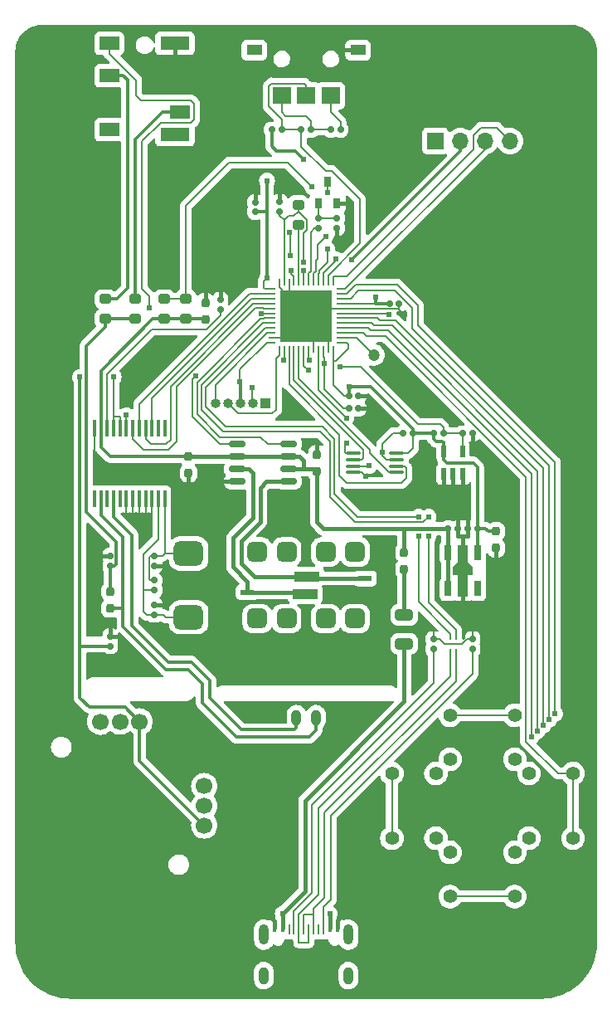
<source format=gtl>
G04 #@! TF.GenerationSoftware,KiCad,Pcbnew,7.0.6*
G04 #@! TF.CreationDate,2023-08-05T21:37:01+09:00*
G04 #@! TF.ProjectId,SmaCon,536d6143-6f6e-42e6-9b69-6361645f7063,V1.0*
G04 #@! TF.SameCoordinates,Original*
G04 #@! TF.FileFunction,Copper,L1,Top*
G04 #@! TF.FilePolarity,Positive*
%FSLAX46Y46*%
G04 Gerber Fmt 4.6, Leading zero omitted, Abs format (unit mm)*
G04 Created by KiCad (PCBNEW 7.0.6) date 2023-08-05 21:37:01*
%MOMM*%
%LPD*%
G01*
G04 APERTURE LIST*
G04 Aperture macros list*
%AMRoundRect*
0 Rectangle with rounded corners*
0 $1 Rounding radius*
0 $2 $3 $4 $5 $6 $7 $8 $9 X,Y pos of 4 corners*
0 Add a 4 corners polygon primitive as box body*
4,1,4,$2,$3,$4,$5,$6,$7,$8,$9,$2,$3,0*
0 Add four circle primitives for the rounded corners*
1,1,$1+$1,$2,$3*
1,1,$1+$1,$4,$5*
1,1,$1+$1,$6,$7*
1,1,$1+$1,$8,$9*
0 Add four rect primitives between the rounded corners*
20,1,$1+$1,$2,$3,$4,$5,0*
20,1,$1+$1,$4,$5,$6,$7,0*
20,1,$1+$1,$6,$7,$8,$9,0*
20,1,$1+$1,$8,$9,$2,$3,0*%
%AMFreePoly0*
4,1,13,0.900000,0.500000,2.600000,0.500000,2.600000,-0.500000,0.900000,-0.500000,0.400000,-1.000000,-0.400000,-1.000000,-0.400000,-0.500000,-2.600000,-0.500000,-2.600000,0.500000,-0.400000,0.500000,-0.400000,1.000000,0.400000,1.000000,0.900000,0.500000,0.900000,0.500000,$1*%
G04 Aperture macros list end*
G04 #@! TA.AperFunction,SMDPad,CuDef*
%ADD10R,0.800000X1.100000*%
G04 #@! TD*
G04 #@! TA.AperFunction,SMDPad,CuDef*
%ADD11RoundRect,0.150000X-0.150000X0.150000X-0.150000X-0.150000X0.150000X-0.150000X0.150000X0.150000X0*%
G04 #@! TD*
G04 #@! TA.AperFunction,SMDPad,CuDef*
%ADD12RoundRect,0.200000X-0.200000X0.250000X-0.200000X-0.250000X0.200000X-0.250000X0.200000X0.250000X0*%
G04 #@! TD*
G04 #@! TA.AperFunction,SMDPad,CuDef*
%ADD13R,0.800000X0.150000*%
G04 #@! TD*
G04 #@! TA.AperFunction,SMDPad,CuDef*
%ADD14R,0.150000X0.800000*%
G04 #@! TD*
G04 #@! TA.AperFunction,SMDPad,CuDef*
%ADD15R,5.300000X5.300000*%
G04 #@! TD*
G04 #@! TA.AperFunction,SMDPad,CuDef*
%ADD16RoundRect,0.250000X0.350000X-0.250000X0.350000X0.250000X-0.350000X0.250000X-0.350000X-0.250000X0*%
G04 #@! TD*
G04 #@! TA.AperFunction,ComponentPad*
%ADD17C,1.400000*%
G04 #@! TD*
G04 #@! TA.AperFunction,SMDPad,CuDef*
%ADD18RoundRect,0.150000X-0.150000X-0.150000X0.150000X-0.150000X0.150000X0.150000X-0.150000X0.150000X0*%
G04 #@! TD*
G04 #@! TA.AperFunction,SMDPad,CuDef*
%ADD19RoundRect,0.150000X0.150000X-0.150000X0.150000X0.150000X-0.150000X0.150000X-0.150000X-0.150000X0*%
G04 #@! TD*
G04 #@! TA.AperFunction,SMDPad,CuDef*
%ADD20RoundRect,0.625000X-0.875000X0.625000X-0.875000X-0.625000X0.875000X-0.625000X0.875000X0.625000X0*%
G04 #@! TD*
G04 #@! TA.AperFunction,SMDPad,CuDef*
%ADD21RoundRect,0.200000X0.200000X-0.250000X0.200000X0.250000X-0.200000X0.250000X-0.200000X-0.250000X0*%
G04 #@! TD*
G04 #@! TA.AperFunction,SMDPad,CuDef*
%ADD22RoundRect,0.150000X0.150000X0.150000X-0.150000X0.150000X-0.150000X-0.150000X0.150000X-0.150000X0*%
G04 #@! TD*
G04 #@! TA.AperFunction,SMDPad,CuDef*
%ADD23RoundRect,0.500000X0.500000X-0.500000X0.500000X0.500000X-0.500000X0.500000X-0.500000X-0.500000X0*%
G04 #@! TD*
G04 #@! TA.AperFunction,SMDPad,CuDef*
%ADD24R,1.400000X0.600000*%
G04 #@! TD*
G04 #@! TA.AperFunction,SMDPad,CuDef*
%ADD25R,2.500000X1.000000*%
G04 #@! TD*
G04 #@! TA.AperFunction,ComponentPad*
%ADD26O,1.000000X1.600000*%
G04 #@! TD*
G04 #@! TA.AperFunction,SMDPad,CuDef*
%ADD27R,0.700000X1.500000*%
G04 #@! TD*
G04 #@! TA.AperFunction,SMDPad,CuDef*
%ADD28FreePoly0,90.000000*%
G04 #@! TD*
G04 #@! TA.AperFunction,SMDPad,CuDef*
%ADD29R,1.900000X1.800000*%
G04 #@! TD*
G04 #@! TA.AperFunction,SMDPad,CuDef*
%ADD30R,1.600000X1.100000*%
G04 #@! TD*
G04 #@! TA.AperFunction,SMDPad,CuDef*
%ADD31R,0.500000X1.200000*%
G04 #@! TD*
G04 #@! TA.AperFunction,ComponentPad*
%ADD32R,1.700000X1.700000*%
G04 #@! TD*
G04 #@! TA.AperFunction,ComponentPad*
%ADD33O,1.700000X1.700000*%
G04 #@! TD*
G04 #@! TA.AperFunction,ComponentPad*
%ADD34O,1.000000X1.800000*%
G04 #@! TD*
G04 #@! TA.AperFunction,ComponentPad*
%ADD35O,1.000000X2.100000*%
G04 #@! TD*
G04 #@! TA.AperFunction,SMDPad,CuDef*
%ADD36R,0.450000X0.940000*%
G04 #@! TD*
G04 #@! TA.AperFunction,SMDPad,CuDef*
%ADD37R,0.150000X1.140000*%
G04 #@! TD*
G04 #@! TA.AperFunction,ComponentPad*
%ADD38C,1.200000*%
G04 #@! TD*
G04 #@! TA.AperFunction,SMDPad,CuDef*
%ADD39RoundRect,0.075000X-0.650000X-0.075000X0.650000X-0.075000X0.650000X0.075000X-0.650000X0.075000X0*%
G04 #@! TD*
G04 #@! TA.AperFunction,SMDPad,CuDef*
%ADD40R,2.000000X1.400000*%
G04 #@! TD*
G04 #@! TA.AperFunction,SMDPad,CuDef*
%ADD41R,3.000000X1.400000*%
G04 #@! TD*
G04 #@! TA.AperFunction,SMDPad,CuDef*
%ADD42RoundRect,0.250000X-0.650000X0.325000X-0.650000X-0.325000X0.650000X-0.325000X0.650000X0.325000X0*%
G04 #@! TD*
G04 #@! TA.AperFunction,SMDPad,CuDef*
%ADD43R,0.300000X1.750000*%
G04 #@! TD*
G04 #@! TA.AperFunction,ComponentPad*
%ADD44R,1.000000X1.000000*%
G04 #@! TD*
G04 #@! TA.AperFunction,ComponentPad*
%ADD45O,1.000000X1.000000*%
G04 #@! TD*
G04 #@! TA.AperFunction,SMDPad,CuDef*
%ADD46R,0.200000X0.400000*%
G04 #@! TD*
G04 #@! TA.AperFunction,SMDPad,CuDef*
%ADD47R,0.400000X0.200000*%
G04 #@! TD*
G04 #@! TA.AperFunction,SMDPad,CuDef*
%ADD48RoundRect,0.150000X0.675000X0.150000X-0.675000X0.150000X-0.675000X-0.150000X0.675000X-0.150000X0*%
G04 #@! TD*
G04 #@! TA.AperFunction,ComponentPad*
%ADD49C,1.700000*%
G04 #@! TD*
G04 #@! TA.AperFunction,ViaPad*
%ADD50C,0.609600*%
G04 #@! TD*
G04 #@! TA.AperFunction,Conductor*
%ADD51C,0.203200*%
G04 #@! TD*
G04 #@! TA.AperFunction,Conductor*
%ADD52C,0.304800*%
G04 #@! TD*
G04 #@! TA.AperFunction,Conductor*
%ADD53C,0.406400*%
G04 #@! TD*
G04 #@! TA.AperFunction,Conductor*
%ADD54C,0.152400*%
G04 #@! TD*
G04 APERTURE END LIST*
D10*
X1250000Y-18500000D03*
X3150000Y-18500000D03*
X2200000Y-16300000D03*
D11*
X-15500000Y-54500000D03*
X-15500000Y-55500000D03*
D12*
X19400000Y-52000000D03*
X19400000Y-53700000D03*
D13*
X3450000Y-32750000D03*
X3450000Y-32250000D03*
X3450000Y-31750000D03*
X3450000Y-31250000D03*
X3450000Y-30750000D03*
X3450000Y-30250000D03*
X3450000Y-29750000D03*
X3450000Y-29250000D03*
X3450000Y-28750000D03*
X3450000Y-28250000D03*
X3450000Y-27750000D03*
X3450000Y-27250000D03*
D14*
X2750000Y-26550000D03*
X2250000Y-26550000D03*
X1750000Y-26550000D03*
X1250000Y-26550000D03*
X750000Y-26550000D03*
X250000Y-26550000D03*
X-250000Y-26550000D03*
X-750000Y-26550000D03*
X-1250000Y-26550000D03*
X-1750000Y-26550000D03*
X-2250000Y-26550000D03*
X-2750000Y-26550000D03*
D13*
X-3450000Y-27250000D03*
X-3450000Y-27750000D03*
X-3450000Y-28250000D03*
X-3450000Y-28750000D03*
X-3450000Y-29250000D03*
X-3450000Y-29750000D03*
X-3450000Y-30250000D03*
X-3450000Y-30750000D03*
X-3450000Y-31250000D03*
X-3450000Y-31750000D03*
X-3450000Y-32250000D03*
X-3450000Y-32750000D03*
D14*
X-2750000Y-33450000D03*
X-2250000Y-33450000D03*
X-1750000Y-33450000D03*
X-1250000Y-33450000D03*
X-750000Y-33450000D03*
X-250000Y-33450000D03*
X250000Y-33450000D03*
X750000Y-33450000D03*
X1250000Y-33450000D03*
X1750000Y-33450000D03*
X2250000Y-33450000D03*
D15*
X0Y-30000000D03*
D14*
X2750000Y-33450000D03*
D16*
X-17500000Y-30300000D03*
X-17500000Y-28300000D03*
D17*
X13250000Y-76700000D03*
X13250000Y-83300000D03*
X8750000Y-76700000D03*
X8750000Y-83300000D03*
D18*
X16000000Y-42000000D03*
X17000000Y-42000000D03*
D19*
X13000000Y-64000000D03*
X13000000Y-63000000D03*
D20*
X-12000000Y-54250000D03*
X-12000000Y-60750000D03*
D17*
X22750000Y-83300000D03*
X22750000Y-76700000D03*
X27250000Y-83300000D03*
X27250000Y-76700000D03*
D12*
X-12000000Y-44350000D03*
X-12000000Y-46050000D03*
D21*
X-20000000Y-59850000D03*
X-20000000Y-58150000D03*
D18*
X14500000Y-51700000D03*
X15500000Y-51700000D03*
D19*
X-15500000Y-60500000D03*
X-15500000Y-59500000D03*
D17*
X14700000Y-84750000D03*
X21300000Y-84750000D03*
X14700000Y-89250000D03*
X21300000Y-89250000D03*
D19*
X-20000000Y-63700000D03*
X-20000000Y-62700000D03*
D21*
X-10300000Y-30350000D03*
X-10300000Y-28650000D03*
X1100000Y-45850000D03*
X1100000Y-44150000D03*
D22*
X10900000Y-42000000D03*
X9900000Y-42000000D03*
D23*
X-5000000Y-60900000D03*
X-2000000Y-60900000D03*
X2000000Y-60900000D03*
X5000000Y-60900000D03*
X-5000000Y-54100000D03*
X-2000000Y-54100000D03*
X2000000Y-54100000D03*
X5000000Y-54100000D03*
D24*
X6000000Y-56800000D03*
D25*
X100000Y-56600000D03*
X-100000Y-58400000D03*
D24*
X-6000000Y-58200000D03*
D26*
X-1000000Y-71000000D03*
X1000000Y-71000000D03*
D19*
X1250000Y-21050000D03*
X1250000Y-20050000D03*
X-2700000Y-19350000D03*
X-2700000Y-18350000D03*
D18*
X2500000Y-11000000D03*
X3500000Y-11000000D03*
D16*
X-800000Y-20700000D03*
X-800000Y-18700000D03*
D12*
X10000000Y-54150000D03*
X10000000Y-55850000D03*
D27*
X14500000Y-57850000D03*
D28*
X16000000Y-56000000D03*
D27*
X17500000Y-57850000D03*
X17500000Y-54150000D03*
X14500000Y-54150000D03*
D18*
X13000000Y-42000000D03*
X14000000Y-42000000D03*
D29*
X-2500000Y-7550000D03*
X0Y-7550000D03*
X2500000Y-7550000D03*
D30*
X5300000Y-2900000D03*
X-5300000Y-2900000D03*
D31*
X14050000Y-46150000D03*
X15000000Y-46150000D03*
X15950000Y-46150000D03*
X15950000Y-43850000D03*
X14050000Y-43850000D03*
D18*
X4350000Y-39450000D03*
X5350000Y-39450000D03*
X4350000Y-38200000D03*
X5350000Y-38200000D03*
D16*
X-20500000Y-30300000D03*
X-20500000Y-28300000D03*
D32*
X13190000Y-12155000D03*
D33*
X15730000Y-12155000D03*
X18270000Y-12155000D03*
X20810000Y-12155000D03*
D16*
X-12300000Y-30300000D03*
X-12300000Y-28300000D03*
D34*
X-4320000Y-97325000D03*
D35*
X4320000Y-93145000D03*
D34*
X4320000Y-97325000D03*
D36*
X-3200000Y-92475000D03*
X-2400000Y-92475000D03*
D37*
X-1250000Y-92575000D03*
X-250000Y-92575000D03*
X250000Y-92575000D03*
X1250000Y-92575000D03*
D36*
X2400000Y-92475000D03*
X3200000Y-92475000D03*
X3200000Y-92475000D03*
X2400000Y-92475000D03*
D37*
X1750000Y-92575000D03*
X750000Y-92575000D03*
X-750000Y-92575000D03*
X-1750000Y-92575000D03*
D36*
X-2400000Y-92475000D03*
X-3200000Y-92475000D03*
D35*
X-4320000Y-93145000D03*
D11*
X-15500000Y-57000000D03*
X-15500000Y-58000000D03*
D38*
X6900000Y-34000000D03*
D11*
X3150000Y-20050000D03*
X3150000Y-21050000D03*
D39*
X4850000Y-44025000D03*
X4850000Y-44675000D03*
X4850000Y-45325000D03*
X4850000Y-45975000D03*
X9250000Y-45975000D03*
X9250000Y-45325000D03*
X9250000Y-44675000D03*
X9250000Y-44025000D03*
D11*
X-8750000Y-28350000D03*
X-8750000Y-29350000D03*
D40*
X-20100000Y-5500000D03*
X-20100000Y-11000000D03*
D41*
X-13400000Y-2200000D03*
D40*
X-20100000Y-2200000D03*
X-12900000Y-9200000D03*
D41*
X-13400000Y-11500000D03*
D16*
X-14500000Y-30300000D03*
X-14500000Y-28300000D03*
D18*
X-500000Y-11000000D03*
X500000Y-11000000D03*
D42*
X10000000Y-60525000D03*
X10000000Y-63475000D03*
D19*
X17000000Y-64000000D03*
X17000000Y-63000000D03*
X-5200000Y-19400000D03*
X-5200000Y-18400000D03*
D18*
X-3500000Y-11000000D03*
X-2500000Y-11000000D03*
D17*
X21300000Y-75250000D03*
X14700000Y-75250000D03*
X21300000Y-70750000D03*
X14700000Y-70750000D03*
D19*
X-20000000Y-55500000D03*
X-20000000Y-54500000D03*
D43*
X-14450000Y-41500000D03*
X-15100000Y-41500000D03*
X-15750000Y-41500000D03*
X-16400000Y-41500000D03*
X-17050000Y-41500000D03*
X-17700000Y-41500000D03*
X-18350000Y-41500000D03*
X-19000000Y-41500000D03*
X-19650000Y-41500000D03*
X-20300000Y-41500000D03*
X-20950000Y-41500000D03*
X-21600000Y-41500000D03*
X-21600000Y-48700000D03*
X-20950000Y-48700000D03*
X-20300000Y-48700000D03*
X-19650000Y-48700000D03*
X-19000000Y-48700000D03*
X-18350000Y-48700000D03*
X-17700000Y-48700000D03*
X-17050000Y-48700000D03*
X-16400000Y-48700000D03*
X-15750000Y-48700000D03*
X-15100000Y-48700000D03*
X-14450000Y-48700000D03*
D22*
X17500000Y-51700000D03*
X16500000Y-51700000D03*
D44*
X-4200000Y-38900000D03*
D45*
X-5470000Y-38900000D03*
X-6740000Y-38900000D03*
X-8010000Y-38900000D03*
X-9280000Y-38900000D03*
D18*
X8500000Y-28750000D03*
X9500000Y-28750000D03*
D46*
X15275000Y-64150000D03*
X14725000Y-64150000D03*
D47*
X14500000Y-63500000D03*
D46*
X14725000Y-62850000D03*
X15275000Y-62850000D03*
D47*
X15500000Y-63500000D03*
D48*
X-1800000Y-46905000D03*
X-1800000Y-45635000D03*
X-1800000Y-44365000D03*
X-1800000Y-43095000D03*
X-7050000Y-43095000D03*
X-7050000Y-44365000D03*
X-7050000Y-45635000D03*
X-7050000Y-46905000D03*
D49*
X-17000000Y-71400000D03*
X-19000000Y-71400000D03*
X-21000000Y-71400000D03*
X-10400000Y-82000000D03*
X-10400000Y-80000000D03*
X-10400000Y-78000000D03*
D50*
X-10000000Y-75000000D03*
X-10000000Y-57500000D03*
X10000000Y-37500000D03*
X20000000Y-10000000D03*
X15000000Y-10000000D03*
X5000000Y-15000000D03*
X-1850000Y-16050000D03*
X-16700000Y-51150000D03*
X3450000Y-22150000D03*
X2200000Y-17450000D03*
X600000Y-16850000D03*
X-4000000Y-16200000D03*
X-1691700Y-21491700D03*
X-1655699Y-23894301D03*
X25000000Y-10000000D03*
X20000000Y-50000000D03*
X-25000000Y-10000000D03*
X25000000Y-80000000D03*
X-5000000Y-5000000D03*
X10000000Y-25000000D03*
X15000000Y-60000000D03*
X-10000000Y-15000000D03*
X5000000Y-90000000D03*
X25000000Y-5000000D03*
X-1325000Y-31325000D03*
X-25000000Y-80000000D03*
X0Y-65000000D03*
X-25000000Y-20000000D03*
X-15000000Y-95000000D03*
X-20000000Y-20000000D03*
X-25000000Y-95000000D03*
X-20000000Y-85000000D03*
X10000000Y-95000000D03*
X-1325000Y-30000000D03*
X-25000000Y-25000000D03*
X20000000Y-5000000D03*
X25000000Y-85000000D03*
X15000000Y-30000000D03*
X-15000000Y-25000000D03*
X15000000Y-20000000D03*
X5000000Y-65000000D03*
X20000000Y-95000000D03*
X-10000000Y-50000000D03*
X-20000000Y-80000000D03*
X5000000Y-10000000D03*
X5000000Y-85000000D03*
X-10000000Y-10000000D03*
X15000000Y-80000000D03*
X-25000000Y-55000000D03*
X-25000000Y-60000000D03*
X25000000Y-95000000D03*
X-5000000Y-75000000D03*
X-25000000Y-70000000D03*
X-25000000Y-5000000D03*
X-1325000Y-28675000D03*
X25000000Y-30000000D03*
X5000000Y-70000000D03*
X0Y-40000000D03*
X0Y-55000000D03*
X25000000Y-20000000D03*
X-10000000Y-90000000D03*
X-10000000Y-25000000D03*
X-10000000Y-85000000D03*
X-25000000Y-40000000D03*
X-15000000Y-15000000D03*
X10000000Y-5000000D03*
X0Y-5000000D03*
X20000000Y-25000000D03*
X5000000Y-80000000D03*
X15000000Y-95000000D03*
X20000000Y-15000000D03*
X10000000Y-90000000D03*
X25000000Y-40000000D03*
X-25000000Y-35000000D03*
X0Y-50000000D03*
X-15000000Y-75000000D03*
X15000000Y-5000000D03*
X-20000000Y-25000000D03*
X6050000Y-46350000D03*
X20000000Y-65000000D03*
X-25000000Y-65000000D03*
X20000000Y-20000000D03*
X-25000000Y-50000000D03*
X-15000000Y-20000000D03*
X25000000Y-15000000D03*
X-20000000Y-65000000D03*
X-15000000Y-85000000D03*
X-15000000Y-90000000D03*
X0Y-75000000D03*
X10000000Y-15000000D03*
X-10000000Y-65000000D03*
X-5000000Y-65000000D03*
X20000000Y-30000000D03*
X25000000Y-25000000D03*
X6950000Y-40800000D03*
X-20000000Y-95000000D03*
X-10000000Y-95000000D03*
X25000000Y-90000000D03*
X-15000000Y-5000000D03*
X-5000000Y-10000000D03*
X-25000000Y-15000000D03*
X15000000Y-25000000D03*
X5000000Y-5000000D03*
X-25000000Y-85000000D03*
X-10000000Y-20000000D03*
X10000000Y-10000000D03*
X-15000000Y-80000000D03*
X-25000000Y-90000000D03*
X-25000000Y-30000000D03*
X-5000000Y-70000000D03*
X10050000Y-29900000D03*
X-20000000Y-15000000D03*
X25000000Y-35000000D03*
X15000000Y-50000000D03*
X-5000000Y-85000000D03*
X-10000000Y-5000000D03*
X20000000Y-60000000D03*
X20000000Y-80000000D03*
X-25000000Y-45000000D03*
X-50000Y-43300000D03*
X-5000000Y-90000000D03*
X-5000000Y-80000000D03*
X-16850000Y-34850000D03*
X20000000Y-35000000D03*
X-20000000Y-90000000D03*
X-20000000Y-75000000D03*
X7100000Y-28050000D03*
X-19650000Y-36250000D03*
X4650000Y-24300000D03*
X4350000Y-37250000D03*
X-250000Y-14000000D03*
X-23100000Y-36250000D03*
X-1550000Y-25350000D03*
X-6750000Y-36700000D03*
X-4000000Y-26150000D03*
X3450000Y-35200000D03*
X-5500000Y-37340900D03*
X-18350000Y-40150000D03*
X8450000Y-29900000D03*
X1850000Y-34850000D03*
X-250000Y-24550000D03*
X-2400000Y-91000000D03*
X2400000Y-91000000D03*
X3025000Y-24225000D03*
X2150000Y-23200000D03*
X-4600000Y-29750000D03*
X2000000Y-21900000D03*
X308300Y-34550000D03*
X200000Y-35550000D03*
X-16000000Y-29200000D03*
X-2337759Y-34515301D03*
X7800000Y-43950000D03*
X6450000Y-45300000D03*
X24800000Y-71200000D03*
X25400000Y-70600000D03*
X23000000Y-73000000D03*
X23600000Y-72400000D03*
X24200000Y-71800000D03*
X11500000Y-52500000D03*
X11500000Y-50500000D03*
X12500000Y-52500000D03*
X12500000Y-50500000D03*
X-250000Y-25400000D03*
X-11302517Y-36142074D03*
X4100000Y-40450000D03*
X4100000Y-43000000D03*
D51*
X-1655699Y-23894301D02*
X-1655699Y-21527701D01*
X-1655699Y-21527701D02*
X-1691700Y-21491700D01*
X1250000Y-25655788D02*
X1250000Y-26000000D01*
X1311200Y-25594588D02*
X1250000Y-25655788D01*
X1311200Y-25388800D02*
X1311200Y-25594588D01*
X2150000Y-24550000D02*
X1311200Y-25388800D01*
X2150000Y-23200000D02*
X2150000Y-24550000D01*
X750000Y-25652894D02*
X750000Y-26000000D01*
X955600Y-25447294D02*
X750000Y-25652894D01*
X1150000Y-24173553D02*
X955600Y-24367953D01*
X955600Y-24367953D02*
X955600Y-25447294D01*
X1150000Y-22750000D02*
X1150000Y-24173553D01*
X2000000Y-21900000D02*
X1150000Y-22750000D01*
X22441200Y-73441200D02*
X22441200Y-46441200D01*
X22441200Y-46441200D02*
X8100000Y-32100000D01*
X8100000Y-32100000D02*
X6200000Y-32100000D01*
X25700000Y-76700000D02*
X22441200Y-73441200D01*
X5850000Y-31750000D02*
X4000000Y-31750000D01*
X27250000Y-76700000D02*
X25700000Y-76700000D01*
X6200000Y-32100000D02*
X5850000Y-31750000D01*
X10850000Y-29228658D02*
X9071342Y-27450000D01*
X5350000Y-27450000D02*
X4550000Y-28250000D01*
X24800000Y-45250000D02*
X10850000Y-31300000D01*
X10850000Y-31300000D02*
X10850000Y-29228658D01*
X4550000Y-28250000D02*
X4000000Y-28250000D01*
X24800000Y-71200000D02*
X24800000Y-45250000D01*
X9071342Y-27450000D02*
X5350000Y-27450000D01*
X8750000Y-31000000D02*
X6950000Y-31000000D01*
X6950000Y-31000000D02*
X6700000Y-30750000D01*
X6700000Y-30750000D02*
X4000000Y-30750000D01*
X23600000Y-45850000D02*
X8750000Y-31000000D01*
X23600000Y-72400000D02*
X23600000Y-45850000D01*
X-13850000Y-37200000D02*
X-5400000Y-28750000D01*
X-13850000Y-42647106D02*
X-13850000Y-37200000D01*
X-16400000Y-42578200D02*
X-15878200Y-43100000D01*
X-15878200Y-43100000D02*
X-14302894Y-43100000D01*
X-14302894Y-43100000D02*
X-13850000Y-42647106D01*
X-16400000Y-41500000D02*
X-16400000Y-42578200D01*
X-5400000Y-28750000D02*
X-4000000Y-28750000D01*
X-4309737Y-29250000D02*
X-4000000Y-29250000D01*
X-4368537Y-29191200D02*
X-4309737Y-29250000D01*
X-5141200Y-29191200D02*
X-4368537Y-29191200D01*
X-13200000Y-42850000D02*
X-13200000Y-37250000D01*
X-13200000Y-37250000D02*
X-5141200Y-29191200D01*
X-16578200Y-43700000D02*
X-14050000Y-43700000D01*
X-17700000Y-42578200D02*
X-16578200Y-43700000D01*
X-17700000Y-41500000D02*
X-17700000Y-42578200D01*
X-14050000Y-43700000D02*
X-13200000Y-42850000D01*
D52*
X-20950000Y-50350000D02*
X-20950000Y-48700000D01*
X-18700000Y-52600000D02*
X-20950000Y-50350000D01*
X-18700000Y-61696578D02*
X-18700000Y-52600000D01*
X-10600000Y-67550000D02*
X-12042801Y-66107199D01*
X-7100000Y-73000000D02*
X-10600000Y-69500000D01*
X-10600000Y-69500000D02*
X-10600000Y-67550000D01*
X-14289379Y-66107199D02*
X-18700000Y-61696578D01*
X300000Y-73000000D02*
X-7100000Y-73000000D01*
X1000000Y-72300000D02*
X300000Y-73000000D01*
X-12042801Y-66107199D02*
X-14289379Y-66107199D01*
X1000000Y-71000000D02*
X1000000Y-72300000D01*
X-1000000Y-72050000D02*
X-1000000Y-71000000D01*
X-1190400Y-72240400D02*
X-1000000Y-72050000D01*
X-6609600Y-72240400D02*
X-1190400Y-72240400D01*
X-9840400Y-67209600D02*
X-9840400Y-69009600D01*
X-11700000Y-65350000D02*
X-9840400Y-67209600D01*
X-14067237Y-65350000D02*
X-11700000Y-65350000D01*
X-17800000Y-61617237D02*
X-14067237Y-65350000D01*
X-17800000Y-52350000D02*
X-17800000Y-61617237D01*
X-19650000Y-50500000D02*
X-17800000Y-52350000D01*
X-19650000Y-48700000D02*
X-19650000Y-50500000D01*
X-9840400Y-69009600D02*
X-6609600Y-72240400D01*
D51*
X2500000Y-89600000D02*
X1750000Y-90350000D01*
X2500000Y-81000000D02*
X2500000Y-89600000D01*
X1750000Y-90350000D02*
X1750000Y-90550000D01*
X17000000Y-66500000D02*
X2500000Y-81000000D01*
X17000000Y-64000000D02*
X17000000Y-66500000D01*
X750000Y-90450000D02*
X750000Y-91050000D01*
X1850000Y-89350000D02*
X750000Y-90450000D01*
X15275000Y-67275000D02*
X1850000Y-80700000D01*
X15275000Y-65100000D02*
X15275000Y-67275000D01*
X1850000Y-80700000D02*
X1850000Y-89350000D01*
X-1250000Y-90750000D02*
X-1250000Y-91050000D01*
X600000Y-88900000D02*
X-1250000Y-90750000D01*
X600000Y-79900000D02*
X600000Y-88900000D01*
X13000000Y-67500000D02*
X600000Y-79900000D01*
X13000000Y-64000000D02*
X13000000Y-67500000D01*
X-1250000Y-19800000D02*
X-800000Y-19350000D01*
X-1800000Y-19800000D02*
X-1250000Y-19800000D01*
X-2250000Y-20250000D02*
X-1800000Y-19800000D01*
D53*
X3150000Y-18500000D02*
X4150000Y-18500000D01*
X3150000Y-21850000D02*
X3450000Y-22150000D01*
X3150000Y-21050000D02*
X3150000Y-21850000D01*
X5350000Y-39450000D02*
X6200000Y-39450000D01*
X5350000Y-38200000D02*
X6200000Y-38200000D01*
D51*
X2200000Y-16300000D02*
X2200000Y-17450000D01*
X-1700000Y-14550000D02*
X600000Y-16850000D01*
X-1850000Y-14400000D02*
X-1700000Y-14550000D01*
X-7900000Y-14400000D02*
X-1850000Y-14400000D01*
X-12300000Y-18800000D02*
X-7900000Y-14400000D01*
X-12300000Y-28300000D02*
X-12300000Y-18800000D01*
D52*
X-4000000Y-19400000D02*
X-4000000Y-16200000D01*
X-4000000Y-19400000D02*
X-4000000Y-26150000D01*
X-5200000Y-19400000D02*
X-4000000Y-19400000D01*
D53*
X-5200000Y-18400000D02*
X-5200000Y-17550000D01*
D51*
X3025000Y-24375000D02*
X1750000Y-25650000D01*
X1750000Y-25650000D02*
X1750000Y-26000000D01*
X3025000Y-24225000D02*
X3025000Y-24375000D01*
X-10200000Y-31400000D02*
X-15750000Y-31400000D01*
X-20300000Y-35950000D02*
X-20300000Y-41500000D01*
X-8750000Y-29950000D02*
X-10200000Y-31400000D01*
X-8750000Y-29350000D02*
X-8750000Y-29950000D01*
X-15750000Y-31400000D02*
X-20300000Y-35950000D01*
X-4309737Y-30250000D02*
X-4000000Y-30250000D01*
X-4368537Y-30308800D02*
X-4309737Y-30250000D01*
X-11150000Y-36800000D02*
X-4658800Y-30308800D01*
X-8800000Y-42400000D02*
X-11150000Y-40050000D01*
X-4658800Y-30308800D02*
X-4368537Y-30308800D01*
X-3955000Y-43095000D02*
X-4650000Y-42400000D01*
X-1800000Y-43095000D02*
X-3955000Y-43095000D01*
X-4650000Y-42400000D02*
X-8800000Y-42400000D01*
X-11150000Y-40050000D02*
X-11150000Y-36800000D01*
X-8855000Y-43095000D02*
X-7050000Y-43095000D01*
X-11650000Y-40300000D02*
X-8855000Y-43095000D01*
X-11650000Y-36489557D02*
X-11650000Y-40300000D01*
X-11302517Y-36142074D02*
X-11650000Y-36489557D01*
X-6750000Y-35500000D02*
X-4000000Y-32750000D01*
X-6750000Y-36700000D02*
X-6750000Y-35500000D01*
D52*
X-6740000Y-38900000D02*
X-6740000Y-36990000D01*
D51*
X-5500000Y-38870000D02*
X-5500000Y-37340900D01*
X-5470000Y-38900000D02*
X-5500000Y-38870000D01*
X-1750000Y-37000000D02*
X-1750000Y-34000000D01*
X4150000Y-47050000D02*
X3400000Y-46300000D01*
X9750000Y-47050000D02*
X4150000Y-47050000D01*
X10250000Y-46550000D02*
X9750000Y-47050000D01*
X3400000Y-42150000D02*
X-1750000Y-37000000D01*
X10250000Y-45550000D02*
X10250000Y-46550000D01*
X9250000Y-45325000D02*
X10025000Y-45325000D01*
X10025000Y-45325000D02*
X10250000Y-45550000D01*
X3400000Y-46300000D02*
X3400000Y-42150000D01*
X-4200000Y-31250000D02*
X-4000000Y-31250000D01*
X-8247106Y-41300000D02*
X-10244400Y-39302706D01*
X-10244400Y-37294400D02*
X-4200000Y-31250000D01*
X1650000Y-41300000D02*
X-8247106Y-41300000D01*
X2900000Y-42550000D02*
X1650000Y-41300000D01*
X-10244400Y-39302706D02*
X-10244400Y-37294400D01*
X2900000Y-48147106D02*
X2900000Y-42550000D01*
X5252894Y-50500000D02*
X2900000Y-48147106D01*
X11500000Y-50500000D02*
X5252894Y-50500000D01*
X3950000Y-43150000D02*
X4100000Y-43000000D01*
X3950000Y-43950000D02*
X3950000Y-43150000D01*
X4025000Y-44025000D02*
X3950000Y-43950000D01*
X4850000Y-44025000D02*
X4025000Y-44025000D01*
D53*
X-6000000Y-57100000D02*
X-6000000Y-58200000D01*
X-7450000Y-55650000D02*
X-6000000Y-57100000D01*
X-5450000Y-46050000D02*
X-5450000Y-50650000D01*
X-5450000Y-50650000D02*
X-7450000Y-52650000D01*
X-7050000Y-45635000D02*
X-5865000Y-45635000D01*
X-5865000Y-45635000D02*
X-5450000Y-46050000D01*
X-7450000Y-52650000D02*
X-7450000Y-55650000D01*
X-4700000Y-51000000D02*
X-6650000Y-52950000D01*
X-4700000Y-47550000D02*
X-4700000Y-51000000D01*
X-6650000Y-52950000D02*
X-6650000Y-55250000D01*
X-6650000Y-55250000D02*
X-5300000Y-56600000D01*
X-4055000Y-46905000D02*
X-4700000Y-47550000D01*
X-5300000Y-56600000D02*
X100000Y-56600000D01*
X-1800000Y-46905000D02*
X-4055000Y-46905000D01*
D51*
X-4400000Y-30750000D02*
X-4000000Y-30750000D01*
X-10700000Y-37050000D02*
X-4400000Y-30750000D01*
X-10700000Y-39600000D02*
X-10700000Y-37050000D01*
X1400000Y-41850000D02*
X-8450000Y-41850000D01*
X-8450000Y-41850000D02*
X-10700000Y-39600000D01*
X2400000Y-42850000D02*
X1400000Y-41850000D01*
X2400000Y-48500000D02*
X2400000Y-42850000D01*
X12500000Y-50500000D02*
X11941200Y-51058800D01*
X11941200Y-51058800D02*
X4958800Y-51058800D01*
X4958800Y-51058800D02*
X2400000Y-48500000D01*
X-5600000Y-28250000D02*
X-4000000Y-28250000D01*
X-15750000Y-38400000D02*
X-5600000Y-28250000D01*
X-15750000Y-41500000D02*
X-15750000Y-38400000D01*
X-5800000Y-27750000D02*
X-4000000Y-27750000D01*
X-17050000Y-39000000D02*
X-5800000Y-27750000D01*
X-17050000Y-41500000D02*
X-17050000Y-39000000D01*
D53*
X-8750000Y-28350000D02*
X-8750000Y-27700000D01*
D51*
X13700000Y-41050000D02*
X14000000Y-41350000D01*
X5550000Y-35200000D02*
X11400000Y-41050000D01*
X11400000Y-41050000D02*
X13700000Y-41050000D01*
X3450000Y-35200000D02*
X5550000Y-35200000D01*
X14000000Y-41350000D02*
X14000000Y-42000000D01*
X9300000Y-26850000D02*
X5050000Y-26850000D01*
X5050000Y-26850000D02*
X4150000Y-27750000D01*
X11400000Y-30950000D02*
X11400000Y-28950000D01*
X11400000Y-28950000D02*
X9300000Y-26850000D01*
X25400000Y-44950000D02*
X11400000Y-30950000D01*
X25400000Y-70600000D02*
X25400000Y-44950000D01*
X4150000Y-27750000D02*
X4000000Y-27750000D01*
X7250000Y-30250000D02*
X4000000Y-30250000D01*
X7500000Y-30500000D02*
X7250000Y-30250000D01*
X24200000Y-45550000D02*
X9150000Y-30500000D01*
X24200000Y-71800000D02*
X24200000Y-45550000D01*
X9150000Y-30500000D02*
X7500000Y-30500000D01*
D52*
X-14700000Y-9200000D02*
X-12900000Y-9200000D01*
X-17500000Y-12000000D02*
X-14700000Y-9200000D01*
X-17500000Y-28300000D02*
X-17500000Y-12000000D01*
D51*
X-20100000Y-3250000D02*
X-20100000Y-2200000D01*
X-17350000Y-6000000D02*
X-20100000Y-3250000D01*
X-17350000Y-7550000D02*
X-17350000Y-6000000D01*
X-16850000Y-8050000D02*
X-17350000Y-7550000D01*
X-11750000Y-8050000D02*
X-16850000Y-8050000D01*
X-11450000Y-8350000D02*
X-11750000Y-8050000D01*
X-11450000Y-10000000D02*
X-11450000Y-8350000D01*
X-11750000Y-10300000D02*
X-11450000Y-10000000D01*
X-16750000Y-12200000D02*
X-14850000Y-10300000D01*
X-14850000Y-10300000D02*
X-11750000Y-10300000D01*
X-16750000Y-27250000D02*
X-16750000Y-12200000D01*
X-16000000Y-29200000D02*
X-16000000Y-28000000D01*
X-16000000Y-28000000D02*
X-16750000Y-27250000D01*
D52*
X-18250000Y-27200000D02*
X-18250000Y-5950000D01*
X-18250000Y-5950000D02*
X-18700000Y-5500000D01*
X-19350000Y-28300000D02*
X-18250000Y-27200000D01*
X-20500000Y-28300000D02*
X-19350000Y-28300000D01*
X-18700000Y-5500000D02*
X-20100000Y-5500000D01*
D51*
X-9280000Y-37030000D02*
X-4000000Y-31750000D01*
X-9280000Y-38900000D02*
X-9280000Y-37030000D01*
X-250000Y-35100000D02*
X200000Y-35550000D01*
X-250000Y-34000000D02*
X-250000Y-35100000D01*
D54*
X250000Y-34491700D02*
X308300Y-34550000D01*
X250000Y-33450000D02*
X250000Y-34491700D01*
D51*
X6300000Y-31250000D02*
X4000000Y-31250000D01*
X8350000Y-31500000D02*
X6550000Y-31500000D01*
X23000000Y-46150000D02*
X8350000Y-31500000D01*
X6550000Y-31500000D02*
X6300000Y-31250000D01*
X23000000Y-73000000D02*
X23000000Y-46150000D01*
D52*
X-20000000Y-59850000D02*
X-18807200Y-59850000D01*
D51*
X-16600000Y-54300000D02*
X-16600000Y-58000000D01*
X-15100000Y-48700000D02*
X-15100000Y-52800000D01*
X-15100000Y-52800000D02*
X-16600000Y-54300000D01*
X-16600000Y-60200000D02*
X-16300000Y-60500000D01*
X-16600000Y-58000000D02*
X-16600000Y-60200000D01*
X-16300000Y-60500000D02*
X-15500000Y-60500000D01*
X-16600000Y-58000000D02*
X-15500000Y-58000000D01*
X-1250000Y-36550000D02*
X-1250000Y-34000000D01*
X5829000Y-43629000D02*
X-1250000Y-36550000D01*
X5675000Y-44675000D02*
X5829000Y-44521000D01*
X4850000Y-44675000D02*
X5675000Y-44675000D01*
X5829000Y-44521000D02*
X5829000Y-43629000D01*
X-748553Y-36401447D02*
X-748553Y-33998553D01*
X6500000Y-43650000D02*
X-748553Y-36401447D01*
X9250000Y-45975000D02*
X8425000Y-45975000D01*
X8425000Y-45975000D02*
X6500000Y-44050000D01*
X6500000Y-44050000D02*
X6500000Y-43650000D01*
X1250000Y-37602894D02*
X1250000Y-34000000D01*
X4097106Y-40450000D02*
X1250000Y-37602894D01*
X4100000Y-40450000D02*
X4097106Y-40450000D01*
X1850000Y-37500000D02*
X1850000Y-34850000D01*
X3800000Y-39450000D02*
X1850000Y-37500000D01*
X4350000Y-39450000D02*
X3800000Y-39450000D01*
X9500000Y-29350000D02*
X10050000Y-29900000D01*
X9500000Y-28750000D02*
X9500000Y-29350000D01*
X5150000Y-32250000D02*
X4000000Y-32250000D01*
X6900000Y-34000000D02*
X5150000Y-32250000D01*
X-500000Y-12750000D02*
X-500000Y-11000000D01*
X2000000Y-15250000D02*
X-500000Y-12750000D01*
X5500000Y-22601707D02*
X5500000Y-18142000D01*
X5500000Y-18142000D02*
X2608000Y-15250000D01*
X2250000Y-25851707D02*
X5500000Y-22601707D01*
X2608000Y-15250000D02*
X2000000Y-15250000D01*
X2250000Y-26000000D02*
X2250000Y-25851707D01*
X4100000Y-26000000D02*
X2750000Y-26000000D01*
X17050000Y-13050000D02*
X4100000Y-26000000D01*
X17050000Y-11600000D02*
X17050000Y-13050000D01*
X19455000Y-10800000D02*
X17850000Y-10800000D01*
X20810000Y-12155000D02*
X19455000Y-10800000D01*
X17850000Y-10800000D02*
X17050000Y-11600000D01*
D52*
X15730000Y-13220000D02*
X15730000Y-12155000D01*
X4650000Y-24300000D02*
X15730000Y-13220000D01*
D51*
X18270000Y-12980000D02*
X4000000Y-27250000D01*
X18270000Y-12155000D02*
X18270000Y-12980000D01*
X12500000Y-59250000D02*
X15275000Y-62025000D01*
X12500000Y-52500000D02*
X12500000Y-59250000D01*
X15275000Y-62025000D02*
X15275000Y-62425000D01*
X1212800Y-89090094D02*
X-750000Y-91052894D01*
X1212800Y-80287200D02*
X1212800Y-89090094D01*
X14725000Y-66775000D02*
X1212800Y-80287200D01*
X14725000Y-65125000D02*
X14725000Y-66775000D01*
D53*
X10000000Y-69350000D02*
X10000000Y-63475000D01*
X-100000Y-79450000D02*
X10000000Y-69350000D01*
X-100000Y-88700000D02*
X-100000Y-79450000D01*
X-2400000Y-91000000D02*
X-100000Y-88700000D01*
D51*
X450000Y-25450000D02*
X250000Y-25650000D01*
X850000Y-21050000D02*
X450000Y-21450000D01*
X250000Y-25650000D02*
X250000Y-26000000D01*
X1250000Y-21050000D02*
X850000Y-21050000D01*
X450000Y-21450000D02*
X450000Y-25450000D01*
D53*
X1750000Y-51700000D02*
X1100000Y-51050000D01*
X1100000Y-51050000D02*
X1100000Y-45850000D01*
X-685000Y-44365000D02*
X-300000Y-44750000D01*
D52*
X-20950000Y-41500000D02*
X-20950000Y-43400000D01*
D53*
X14500000Y-51700000D02*
X14500000Y-54150000D01*
X10000000Y-54150000D02*
X10000000Y-51700000D01*
X-11985000Y-44365000D02*
X-12000000Y-44350000D01*
D52*
X-10350000Y-30300000D02*
X-10300000Y-30350000D01*
D53*
X-1800000Y-44365000D02*
X-685000Y-44365000D01*
D52*
X-20950000Y-41500000D02*
X-20950000Y-35600000D01*
D53*
X-1800000Y-44365000D02*
X-7050000Y-44365000D01*
D52*
X-14500000Y-30300000D02*
X-10350000Y-30300000D01*
D53*
X-1800000Y-45635000D02*
X-300000Y-45635000D01*
D52*
X-20950000Y-43400000D02*
X-20000000Y-44350000D01*
X-20000000Y-44350000D02*
X-12000000Y-44350000D01*
D53*
X-7050000Y-44365000D02*
X-11985000Y-44365000D01*
X-300000Y-44750000D02*
X-300000Y-45635000D01*
X885000Y-45635000D02*
X1100000Y-45850000D01*
X10000000Y-51700000D02*
X14500000Y-51700000D01*
X-300000Y-45635000D02*
X885000Y-45635000D01*
X10000000Y-51700000D02*
X1750000Y-51700000D01*
D52*
X-15650000Y-30300000D02*
X-14500000Y-30300000D01*
X-20950000Y-35600000D02*
X-15650000Y-30300000D01*
D53*
X14500000Y-57850000D02*
X14500000Y-54150000D01*
X-3200000Y-92475000D02*
X-3200000Y-91800000D01*
D51*
X-17700000Y-48700000D02*
X-17700000Y-50150000D01*
X9496000Y-29304000D02*
X5504000Y-29304000D01*
D54*
X-3450000Y-32250000D02*
X-2250000Y-32250000D01*
D53*
X-12000000Y-46050000D02*
X-12000000Y-47050000D01*
D51*
X-16400000Y-48700000D02*
X-16400000Y-50150000D01*
X-15750000Y-50100000D02*
X-15750000Y-48700000D01*
D54*
X2250000Y-33450000D02*
X2250000Y-32250000D01*
D53*
X16500000Y-51700000D02*
X16500000Y-50850000D01*
D54*
X-2500000Y-27300000D02*
X-2500000Y-27500000D01*
X14500000Y-63500000D02*
X15500000Y-63500000D01*
D53*
X14050000Y-46150000D02*
X14050000Y-47300000D01*
D51*
X17000000Y-63000000D02*
X17000000Y-62150000D01*
D53*
X1100000Y-44150000D02*
X1100000Y-43150000D01*
D54*
X-2750000Y-26550000D02*
X-2750000Y-27050000D01*
D51*
X9500000Y-28750000D02*
X9500000Y-29300000D01*
D54*
X-1750000Y-28250000D02*
X-1325000Y-28675000D01*
X750000Y-30750000D02*
X0Y-30000000D01*
D53*
X15500000Y-51700000D02*
X15500000Y-52500000D01*
X15500000Y-52500000D02*
X16000000Y-52500000D01*
D54*
X0Y-29800000D02*
X0Y-30000000D01*
D53*
X-20000000Y-62700000D02*
X-19150000Y-62700000D01*
D54*
X15500000Y-63500000D02*
X15900000Y-63500000D01*
X3450000Y-29250000D02*
X750000Y-29250000D01*
D53*
X-15500000Y-55500000D02*
X-14500000Y-55500000D01*
D51*
X-18350000Y-48700000D02*
X-18350000Y-50150000D01*
D53*
X16000000Y-56000000D02*
X16000000Y-52500000D01*
X3200000Y-92475000D02*
X3200000Y-91700000D01*
D54*
X750000Y-33450000D02*
X750000Y-30750000D01*
D53*
X16000000Y-52500000D02*
X16500000Y-52500000D01*
X-15500000Y-59500000D02*
X-14600000Y-59500000D01*
X-8450000Y-46900000D02*
X-8445000Y-46905000D01*
D51*
X13000000Y-63000000D02*
X13000000Y-62150000D01*
D53*
X16000000Y-56000000D02*
X16000000Y-59100000D01*
X-2700000Y-18350000D02*
X-2700000Y-17550000D01*
X-10300000Y-28650000D02*
X-10300000Y-27700000D01*
D54*
X14500000Y-63500000D02*
X14100000Y-63500000D01*
X-1325000Y-31325000D02*
X0Y-30000000D01*
D53*
X-13400000Y-2200000D02*
X-13400000Y-3450000D01*
D54*
X-2500000Y-27500000D02*
X0Y-30000000D01*
D53*
X17000000Y-42000000D02*
X17000000Y-42800000D01*
D51*
X5675000Y-45975000D02*
X6050000Y-46350000D01*
X15900000Y-63500000D02*
X16400000Y-63000000D01*
D53*
X16500000Y-52500000D02*
X16500000Y-51700000D01*
D54*
X-2250000Y-32250000D02*
X-1325000Y-31325000D01*
X2250000Y-32250000D02*
X0Y-30000000D01*
D51*
X5450000Y-29250000D02*
X4000000Y-29250000D01*
D53*
X5300000Y-2900000D02*
X3900000Y-2900000D01*
D54*
X-1750000Y-26550000D02*
X-1750000Y-28250000D01*
D51*
X-17050000Y-48700000D02*
X-17050000Y-50150000D01*
X5504000Y-29304000D02*
X5450000Y-29250000D01*
D53*
X-20000000Y-54500000D02*
X-20800000Y-54500000D01*
X-7050000Y-46905000D02*
X-8445000Y-46905000D01*
D54*
X-2750000Y-27050000D02*
X-2500000Y-27300000D01*
D51*
X16400000Y-63000000D02*
X17000000Y-63000000D01*
X13600000Y-63000000D02*
X13000000Y-63000000D01*
X-21600000Y-41500000D02*
X-21600000Y-43900000D01*
D53*
X-20000000Y-62700000D02*
X-20000000Y-61850000D01*
X3200000Y-91700000D02*
X3700000Y-91200000D01*
D51*
X9500000Y-29300000D02*
X9496000Y-29304000D01*
D53*
X-3200000Y-91800000D02*
X-3650000Y-91350000D01*
X19400000Y-53700000D02*
X19400000Y-54700000D01*
D51*
X4850000Y-45975000D02*
X5675000Y-45975000D01*
D54*
X750000Y-29250000D02*
X0Y-30000000D01*
X-1325000Y-28675000D02*
X0Y-30000000D01*
D53*
X15500000Y-51700000D02*
X15500000Y-50850000D01*
X15000000Y-46150000D02*
X15000000Y-47300000D01*
D54*
X3450000Y-29250000D02*
X4000000Y-29250000D01*
D51*
X14100000Y-63500000D02*
X13600000Y-63000000D01*
D53*
X15950000Y-46150000D02*
X15950000Y-47300000D01*
D51*
X-15800000Y-50150000D02*
X-15750000Y-50100000D01*
X2750000Y-34600000D02*
X3050000Y-34600000D01*
X-19650000Y-41500000D02*
X-19650000Y-40300000D01*
D52*
X8500000Y-28750000D02*
X7100000Y-28750000D01*
X7100000Y-28050000D02*
X7100000Y-28750000D01*
X-23100000Y-63700000D02*
X-20000000Y-63700000D01*
D54*
X-1250000Y-26550000D02*
X-1250000Y-26000000D01*
D52*
X18300000Y-51700000D02*
X18600000Y-52000000D01*
X-23100000Y-68950000D02*
X-23100000Y-63700000D01*
D54*
X3450000Y-28750000D02*
X4000000Y-28750000D01*
D52*
X4350000Y-37250000D02*
X4350000Y-38200000D01*
X-3500000Y-12700000D02*
X-3500000Y-11000000D01*
X10900000Y-42000000D02*
X10900000Y-41524736D01*
D51*
X4350000Y-38200000D02*
X3900000Y-38200000D01*
D52*
X10900000Y-41524736D02*
X6625264Y-37250000D01*
X13000000Y-42000000D02*
X10900000Y-42000000D01*
X17500000Y-45450000D02*
X17050000Y-45000000D01*
X14050000Y-42950000D02*
X13900000Y-42800000D01*
X14050000Y-44700000D02*
X14050000Y-43850000D01*
X-10400000Y-82000000D02*
X-17000000Y-75400000D01*
D54*
X2750000Y-33450000D02*
X2750000Y-34000000D01*
D51*
X-1250000Y-26000000D02*
X-1550000Y-25700000D01*
D52*
X17500000Y-51700000D02*
X17500000Y-54150000D01*
X14050000Y-43850000D02*
X14050000Y-42950000D01*
D51*
X-4000000Y-26150000D02*
X-4300000Y-26450000D01*
D52*
X-1100000Y-13150000D02*
X-3050000Y-13150000D01*
X-17000000Y-75400000D02*
X-17000000Y-71400000D01*
X-17000000Y-71400000D02*
X-18500000Y-69900000D01*
X13250000Y-42800000D02*
X13000000Y-42550000D01*
X-22150000Y-69900000D02*
X-23100000Y-68950000D01*
D51*
X-19000000Y-40300000D02*
X-19000000Y-41500000D01*
D52*
X17500000Y-51700000D02*
X17500000Y-45450000D01*
D54*
X-3450000Y-27250000D02*
X-4000000Y-27250000D01*
D51*
X10375000Y-44025000D02*
X10900000Y-43500000D01*
X-4300000Y-26450000D02*
X-4300000Y-27150000D01*
D52*
X-18500000Y-69900000D02*
X-22150000Y-69900000D01*
X-250000Y-14000000D02*
X-1100000Y-13150000D01*
X13900000Y-42800000D02*
X13250000Y-42800000D01*
D51*
X4150000Y-32750000D02*
X4000000Y-32750000D01*
D52*
X6625264Y-37250000D02*
X4950000Y-37250000D01*
D54*
X3450000Y-32750000D02*
X4000000Y-32750000D01*
D51*
X-4200000Y-27250000D02*
X-4000000Y-27250000D01*
D52*
X14350000Y-45000000D02*
X14050000Y-44700000D01*
D51*
X3050000Y-34600000D02*
X4300000Y-33350000D01*
D52*
X18600000Y-52000000D02*
X19400000Y-52000000D01*
D51*
X7100000Y-28750000D02*
X4000000Y-28750000D01*
X4300000Y-32900000D02*
X4150000Y-32750000D01*
X10900000Y-43500000D02*
X10900000Y-42000000D01*
X-1550000Y-25700000D02*
X-1550000Y-25350000D01*
X2750000Y-34600000D02*
X2750000Y-34000000D01*
X-19650000Y-40300000D02*
X-19650000Y-36250000D01*
X-4300000Y-27150000D02*
X-4200000Y-27250000D01*
D52*
X17050000Y-45000000D02*
X14350000Y-45000000D01*
X-3050000Y-13150000D02*
X-3500000Y-12700000D01*
D51*
X4300000Y-33350000D02*
X4300000Y-32900000D01*
D52*
X17500000Y-51700000D02*
X18300000Y-51700000D01*
D54*
X-3450000Y-32750000D02*
X-4000000Y-32750000D01*
D51*
X-19650000Y-40300000D02*
X-19000000Y-40300000D01*
X9250000Y-44025000D02*
X10375000Y-44025000D01*
X2750000Y-37050000D02*
X2750000Y-34600000D01*
D52*
X-23100000Y-36250000D02*
X-23100000Y-63700000D01*
X4950000Y-37250000D02*
X4350000Y-37250000D01*
X13000000Y-42550000D02*
X13000000Y-42000000D01*
D51*
X3900000Y-38200000D02*
X2750000Y-37050000D01*
X15950000Y-42050000D02*
X16000000Y-42000000D01*
X15950000Y-43850000D02*
X15950000Y-42050000D01*
X16000000Y-42000000D02*
X14000000Y-42000000D01*
D54*
X3450000Y-29750000D02*
X4000000Y-29750000D01*
D51*
X-18350000Y-40150000D02*
X-18350000Y-41500000D01*
X8450000Y-29900000D02*
X8300000Y-29750000D01*
X8300000Y-29750000D02*
X4000000Y-29750000D01*
X-800000Y-19350000D02*
X-800000Y-18700000D01*
X-2700000Y-19350000D02*
X-2700000Y-19800000D01*
X-2700000Y-19800000D02*
X-2250000Y-20250000D01*
D54*
X1750000Y-33450000D02*
X1750000Y-34000000D01*
D51*
X-250000Y-24550000D02*
X-250000Y-21550000D01*
X1750000Y-34146586D02*
X1750000Y-34000000D01*
X-2250000Y-20250000D02*
X-2250000Y-26000000D01*
X54000Y-21246000D02*
X54000Y-20204000D01*
X-250000Y-21550000D02*
X54000Y-21246000D01*
X1850000Y-34850000D02*
X1850000Y-34246586D01*
D54*
X-2250000Y-26550000D02*
X-2250000Y-26000000D01*
D51*
X54000Y-20204000D02*
X-800000Y-19350000D01*
X1850000Y-34246586D02*
X1750000Y-34146586D01*
D52*
X-20000000Y-55500000D02*
X-19550000Y-55500000D01*
X-20500000Y-30300000D02*
X-17500000Y-30300000D01*
X-22450000Y-33050000D02*
X-20500000Y-31100000D01*
X-20500000Y-31100000D02*
X-20500000Y-30300000D01*
X-20000000Y-58150000D02*
X-20000000Y-55500000D01*
X-22450000Y-50014400D02*
X-22450000Y-33050000D01*
X-19395200Y-55345200D02*
X-19395200Y-53069200D01*
X-19550000Y-55500000D02*
X-19395200Y-55345200D01*
X-19395200Y-53069200D02*
X-22450000Y-50014400D01*
D51*
X-14600000Y-60500000D02*
X-15500000Y-60500000D01*
X-12000000Y-60750000D02*
X-14350000Y-60750000D01*
X-14350000Y-60750000D02*
X-14600000Y-60500000D01*
X-14450000Y-54250000D02*
X-14700000Y-54500000D01*
X-12000000Y-54250000D02*
X-14450000Y-54250000D01*
X-14700000Y-54500000D02*
X-15500000Y-54500000D01*
X-15900000Y-54500000D02*
X-16054000Y-54654000D01*
X-16054000Y-56896000D02*
X-15950000Y-57000000D01*
X-15950000Y-57000000D02*
X-15500000Y-57000000D01*
X-14450000Y-48700000D02*
X-14450000Y-54250000D01*
X-16054000Y-54654000D02*
X-16054000Y-56896000D01*
X-15500000Y-54500000D02*
X-15900000Y-54500000D01*
D53*
X10000000Y-60525000D02*
X10000000Y-55850000D01*
X-2400000Y-92475000D02*
X-2400000Y-91000000D01*
X2400000Y-92475000D02*
X2400000Y-91000000D01*
D54*
X-1250000Y-92575000D02*
X-1250000Y-91100000D01*
X15275000Y-65100000D02*
X15275000Y-64150000D01*
X750000Y-92575000D02*
X750000Y-91050000D01*
X-250000Y-91050000D02*
X750000Y-91050000D01*
X-250000Y-92575000D02*
X-250000Y-91050000D01*
X-750000Y-91300000D02*
X-750000Y-91050000D01*
X-750000Y-93950000D02*
X250000Y-93950000D01*
X-750000Y-92575000D02*
X-750000Y-93950000D01*
X14725000Y-64150000D02*
X14725000Y-65125000D01*
X250000Y-92575000D02*
X250000Y-93950000D01*
X-750000Y-92575000D02*
X-750000Y-91300000D01*
X1750000Y-92575000D02*
X1750000Y-90550000D01*
X1750000Y-26550000D02*
X1750000Y-26000000D01*
X1250000Y-26550000D02*
X1250000Y-26000000D01*
D51*
X-4000000Y-29750000D02*
X-4600000Y-29750000D01*
D54*
X-3450000Y-29750000D02*
X-4000000Y-29750000D01*
X750000Y-26550000D02*
X750000Y-26000000D01*
D51*
X-14500000Y-28300000D02*
X-12300000Y-28300000D01*
D54*
X-250000Y-33450000D02*
X-250000Y-34000000D01*
D51*
X-2250000Y-34000000D02*
X-2250000Y-34427542D01*
D54*
X-2250000Y-33450000D02*
X-2250000Y-34000000D01*
X-2250000Y-34427542D02*
X-2337759Y-34515301D01*
D51*
X6425000Y-45325000D02*
X6450000Y-45300000D01*
X7800000Y-43050000D02*
X8850000Y-42000000D01*
X8850000Y-42000000D02*
X9900000Y-42000000D01*
X4850000Y-45325000D02*
X6425000Y-45325000D01*
X7800000Y-44300000D02*
X7800000Y-43950000D01*
X7800000Y-43950000D02*
X7800000Y-43050000D01*
X8175000Y-44675000D02*
X7800000Y-44300000D01*
X9250000Y-44675000D02*
X8175000Y-44675000D01*
X-3100000Y-34350000D02*
X-2750000Y-34000000D01*
X-3450000Y-39950000D02*
X-3100000Y-39600000D01*
X-6960000Y-39950000D02*
X-3450000Y-39950000D01*
D54*
X-2750000Y-33450000D02*
X-2750000Y-34000000D01*
D51*
X-3100000Y-39600000D02*
X-3100000Y-34350000D01*
X-8010000Y-38900000D02*
X-6960000Y-39950000D01*
D54*
X-3450000Y-31750000D02*
X-4000000Y-31750000D01*
X3450000Y-27250000D02*
X4000000Y-27250000D01*
X2750000Y-26550000D02*
X2750000Y-26000000D01*
D51*
X-750000Y-25650000D02*
X-750000Y-26000000D01*
X-808800Y-25591200D02*
X-750000Y-25650000D01*
X-800000Y-20700000D02*
X-808800Y-20708800D01*
X-808800Y-20708800D02*
X-808800Y-25591200D01*
D54*
X-750000Y-26550000D02*
X-750000Y-26000000D01*
D53*
X6000000Y-56800000D02*
X300000Y-56800000D01*
X300000Y-56800000D02*
X100000Y-56600000D01*
X-300000Y-58200000D02*
X-100000Y-58400000D01*
X-6000000Y-58200000D02*
X-300000Y-58200000D01*
D51*
X1250000Y-20050000D02*
X3150000Y-20050000D01*
D54*
X1250000Y-18500000D02*
X1250000Y-20050000D01*
X250000Y-26550000D02*
X250000Y-26000000D01*
D51*
X0Y-7550000D02*
X0Y-6500000D01*
D54*
X2250000Y-26550000D02*
X2250000Y-26000000D01*
D51*
X0Y-6500000D02*
X-200000Y-6300000D01*
X-2500000Y-9950000D02*
X-2500000Y-11000000D01*
X-3850000Y-6600000D02*
X-3850000Y-8600000D01*
X-200000Y-6300000D02*
X-3550000Y-6300000D01*
X-3550000Y-6300000D02*
X-3850000Y-6600000D01*
X-3850000Y-8600000D02*
X-2500000Y-9950000D01*
X-500000Y-11000000D02*
X-2500000Y-11000000D01*
X500000Y-11000000D02*
X2500000Y-11000000D01*
X-2500000Y-9250000D02*
X-2100000Y-9650000D01*
X500000Y-10150000D02*
X500000Y-11000000D01*
X-2500000Y-7550000D02*
X-2500000Y-9250000D01*
X-2100000Y-9650000D02*
X0Y-9650000D01*
X0Y-9650000D02*
X500000Y-10150000D01*
X2500000Y-7550000D02*
X2500000Y-9200000D01*
X3500000Y-10200000D02*
X3500000Y-11000000D01*
X2500000Y-9200000D02*
X3500000Y-10200000D01*
D54*
X3450000Y-32250000D02*
X4000000Y-32250000D01*
X3450000Y-28250000D02*
X4000000Y-28250000D01*
X3450000Y-27750000D02*
X4000000Y-27750000D01*
X3450000Y-31750000D02*
X4000000Y-31750000D01*
D51*
X27250000Y-83300000D02*
X27250000Y-76700000D01*
D54*
X3450000Y-31250000D02*
X4000000Y-31250000D01*
D51*
X14700000Y-89250000D02*
X21300000Y-89250000D01*
D54*
X3450000Y-30750000D02*
X4000000Y-30750000D01*
D51*
X8750000Y-76700000D02*
X8750000Y-83300000D01*
X14700000Y-70750000D02*
X21300000Y-70750000D01*
D54*
X3450000Y-30250000D02*
X4000000Y-30250000D01*
X14725000Y-62850000D02*
X14725000Y-62425000D01*
D51*
X11500000Y-59200000D02*
X14725000Y-62425000D01*
D54*
X-3450000Y-31250000D02*
X-4000000Y-31250000D01*
D51*
X11500000Y-52500000D02*
X11500000Y-59200000D01*
D54*
X-3900000Y-30750000D02*
X-4000000Y-30750000D01*
X-3900000Y-30750000D02*
X-3931052Y-30750000D01*
X-3450000Y-30750000D02*
X-3900000Y-30750000D01*
X15275000Y-62850000D02*
X15275000Y-62425000D01*
X-250000Y-26550000D02*
X-250000Y-26000000D01*
D51*
X-250000Y-25400000D02*
X-250000Y-26000000D01*
D54*
X-3450000Y-27750000D02*
X-4000000Y-27750000D01*
X-3450000Y-28250000D02*
X-4000000Y-28250000D01*
X-3450000Y-28750000D02*
X-4000000Y-28750000D01*
X-3450000Y-29250000D02*
X-4000000Y-29250000D01*
X-3450000Y-30250000D02*
X-4000000Y-30250000D01*
X-1750000Y-33450000D02*
X-1750000Y-34000000D01*
X-1250000Y-33450000D02*
X-1250000Y-34000000D01*
X-750000Y-33450000D02*
X-750000Y-34000000D01*
X1250000Y-33450000D02*
X1250000Y-34000000D01*
G04 #@! TA.AperFunction,Conductor*
G36*
X17727201Y-42594547D02*
G01*
X17771551Y-42623049D01*
X21802781Y-46654279D01*
X21836266Y-46715602D01*
X21839100Y-46741960D01*
X21839100Y-69490393D01*
X21819415Y-69557432D01*
X21766611Y-69603187D01*
X21697453Y-69613131D01*
X21670308Y-69606020D01*
X21629946Y-69590384D01*
X21629944Y-69590383D01*
X21629940Y-69590382D01*
X21411243Y-69549500D01*
X21188757Y-69549500D01*
X20970060Y-69590382D01*
X20838864Y-69641207D01*
X20762601Y-69670752D01*
X20762595Y-69670754D01*
X20573439Y-69787874D01*
X20573437Y-69787876D01*
X20409019Y-69937762D01*
X20409017Y-69937765D01*
X20287542Y-70098626D01*
X20231434Y-70140263D01*
X20188588Y-70147900D01*
X15811412Y-70147900D01*
X15744373Y-70128215D01*
X15712458Y-70098626D01*
X15590982Y-69937765D01*
X15590980Y-69937762D01*
X15426562Y-69787876D01*
X15426560Y-69787874D01*
X15237404Y-69670754D01*
X15237398Y-69670752D01*
X15029940Y-69590382D01*
X15029934Y-69590380D01*
X15024423Y-69588813D01*
X15025110Y-69586396D01*
X14972417Y-69559609D01*
X14937140Y-69499299D01*
X14940069Y-69429490D01*
X14969794Y-69381703D01*
X17394977Y-66956519D01*
X17401068Y-66951177D01*
X17429422Y-66929422D01*
X17448494Y-66904565D01*
X17448497Y-66904563D01*
X17453650Y-66897847D01*
X17453652Y-66897846D01*
X17525934Y-66803647D01*
X17586602Y-66657180D01*
X17603783Y-66526680D01*
X17607295Y-66500001D01*
X17607295Y-66499999D01*
X17604779Y-66480886D01*
X17602630Y-66464569D01*
X17602100Y-66456472D01*
X17602100Y-64669208D01*
X17621785Y-64602169D01*
X17638420Y-64581526D01*
X17668076Y-64551870D01*
X17668081Y-64551865D01*
X17751744Y-64410398D01*
X17797598Y-64252569D01*
X17800500Y-64215694D01*
X17800500Y-63784306D01*
X17797598Y-63747431D01*
X17789209Y-63718557D01*
X17759855Y-63617520D01*
X17751744Y-63589602D01*
X17735791Y-63562627D01*
X17718611Y-63494905D01*
X17735794Y-63436386D01*
X17751282Y-63410197D01*
X17751283Y-63410194D01*
X17797099Y-63252495D01*
X17797100Y-63252489D01*
X17800000Y-63215644D01*
X17800000Y-62784356D01*
X17797100Y-62747510D01*
X17797099Y-62747504D01*
X17751283Y-62589806D01*
X17751282Y-62589803D01*
X17667685Y-62448447D01*
X17667678Y-62448438D01*
X17551561Y-62332321D01*
X17551552Y-62332314D01*
X17410196Y-62248717D01*
X17410193Y-62248716D01*
X17252495Y-62202900D01*
X17252489Y-62202899D01*
X17215644Y-62200000D01*
X16784356Y-62200000D01*
X16747510Y-62202899D01*
X16747504Y-62202900D01*
X16589806Y-62248716D01*
X16589803Y-62248717D01*
X16448447Y-62332314D01*
X16448438Y-62332321D01*
X16332321Y-62448438D01*
X16332314Y-62448447D01*
X16248717Y-62589803D01*
X16248716Y-62589806D01*
X16202900Y-62747504D01*
X16202899Y-62747510D01*
X16200000Y-62784356D01*
X16199999Y-62901998D01*
X16180314Y-62969037D01*
X16127510Y-63014792D01*
X16058351Y-63024735D01*
X16001687Y-63001263D01*
X15942086Y-62956645D01*
X15940070Y-62955544D01*
X15938445Y-62953919D01*
X15934988Y-62951331D01*
X15935360Y-62950833D01*
X15890666Y-62906138D01*
X15875499Y-62846713D01*
X15875499Y-62602129D01*
X15875499Y-62602128D01*
X15869656Y-62547773D01*
X15870007Y-62518334D01*
X15874481Y-62484356D01*
X15877100Y-62464460D01*
X15877100Y-62068527D01*
X15877631Y-62060425D01*
X15878289Y-62055432D01*
X15882295Y-62025000D01*
X15879738Y-62005580D01*
X15866220Y-61902899D01*
X15861602Y-61867820D01*
X15839189Y-61813711D01*
X15800935Y-61721354D01*
X15800933Y-61721351D01*
X15772752Y-61684626D01*
X15728652Y-61627154D01*
X15728648Y-61627150D01*
X15704422Y-61595578D01*
X15704420Y-61595577D01*
X15704420Y-61595576D01*
X15691561Y-61585709D01*
X15676068Y-61573821D01*
X15669978Y-61568480D01*
X13138418Y-59036921D01*
X13104934Y-58975598D01*
X13102100Y-58949240D01*
X13102100Y-53088129D01*
X13121785Y-53021090D01*
X13129794Y-53011150D01*
X13129252Y-53010717D01*
X13133589Y-53005277D01*
X13133593Y-53005274D01*
X13196509Y-52905145D01*
X13230138Y-52851625D01*
X13230140Y-52851622D01*
X13230140Y-52851620D01*
X13230142Y-52851618D01*
X13290078Y-52680330D01*
X13291101Y-52671251D01*
X13308840Y-52513817D01*
X13335906Y-52449403D01*
X13393501Y-52409847D01*
X13432060Y-52403700D01*
X13672300Y-52403700D01*
X13739339Y-52423385D01*
X13785094Y-52476189D01*
X13796300Y-52527700D01*
X13796300Y-52996044D01*
X13776615Y-53063083D01*
X13771567Y-53070355D01*
X13706204Y-53157668D01*
X13706202Y-53157671D01*
X13655908Y-53292517D01*
X13649501Y-53352116D01*
X13649500Y-53352135D01*
X13649500Y-54947870D01*
X13649501Y-54947876D01*
X13655908Y-55007483D01*
X13706202Y-55142328D01*
X13706206Y-55142335D01*
X13771566Y-55229644D01*
X13795984Y-55295108D01*
X13796300Y-55303955D01*
X13796300Y-56696044D01*
X13776615Y-56763083D01*
X13771567Y-56770355D01*
X13706204Y-56857668D01*
X13706202Y-56857671D01*
X13655908Y-56992517D01*
X13649501Y-57052116D01*
X13649500Y-57052135D01*
X13649500Y-58647870D01*
X13649501Y-58647876D01*
X13655908Y-58707483D01*
X13706202Y-58842328D01*
X13706206Y-58842335D01*
X13792452Y-58957544D01*
X13792455Y-58957547D01*
X13907664Y-59043793D01*
X13907671Y-59043797D01*
X14042517Y-59094091D01*
X14042516Y-59094091D01*
X14049444Y-59094835D01*
X14102127Y-59100500D01*
X14897872Y-59100499D01*
X14957483Y-59094091D01*
X15092331Y-59043796D01*
X15092929Y-59043348D01*
X15093629Y-59043086D01*
X15100114Y-59039546D01*
X15100622Y-59040477D01*
X15158390Y-59018926D01*
X15226664Y-59033771D01*
X15248345Y-59050000D01*
X15250000Y-59050000D01*
X16754095Y-59050000D01*
X16806392Y-59021443D01*
X16876084Y-59026427D01*
X16907065Y-59043344D01*
X16907667Y-59043795D01*
X16907671Y-59043797D01*
X17042517Y-59094091D01*
X17042516Y-59094091D01*
X17049444Y-59094835D01*
X17102127Y-59100500D01*
X17897872Y-59100499D01*
X17957483Y-59094091D01*
X18092331Y-59043796D01*
X18207546Y-58957546D01*
X18293796Y-58842331D01*
X18344091Y-58707483D01*
X18350500Y-58647873D01*
X18350499Y-57052128D01*
X18350355Y-57050784D01*
X18350000Y-57044154D01*
X18350000Y-54955845D01*
X18350356Y-54949211D01*
X18350500Y-54947873D01*
X18350499Y-54342641D01*
X18370183Y-54275605D01*
X18422987Y-54229850D01*
X18492146Y-54219906D01*
X18555702Y-54248931D01*
X18580616Y-54278494D01*
X18644927Y-54384877D01*
X18765122Y-54505072D01*
X18910604Y-54593019D01*
X18910603Y-54593019D01*
X19072894Y-54643590D01*
X19072893Y-54643590D01*
X19143427Y-54649999D01*
X19656581Y-54649999D01*
X19727102Y-54643591D01*
X19727107Y-54643590D01*
X19889396Y-54593018D01*
X20034877Y-54505072D01*
X20155072Y-54384877D01*
X20243019Y-54239395D01*
X20293590Y-54077106D01*
X20299999Y-54006572D01*
X20299999Y-53393417D01*
X20293591Y-53322897D01*
X20293590Y-53322892D01*
X20243018Y-53160603D01*
X20155072Y-53015122D01*
X20077984Y-52938034D01*
X20044499Y-52876711D01*
X20049483Y-52807019D01*
X20077983Y-52762673D01*
X20155472Y-52685185D01*
X20243478Y-52539606D01*
X20294086Y-52377196D01*
X20300500Y-52306616D01*
X20300500Y-51693384D01*
X20294086Y-51622804D01*
X20243478Y-51460394D01*
X20155472Y-51314815D01*
X20155470Y-51314813D01*
X20155469Y-51314811D01*
X20035188Y-51194530D01*
X19999510Y-51172962D01*
X19889606Y-51106522D01*
X19727196Y-51055914D01*
X19727194Y-51055913D01*
X19727192Y-51055913D01*
X19677778Y-51051423D01*
X19656616Y-51049500D01*
X19143384Y-51049500D01*
X19124145Y-51051248D01*
X19072807Y-51055913D01*
X18910391Y-51106523D01*
X18812207Y-51165877D01*
X18744652Y-51183713D01*
X18688322Y-51168423D01*
X18668118Y-51157316D01*
X18651852Y-51146631D01*
X18634996Y-51133556D01*
X18634994Y-51133554D01*
X18611300Y-51123301D01*
X18590229Y-51114182D01*
X18585007Y-51111625D01*
X18542259Y-51088124D01*
X18542256Y-51088123D01*
X18521587Y-51082816D01*
X18503184Y-51076515D01*
X18483601Y-51068041D01*
X18483595Y-51068039D01*
X18435434Y-51060412D01*
X18429714Y-51059227D01*
X18421593Y-51057142D01*
X18382483Y-51047100D01*
X18382480Y-51047100D01*
X18361139Y-51047100D01*
X18341741Y-51045573D01*
X18333717Y-51044302D01*
X18320672Y-51042236D01*
X18320669Y-51042235D01*
X18288567Y-51045270D01*
X18219973Y-51031981D01*
X18169453Y-50983716D01*
X18152900Y-50921820D01*
X18152900Y-45535765D01*
X18154671Y-45519716D01*
X18154434Y-45519694D01*
X18155168Y-45511932D01*
X18152900Y-45439754D01*
X18152900Y-45408929D01*
X18152899Y-45408921D01*
X18151977Y-45401618D01*
X18151518Y-45395790D01*
X18149987Y-45347054D01*
X18149987Y-45347052D01*
X18144030Y-45326549D01*
X18140087Y-45307502D01*
X18138392Y-45294086D01*
X18137414Y-45286340D01*
X18119461Y-45240998D01*
X18117572Y-45235478D01*
X18114412Y-45224602D01*
X18103965Y-45188641D01*
X18093097Y-45170265D01*
X18084542Y-45152801D01*
X18076688Y-45132963D01*
X18048022Y-45093508D01*
X18044813Y-45088623D01*
X18044672Y-45088385D01*
X18019992Y-45046652D01*
X18004906Y-45031566D01*
X17992271Y-45016774D01*
X17979726Y-44999507D01*
X17979723Y-44999505D01*
X17979723Y-44999504D01*
X17979722Y-44999503D01*
X17942151Y-44968422D01*
X17937839Y-44964499D01*
X17572318Y-44598978D01*
X17562227Y-44586381D01*
X17562043Y-44586534D01*
X17557066Y-44580518D01*
X17504423Y-44531082D01*
X17482630Y-44509289D01*
X17476804Y-44504770D01*
X17472361Y-44500975D01*
X17436813Y-44467593D01*
X17418115Y-44457314D01*
X17401852Y-44446631D01*
X17384996Y-44433556D01*
X17384994Y-44433554D01*
X17353600Y-44419969D01*
X17340229Y-44414182D01*
X17335007Y-44411625D01*
X17292259Y-44388124D01*
X17292256Y-44388123D01*
X17271587Y-44382816D01*
X17253184Y-44376515D01*
X17233601Y-44368041D01*
X17233595Y-44368039D01*
X17185434Y-44360412D01*
X17179714Y-44359227D01*
X17171593Y-44357142D01*
X17132483Y-44347100D01*
X17132480Y-44347100D01*
X17111139Y-44347100D01*
X17091741Y-44345573D01*
X17083717Y-44344302D01*
X17070672Y-44342236D01*
X17070671Y-44342236D01*
X17022123Y-44346825D01*
X17016287Y-44347100D01*
X16824500Y-44347100D01*
X16757461Y-44327415D01*
X16711706Y-44274611D01*
X16700500Y-44223100D01*
X16700499Y-43202129D01*
X16700498Y-43202123D01*
X16700497Y-43202116D01*
X16694091Y-43142517D01*
X16675816Y-43093520D01*
X16643797Y-43007671D01*
X16643796Y-43007669D01*
X16634071Y-42994678D01*
X16609655Y-42929213D01*
X16624507Y-42860940D01*
X16673913Y-42811535D01*
X16742186Y-42796684D01*
X16743069Y-42796750D01*
X16784356Y-42800000D01*
X16800000Y-42800000D01*
X17215644Y-42800000D01*
X17252489Y-42797100D01*
X17252495Y-42797099D01*
X17410193Y-42751283D01*
X17410196Y-42751282D01*
X17551552Y-42667685D01*
X17551560Y-42667678D01*
X17596187Y-42623051D01*
X17657509Y-42589564D01*
X17727201Y-42594547D01*
G37*
G04 #@! TD.AperFunction*
G04 #@! TA.AperFunction,Conductor*
G36*
X-21591897Y-43602037D02*
G01*
X-21558087Y-43654646D01*
X-21557061Y-43654202D01*
X-21554357Y-43660450D01*
X-21554123Y-43660814D01*
X-21553965Y-43661359D01*
X-21543100Y-43679730D01*
X-21534543Y-43697196D01*
X-21526688Y-43717037D01*
X-21498016Y-43756497D01*
X-21494820Y-43761363D01*
X-21469992Y-43803348D01*
X-21469989Y-43803350D01*
X-21469989Y-43803351D01*
X-21454908Y-43818431D01*
X-21442265Y-43833234D01*
X-21429726Y-43850493D01*
X-21392801Y-43881040D01*
X-21392148Y-43881580D01*
X-21387836Y-43885503D01*
X-20522314Y-44751025D01*
X-20512226Y-44763619D01*
X-20512042Y-44763467D01*
X-20507067Y-44769479D01*
X-20507066Y-44769482D01*
X-20454439Y-44818901D01*
X-20432626Y-44840715D01*
X-20426788Y-44845241D01*
X-20422362Y-44849022D01*
X-20386815Y-44882405D01*
X-20368114Y-44892685D01*
X-20351859Y-44903363D01*
X-20337461Y-44914532D01*
X-20334995Y-44916445D01*
X-20334991Y-44916447D01*
X-20290240Y-44935812D01*
X-20284991Y-44938382D01*
X-20242259Y-44961876D01*
X-20242254Y-44961877D01*
X-20242255Y-44961877D01*
X-20221593Y-44967182D01*
X-20203181Y-44973485D01*
X-20183601Y-44981959D01*
X-20135418Y-44989589D01*
X-20129731Y-44990766D01*
X-20082480Y-45002900D01*
X-20061139Y-45002900D01*
X-20041741Y-45004426D01*
X-20020671Y-45007764D01*
X-19972123Y-45003174D01*
X-19966287Y-45002900D01*
X-12839120Y-45002900D01*
X-12772081Y-45022585D01*
X-12751440Y-45039218D01*
X-12731803Y-45058854D01*
X-12677983Y-45112673D01*
X-12644499Y-45173993D01*
X-12649483Y-45243685D01*
X-12677984Y-45288034D01*
X-12755072Y-45365122D01*
X-12843019Y-45510604D01*
X-12893590Y-45672893D01*
X-12899999Y-45743427D01*
X-12899999Y-46356582D01*
X-12893591Y-46427102D01*
X-12893590Y-46427107D01*
X-12843018Y-46589396D01*
X-12755072Y-46734877D01*
X-12634877Y-46855072D01*
X-12489395Y-46943019D01*
X-12489396Y-46943019D01*
X-12327105Y-46993590D01*
X-12327106Y-46993590D01*
X-12256572Y-46999999D01*
X-11743418Y-46999999D01*
X-11672897Y-46993591D01*
X-11672892Y-46993590D01*
X-11510603Y-46943018D01*
X-11365122Y-46855072D01*
X-11244927Y-46734877D01*
X-11156980Y-46589395D01*
X-11106409Y-46427106D01*
X-11100000Y-46356572D01*
X-11100000Y-45743417D01*
X-11106408Y-45672897D01*
X-11106409Y-45672892D01*
X-11156981Y-45510603D01*
X-11244926Y-45365124D01*
X-11322016Y-45288034D01*
X-11355500Y-45226710D01*
X-11350516Y-45157019D01*
X-11322015Y-45112672D01*
X-11314362Y-45105019D01*
X-11253039Y-45071534D01*
X-11226681Y-45068700D01*
X-8446603Y-45068700D01*
X-8379564Y-45088385D01*
X-8333809Y-45141189D01*
X-8323865Y-45210347D01*
X-8327527Y-45227295D01*
X-8367570Y-45365124D01*
X-8372598Y-45382431D01*
X-8375500Y-45419306D01*
X-8375500Y-45850694D01*
X-8373166Y-45880357D01*
X-8372598Y-45887567D01*
X-8372597Y-45887573D01*
X-8361113Y-45927100D01*
X-8326744Y-46045398D01*
X-8243081Y-46186865D01*
X-8243077Y-46186868D01*
X-8238301Y-46193026D01*
X-8240638Y-46194839D01*
X-8213798Y-46243949D01*
X-8218756Y-46313643D01*
X-8239551Y-46345996D01*
X-8237900Y-46347278D01*
X-8242685Y-46353447D01*
X-8326282Y-46494803D01*
X-8326283Y-46494806D01*
X-8372099Y-46652504D01*
X-8372100Y-46652510D01*
X-8375000Y-46689356D01*
X-8375000Y-47120644D01*
X-8372100Y-47157489D01*
X-8372099Y-47157495D01*
X-8326283Y-47315193D01*
X-8326282Y-47315196D01*
X-8242685Y-47456552D01*
X-8242678Y-47456561D01*
X-8126561Y-47572678D01*
X-8126552Y-47572685D01*
X-7985196Y-47656282D01*
X-7985193Y-47656283D01*
X-7827495Y-47702099D01*
X-7827489Y-47702100D01*
X-7790644Y-47705000D01*
X-6309356Y-47705000D01*
X-6287428Y-47703274D01*
X-6219051Y-47717638D01*
X-6169294Y-47766690D01*
X-6153700Y-47826888D01*
X-6153700Y-49622864D01*
X-6153700Y-50307155D01*
X-6173385Y-50374195D01*
X-6190019Y-50394836D01*
X-7931230Y-52136048D01*
X-7933957Y-52138616D01*
X-7980596Y-52179935D01*
X-8015983Y-52231203D01*
X-8018204Y-52234221D01*
X-8044828Y-52268204D01*
X-8056636Y-52283275D01*
X-8060833Y-52292602D01*
X-8071861Y-52312155D01*
X-8077671Y-52320572D01*
X-8077672Y-52320574D01*
X-8099771Y-52378842D01*
X-8101204Y-52382302D01*
X-8110834Y-52403700D01*
X-8126770Y-52439110D01*
X-8126770Y-52439111D01*
X-8128611Y-52449158D01*
X-8134639Y-52470786D01*
X-8138270Y-52480357D01*
X-8140293Y-52497020D01*
X-8145782Y-52542224D01*
X-8146346Y-52545928D01*
X-8147202Y-52550602D01*
X-8157574Y-52607200D01*
X-8156033Y-52632677D01*
X-8153813Y-52669383D01*
X-8153700Y-52673127D01*
X-8153700Y-55626871D01*
X-8153813Y-55630615D01*
X-8157574Y-55692798D01*
X-8157574Y-55692801D01*
X-8146345Y-55754072D01*
X-8145783Y-55757762D01*
X-8138270Y-55819643D01*
X-8138268Y-55819647D01*
X-8134644Y-55829202D01*
X-8128612Y-55850834D01*
X-8126770Y-55860890D01*
X-8104489Y-55910396D01*
X-8101199Y-55917706D01*
X-8099772Y-55921149D01*
X-8077671Y-55979427D01*
X-8071864Y-55987838D01*
X-8060835Y-56007392D01*
X-8056636Y-56016725D01*
X-8018178Y-56065810D01*
X-8015987Y-56068788D01*
X-7980595Y-56120066D01*
X-7939341Y-56156613D01*
X-7933958Y-56161382D01*
X-7931262Y-56163918D01*
X-6857818Y-57237362D01*
X-6824335Y-57298683D01*
X-6829319Y-57368375D01*
X-6871191Y-57424308D01*
X-6902166Y-57441222D01*
X-6942326Y-57456201D01*
X-6942335Y-57456206D01*
X-7057544Y-57542452D01*
X-7057547Y-57542455D01*
X-7143793Y-57657664D01*
X-7143797Y-57657671D01*
X-7160561Y-57702618D01*
X-7194091Y-57792517D01*
X-7200500Y-57852127D01*
X-7200499Y-58547872D01*
X-7194091Y-58607483D01*
X-7143796Y-58742331D01*
X-7057546Y-58857546D01*
X-6942331Y-58943796D01*
X-6807483Y-58994091D01*
X-6747873Y-59000500D01*
X-5252128Y-59000499D01*
X-5203757Y-58995299D01*
X-5192516Y-58994091D01*
X-5057671Y-58943797D01*
X-5057664Y-58943793D01*
X-5037147Y-58928434D01*
X-4971683Y-58904016D01*
X-4962836Y-58903700D01*
X-1966633Y-58903700D01*
X-1899594Y-58923385D01*
X-1853839Y-58976189D01*
X-1847229Y-59000251D01*
X-1845876Y-58999932D01*
X-1844092Y-59007479D01*
X-1844091Y-59007481D01*
X-1844091Y-59007483D01*
X-1793796Y-59142331D01*
X-1749734Y-59201189D01*
X-1725317Y-59266652D01*
X-1740168Y-59334925D01*
X-1789573Y-59384331D01*
X-1849001Y-59399500D01*
X-2558025Y-59399500D01*
X-2558036Y-59399501D01*
X-2589871Y-59402331D01*
X-2677415Y-59410113D01*
X-2873045Y-59466089D01*
X-2873048Y-59466090D01*
X-2873049Y-59466091D01*
X-3053407Y-59560302D01*
X-3053410Y-59560304D01*
X-3053409Y-59560304D01*
X-3211109Y-59688890D01*
X-3286001Y-59780739D01*
X-3339698Y-59846593D01*
X-3390092Y-59943068D01*
X-3438578Y-59993374D01*
X-3506566Y-60009481D01*
X-3572469Y-59986274D01*
X-3609907Y-59943069D01*
X-3660302Y-59846593D01*
X-3660304Y-59846590D01*
X-3788890Y-59688890D01*
X-3946590Y-59560304D01*
X-3946591Y-59560303D01*
X-3946593Y-59560302D01*
X-4036772Y-59513196D01*
X-4126954Y-59466089D01*
X-4287389Y-59420184D01*
X-4322582Y-59410114D01*
X-4322583Y-59410113D01*
X-4322586Y-59410113D01*
X-4416146Y-59401795D01*
X-4441963Y-59399500D01*
X-4441964Y-59399500D01*
X-4441965Y-59399500D01*
X-4441966Y-59399500D01*
X-4922221Y-59399500D01*
X-5558036Y-59399501D01*
X-5589871Y-59402331D01*
X-5677415Y-59410113D01*
X-5873045Y-59466089D01*
X-5873048Y-59466090D01*
X-5873049Y-59466091D01*
X-6053407Y-59560302D01*
X-6053410Y-59560304D01*
X-6053409Y-59560304D01*
X-6211109Y-59688890D01*
X-6286001Y-59780739D01*
X-6339698Y-59846593D01*
X-6433909Y-60026951D01*
X-6489886Y-60222582D01*
X-6500500Y-60341963D01*
X-6500499Y-61458036D01*
X-6489886Y-61577418D01*
X-6433909Y-61773049D01*
X-6339698Y-61953407D01*
X-6211109Y-62111109D01*
X-6053407Y-62239698D01*
X-5873049Y-62333909D01*
X-5677418Y-62389886D01*
X-5558037Y-62400500D01*
X-5558035Y-62400499D01*
X-5558035Y-62400500D01*
X-5558034Y-62400500D01*
X-5079040Y-62400499D01*
X-4441964Y-62400499D01*
X-4322582Y-62389886D01*
X-4126951Y-62333909D01*
X-3946593Y-62239698D01*
X-3873401Y-62180018D01*
X-3788890Y-62111109D01*
X-3660302Y-61953407D01*
X-3641204Y-61916845D01*
X-3609907Y-61856931D01*
X-3561422Y-61806625D01*
X-3493435Y-61790518D01*
X-3427532Y-61813724D01*
X-3390092Y-61856930D01*
X-3339698Y-61953407D01*
X-3211109Y-62111109D01*
X-3053407Y-62239698D01*
X-2873049Y-62333909D01*
X-2677418Y-62389886D01*
X-2558037Y-62400500D01*
X-2558035Y-62400499D01*
X-2558035Y-62400500D01*
X-2558034Y-62400500D01*
X-2078427Y-62400499D01*
X-1441964Y-62400499D01*
X-1322582Y-62389886D01*
X-1126951Y-62333909D01*
X-946593Y-62239698D01*
X-873401Y-62180018D01*
X-788890Y-62111109D01*
X-660304Y-61953409D01*
X-660302Y-61953407D01*
X-566091Y-61773049D01*
X-566090Y-61773048D01*
X-566089Y-61773045D01*
X-516719Y-61600500D01*
X-510114Y-61577418D01*
X-510113Y-61577415D01*
X-510113Y-61577413D01*
X-500450Y-61468726D01*
X-499500Y-61458037D01*
X-499501Y-60341964D01*
X-502100Y-60312727D01*
X-510113Y-60222584D01*
X-566089Y-60026954D01*
X-642504Y-59880666D01*
X-660302Y-59846593D01*
X-672267Y-59831919D01*
X-788891Y-59688890D01*
X-872641Y-59620601D01*
X-912158Y-59562980D01*
X-914250Y-59493141D01*
X-878251Y-59433259D01*
X-815593Y-59402344D01*
X-794288Y-59400499D01*
X794280Y-59400499D01*
X861319Y-59420184D01*
X907074Y-59472988D01*
X917018Y-59542146D01*
X887993Y-59605702D01*
X872641Y-59620601D01*
X788891Y-59688890D01*
X672267Y-59831919D01*
X660302Y-59846593D01*
X642504Y-59880666D01*
X566089Y-60026954D01*
X510114Y-60222583D01*
X510113Y-60222586D01*
X507555Y-60251359D01*
X499500Y-60341963D01*
X499501Y-61458036D01*
X502331Y-61489872D01*
X510113Y-61577415D01*
X566089Y-61773045D01*
X566090Y-61773048D01*
X566091Y-61773049D01*
X660302Y-61953407D01*
X660304Y-61953409D01*
X788890Y-62111109D01*
X873401Y-62180018D01*
X946593Y-62239698D01*
X1126951Y-62333909D01*
X1322582Y-62389886D01*
X1441963Y-62400500D01*
X1441964Y-62400499D01*
X1441965Y-62400500D01*
X1441966Y-62400500D01*
X1921609Y-62400499D01*
X2558036Y-62400499D01*
X2677418Y-62389886D01*
X2873049Y-62333909D01*
X3053407Y-62239698D01*
X3211109Y-62111109D01*
X3339698Y-61953407D01*
X3390092Y-61856931D01*
X3438578Y-61806625D01*
X3506565Y-61790518D01*
X3572468Y-61813724D01*
X3609907Y-61856930D01*
X3641204Y-61916845D01*
X3660302Y-61953407D01*
X3788890Y-62111109D01*
X3873401Y-62180018D01*
X3946593Y-62239698D01*
X4126951Y-62333909D01*
X4322582Y-62389886D01*
X4441963Y-62400500D01*
X4441964Y-62400499D01*
X4441965Y-62400500D01*
X4441966Y-62400500D01*
X4919881Y-62400499D01*
X5558036Y-62400499D01*
X5677418Y-62389886D01*
X5873049Y-62333909D01*
X6053407Y-62239698D01*
X6211109Y-62111109D01*
X6339698Y-61953407D01*
X6433909Y-61773049D01*
X6489886Y-61577418D01*
X6500500Y-61458037D01*
X6500499Y-60341964D01*
X6489886Y-60222582D01*
X6439460Y-60046351D01*
X6433910Y-60026954D01*
X6433909Y-60026953D01*
X6433909Y-60026951D01*
X6339698Y-59846593D01*
X6286001Y-59780739D01*
X6211109Y-59688890D01*
X6053409Y-59560304D01*
X6053410Y-59560304D01*
X6053407Y-59560302D01*
X5873049Y-59466091D01*
X5873048Y-59466090D01*
X5873045Y-59466089D01*
X5755829Y-59432550D01*
X5677418Y-59410114D01*
X5677415Y-59410113D01*
X5677413Y-59410113D01*
X5586983Y-59402073D01*
X5558037Y-59399500D01*
X5558035Y-59399500D01*
X5558034Y-59399500D01*
X5079040Y-59399500D01*
X4441964Y-59399501D01*
X4412727Y-59402100D01*
X4322584Y-59410113D01*
X4126954Y-59466089D01*
X4036772Y-59513196D01*
X3946593Y-59560302D01*
X3946591Y-59560303D01*
X3946590Y-59560304D01*
X3788890Y-59688890D01*
X3660304Y-59846590D01*
X3660302Y-59846593D01*
X3609907Y-59943068D01*
X3561422Y-59993374D01*
X3493434Y-60009481D01*
X3427531Y-59986274D01*
X3390092Y-59943069D01*
X3339698Y-59846593D01*
X3286001Y-59780739D01*
X3211109Y-59688890D01*
X3053409Y-59560304D01*
X3053410Y-59560304D01*
X3053407Y-59560302D01*
X2873049Y-59466091D01*
X2873048Y-59466090D01*
X2873045Y-59466089D01*
X2755829Y-59432550D01*
X2677418Y-59410114D01*
X2677415Y-59410113D01*
X2677413Y-59410113D01*
X2586983Y-59402073D01*
X2558037Y-59399500D01*
X2558035Y-59399500D01*
X1649000Y-59399500D01*
X1581961Y-59379815D01*
X1536206Y-59327011D01*
X1526262Y-59257853D01*
X1549733Y-59201191D01*
X1593796Y-59142331D01*
X1644091Y-59007483D01*
X1650500Y-58947873D01*
X1650499Y-57852128D01*
X1644091Y-57792517D01*
X1644090Y-57792513D01*
X1598781Y-57671033D01*
X1593797Y-57601341D01*
X1627282Y-57540018D01*
X1688606Y-57506534D01*
X1714963Y-57503700D01*
X4962836Y-57503700D01*
X5029875Y-57523385D01*
X5037147Y-57528434D01*
X5057664Y-57543793D01*
X5057671Y-57543797D01*
X5192517Y-57594091D01*
X5192516Y-57594091D01*
X5199444Y-57594835D01*
X5252127Y-57600500D01*
X6747872Y-57600499D01*
X6807483Y-57594091D01*
X6942331Y-57543796D01*
X7057546Y-57457546D01*
X7143796Y-57342331D01*
X7194091Y-57207483D01*
X7200500Y-57147873D01*
X7200499Y-56452128D01*
X7194091Y-56392517D01*
X7193005Y-56389606D01*
X7143797Y-56257671D01*
X7143793Y-56257664D01*
X7057547Y-56142455D01*
X7057544Y-56142452D01*
X6942335Y-56056206D01*
X6942328Y-56056202D01*
X6807482Y-56005908D01*
X6807483Y-56005908D01*
X6747883Y-55999501D01*
X6747881Y-55999500D01*
X6747873Y-55999500D01*
X6747864Y-55999500D01*
X5252129Y-55999500D01*
X5252123Y-55999501D01*
X5192516Y-56005908D01*
X5057671Y-56056202D01*
X5057664Y-56056206D01*
X5037147Y-56071566D01*
X4971683Y-56095984D01*
X4962836Y-56096300D01*
X1966633Y-56096300D01*
X1899594Y-56076615D01*
X1853839Y-56023811D01*
X1847229Y-55999748D01*
X1845876Y-56000068D01*
X1844092Y-55992520D01*
X1793797Y-55857671D01*
X1793796Y-55857669D01*
X1759743Y-55812180D01*
X1749733Y-55798809D01*
X1725317Y-55733346D01*
X1740168Y-55665073D01*
X1789573Y-55615667D01*
X1848998Y-55600499D01*
X2558036Y-55600499D01*
X2677418Y-55589886D01*
X2873049Y-55533909D01*
X3053407Y-55439698D01*
X3211109Y-55311109D01*
X3339698Y-55153407D01*
X3390092Y-55056931D01*
X3438578Y-55006625D01*
X3506565Y-54990518D01*
X3572468Y-55013724D01*
X3609907Y-55056930D01*
X3660301Y-55153406D01*
X3660302Y-55153407D01*
X3788890Y-55311109D01*
X3872641Y-55379398D01*
X3946593Y-55439698D01*
X4126951Y-55533909D01*
X4322582Y-55589886D01*
X4441963Y-55600500D01*
X4441964Y-55600499D01*
X4441965Y-55600500D01*
X4441966Y-55600500D01*
X4919881Y-55600499D01*
X5558036Y-55600499D01*
X5677418Y-55589886D01*
X5873049Y-55533909D01*
X6053407Y-55439698D01*
X6211109Y-55311109D01*
X6339698Y-55153407D01*
X6433909Y-54973049D01*
X6489886Y-54777418D01*
X6500500Y-54658037D01*
X6500499Y-53541964D01*
X6489886Y-53422582D01*
X6433909Y-53226951D01*
X6339698Y-53046593D01*
X6251180Y-52938034D01*
X6211109Y-52888890D01*
X6078975Y-52781150D01*
X6053407Y-52760302D01*
X5873049Y-52666091D01*
X5873048Y-52666090D01*
X5873045Y-52666089D01*
X5806035Y-52646916D01*
X5746997Y-52609549D01*
X5717533Y-52546195D01*
X5726998Y-52476970D01*
X5772387Y-52423851D01*
X5839289Y-52403703D01*
X5840146Y-52403700D01*
X9172300Y-52403700D01*
X9239339Y-52423385D01*
X9285094Y-52476189D01*
X9296300Y-52527700D01*
X9296300Y-53361680D01*
X9276615Y-53428719D01*
X9259981Y-53449361D01*
X9244531Y-53464810D01*
X9244530Y-53464811D01*
X9156522Y-53610393D01*
X9105913Y-53772807D01*
X9099500Y-53843386D01*
X9099500Y-54456613D01*
X9105913Y-54527192D01*
X9105913Y-54527194D01*
X9105914Y-54527196D01*
X9156522Y-54689606D01*
X9209606Y-54777418D01*
X9244530Y-54835188D01*
X9321661Y-54912319D01*
X9355146Y-54973642D01*
X9350162Y-55043334D01*
X9321661Y-55087681D01*
X9244531Y-55164810D01*
X9244530Y-55164811D01*
X9156522Y-55310393D01*
X9105913Y-55472807D01*
X9102819Y-55506857D01*
X9099500Y-55543384D01*
X9099500Y-56156616D01*
X9101423Y-56177778D01*
X9105913Y-56227192D01*
X9105913Y-56227194D01*
X9105914Y-56227196D01*
X9115408Y-56257664D01*
X9156522Y-56389606D01*
X9244530Y-56535188D01*
X9259979Y-56550636D01*
X9293466Y-56611958D01*
X9296300Y-56638319D01*
X9296300Y-59338522D01*
X9276615Y-59405561D01*
X9223811Y-59451316D01*
X9198260Y-59459774D01*
X9197206Y-59459999D01*
X9030668Y-59515185D01*
X9030663Y-59515187D01*
X8881342Y-59607289D01*
X8757289Y-59731342D01*
X8665187Y-59880663D01*
X8665185Y-59880668D01*
X8644508Y-59943067D01*
X8610001Y-60047203D01*
X8610001Y-60047204D01*
X8610000Y-60047204D01*
X8599500Y-60149983D01*
X8599500Y-60900001D01*
X8599501Y-60900019D01*
X8610000Y-61002796D01*
X8610001Y-61002799D01*
X8665185Y-61169331D01*
X8665187Y-61169336D01*
X8671407Y-61179420D01*
X8757288Y-61318656D01*
X8881344Y-61442712D01*
X9030666Y-61534814D01*
X9197203Y-61589999D01*
X9299991Y-61600500D01*
X10700008Y-61600499D01*
X10802797Y-61589999D01*
X10969334Y-61534814D01*
X11118656Y-61442712D01*
X11242712Y-61318656D01*
X11334814Y-61169334D01*
X11389999Y-61002797D01*
X11400500Y-60900009D01*
X11400499Y-60251358D01*
X11420183Y-60184320D01*
X11472987Y-60138565D01*
X11542146Y-60128621D01*
X11605702Y-60157646D01*
X11612180Y-60163678D01*
X13473258Y-62024756D01*
X13506743Y-62086079D01*
X13501759Y-62155771D01*
X13459887Y-62211704D01*
X13394423Y-62236121D01*
X13350983Y-62231514D01*
X13252489Y-62202899D01*
X13215644Y-62200000D01*
X12784356Y-62200000D01*
X12747510Y-62202899D01*
X12747504Y-62202900D01*
X12589806Y-62248716D01*
X12589803Y-62248717D01*
X12448447Y-62332314D01*
X12448438Y-62332321D01*
X12332321Y-62448438D01*
X12332314Y-62448447D01*
X12248717Y-62589803D01*
X12248716Y-62589806D01*
X12202900Y-62747504D01*
X12202899Y-62747510D01*
X12200000Y-62784356D01*
X12200000Y-63215644D01*
X12202899Y-63252489D01*
X12202900Y-63252495D01*
X12248716Y-63410193D01*
X12248717Y-63410196D01*
X12264207Y-63436388D01*
X12281389Y-63504112D01*
X12264207Y-63562627D01*
X12248258Y-63589595D01*
X12248254Y-63589605D01*
X12202402Y-63747426D01*
X12202401Y-63747432D01*
X12199500Y-63784304D01*
X12199500Y-64215696D01*
X12202401Y-64252567D01*
X12202402Y-64252573D01*
X12248254Y-64410393D01*
X12248255Y-64410396D01*
X12248256Y-64410398D01*
X12276102Y-64457483D01*
X12331917Y-64551862D01*
X12331923Y-64551870D01*
X12361580Y-64581526D01*
X12395066Y-64642848D01*
X12397900Y-64669208D01*
X12397900Y-67199239D01*
X12378215Y-67266278D01*
X12361581Y-67286920D01*
X10915381Y-68733120D01*
X10854058Y-68766605D01*
X10784366Y-68761621D01*
X10728433Y-68719749D01*
X10704016Y-68654285D01*
X10703700Y-68645439D01*
X10703700Y-64661477D01*
X10723385Y-64594438D01*
X10776189Y-64548683D01*
X10801755Y-64540222D01*
X10802790Y-64539999D01*
X10802797Y-64539999D01*
X10969334Y-64484814D01*
X11118656Y-64392712D01*
X11242712Y-64268656D01*
X11334814Y-64119334D01*
X11389999Y-63952797D01*
X11400500Y-63850009D01*
X11400499Y-63099992D01*
X11400282Y-63097872D01*
X11389999Y-62997203D01*
X11389998Y-62997200D01*
X11376559Y-62956645D01*
X11334814Y-62830666D01*
X11242712Y-62681344D01*
X11118656Y-62557288D01*
X10969334Y-62465186D01*
X10802797Y-62410001D01*
X10802795Y-62410000D01*
X10700010Y-62399500D01*
X9299998Y-62399500D01*
X9299981Y-62399501D01*
X9197203Y-62410000D01*
X9197200Y-62410001D01*
X9030668Y-62465185D01*
X9030663Y-62465187D01*
X8881342Y-62557289D01*
X8757289Y-62681342D01*
X8665187Y-62830663D01*
X8665185Y-62830668D01*
X8659868Y-62846714D01*
X8610001Y-62997203D01*
X8610001Y-62997204D01*
X8610000Y-62997204D01*
X8599500Y-63099983D01*
X8599500Y-63850001D01*
X8599501Y-63850019D01*
X8610000Y-63952796D01*
X8610001Y-63952799D01*
X8662223Y-64110393D01*
X8665186Y-64119334D01*
X8757288Y-64268656D01*
X8881344Y-64392712D01*
X9030666Y-64484814D01*
X9197203Y-64539999D01*
X9197208Y-64539999D01*
X9198245Y-64540222D01*
X9198827Y-64540537D01*
X9203630Y-64542129D01*
X9203346Y-64542984D01*
X9259682Y-64573497D01*
X9293376Y-64634706D01*
X9296300Y-64661477D01*
X9296300Y-67858070D01*
X9276615Y-67925109D01*
X9223811Y-67970864D01*
X9154653Y-67980808D01*
X9091097Y-67951783D01*
X9084619Y-67945752D01*
X9063976Y-67925109D01*
X9005274Y-67866407D01*
X9005271Y-67866405D01*
X9005270Y-67866404D01*
X9005268Y-67866402D01*
X8851625Y-67769861D01*
X8851622Y-67769859D01*
X8680329Y-67709921D01*
X8680324Y-67709920D01*
X8545235Y-67694700D01*
X8545229Y-67694700D01*
X-8545229Y-67694700D01*
X-8545235Y-67694700D01*
X-8680324Y-67709920D01*
X-8680329Y-67709921D01*
X-8851622Y-67769859D01*
X-8851625Y-67769861D01*
X-8997528Y-67861539D01*
X-9064764Y-67880540D01*
X-9131599Y-67860173D01*
X-9176814Y-67806905D01*
X-9187500Y-67756546D01*
X-9187500Y-67295371D01*
X-9185727Y-67279319D01*
X-9185965Y-67279297D01*
X-9185230Y-67271534D01*
X-9187500Y-67199337D01*
X-9187500Y-67168529D01*
X-9187501Y-67168509D01*
X-9188423Y-67161209D01*
X-9188880Y-67155392D01*
X-9190412Y-67106655D01*
X-9190413Y-67106651D01*
X-9196366Y-67086159D01*
X-9200309Y-67067117D01*
X-9202983Y-67045951D01*
X-9202987Y-67045935D01*
X-9220937Y-67000597D01*
X-9222829Y-66995070D01*
X-9236435Y-66948240D01*
X-9247299Y-66929869D01*
X-9255854Y-66912406D01*
X-9263710Y-66892565D01*
X-9292374Y-66853112D01*
X-9295581Y-66848229D01*
X-9320406Y-66806252D01*
X-9335502Y-66791155D01*
X-9348131Y-66776369D01*
X-9360672Y-66759108D01*
X-9360677Y-66759103D01*
X-9398241Y-66728027D01*
X-9402563Y-66724095D01*
X-11177682Y-64948976D01*
X-11187776Y-64936378D01*
X-11187960Y-64936530D01*
X-11192933Y-64930519D01*
X-11245576Y-64881083D01*
X-11267375Y-64859284D01*
X-11273196Y-64854769D01*
X-11277635Y-64850977D01*
X-11313182Y-64817596D01*
X-11313186Y-64817594D01*
X-11331885Y-64807313D01*
X-11348136Y-64796638D01*
X-11365001Y-64783557D01*
X-11365009Y-64783552D01*
X-11409761Y-64764185D01*
X-11415005Y-64761616D01*
X-11457741Y-64738123D01*
X-11478416Y-64732814D01*
X-11496812Y-64726515D01*
X-11516392Y-64718042D01*
X-11516400Y-64718040D01*
X-11564564Y-64710412D01*
X-11570286Y-64709227D01*
X-11617513Y-64697100D01*
X-11617520Y-64697100D01*
X-11638861Y-64697100D01*
X-11658258Y-64695573D01*
X-11663214Y-64694788D01*
X-11679327Y-64692236D01*
X-11679328Y-64692236D01*
X-11679329Y-64692236D01*
X-11727876Y-64696825D01*
X-11733713Y-64697100D01*
X-13745435Y-64697100D01*
X-13812474Y-64677415D01*
X-13833116Y-64660781D01*
X-17110781Y-61383115D01*
X-17144266Y-61321792D01*
X-17147100Y-61295434D01*
X-17147100Y-60803759D01*
X-17127415Y-60736720D01*
X-17074611Y-60690965D01*
X-17005453Y-60681021D01*
X-16941897Y-60710046D01*
X-16935419Y-60716078D01*
X-16756519Y-60894977D01*
X-16751177Y-60901068D01*
X-16729422Y-60929422D01*
X-16697849Y-60953648D01*
X-16697847Y-60953651D01*
X-16603647Y-61025933D01*
X-16457180Y-61086602D01*
X-16339460Y-61102100D01*
X-16337553Y-61102351D01*
X-16337527Y-61102353D01*
X-16335421Y-61102631D01*
X-16300001Y-61107294D01*
X-16300000Y-61107294D01*
X-16299999Y-61107294D01*
X-16264580Y-61102631D01*
X-16256479Y-61102100D01*
X-16169209Y-61102100D01*
X-16102170Y-61121785D01*
X-16081528Y-61138419D01*
X-16065461Y-61154485D01*
X-16051865Y-61168081D01*
X-15910398Y-61251744D01*
X-15827136Y-61275934D01*
X-15752573Y-61297597D01*
X-15752571Y-61297597D01*
X-15752569Y-61297598D01*
X-15734131Y-61299049D01*
X-15715696Y-61300500D01*
X-15715694Y-61300500D01*
X-15284304Y-61300500D01*
X-15259722Y-61298565D01*
X-15247431Y-61297598D01*
X-15247429Y-61297597D01*
X-15247426Y-61297597D01*
X-15131224Y-61263836D01*
X-15089602Y-61251744D01*
X-14948135Y-61168081D01*
X-14948132Y-61168078D01*
X-14945887Y-61166337D01*
X-14943800Y-61165517D01*
X-14941420Y-61164110D01*
X-14941192Y-61164494D01*
X-14880850Y-61140803D01*
X-14812333Y-61154485D01*
X-14782202Y-61176642D01*
X-14779425Y-61179417D01*
X-14779422Y-61179422D01*
X-14755941Y-61197438D01*
X-14755939Y-61197441D01*
X-14747847Y-61203649D01*
X-14747847Y-61203651D01*
X-14715202Y-61228700D01*
X-14653647Y-61275933D01*
X-14507180Y-61336602D01*
X-14389460Y-61352100D01*
X-14389455Y-61352100D01*
X-14387769Y-61352322D01*
X-14387747Y-61352324D01*
X-14350000Y-61357294D01*
X-14349999Y-61357294D01*
X-14314580Y-61352631D01*
X-14306479Y-61352100D01*
X-14123817Y-61352100D01*
X-14056778Y-61371785D01*
X-14011023Y-61424589D01*
X-14000036Y-61468722D01*
X-13997624Y-61509226D01*
X-13951934Y-61719259D01*
X-13867321Y-61916848D01*
X-13746843Y-62094855D01*
X-13594855Y-62246843D01*
X-13594849Y-62246846D01*
X-13594848Y-62246848D01*
X-13558732Y-62271291D01*
X-13416848Y-62367321D01*
X-13219259Y-62451934D01*
X-13009226Y-62497624D01*
X-12960948Y-62500500D01*
X-12960943Y-62500500D01*
X-11039057Y-62500500D01*
X-11039052Y-62500500D01*
X-10990774Y-62497624D01*
X-10780741Y-62451934D01*
X-10660632Y-62400500D01*
X-10583154Y-62367322D01*
X-10583153Y-62367321D01*
X-10583152Y-62367321D01*
X-10508662Y-62316905D01*
X-10405151Y-62246848D01*
X-10405142Y-62246840D01*
X-10253159Y-62094857D01*
X-10253151Y-62094848D01*
X-10132677Y-61916845D01*
X-10048066Y-61719260D01*
X-10048063Y-61719249D01*
X-10002377Y-61509231D01*
X-10002376Y-61509230D01*
X-10002376Y-61509226D01*
X-9999500Y-61460948D01*
X-9999500Y-60039052D01*
X-10002376Y-59990774D01*
X-10003355Y-59986274D01*
X-10048063Y-59780750D01*
X-10048066Y-59780739D01*
X-10132677Y-59583154D01*
X-10253151Y-59405151D01*
X-10253159Y-59405142D01*
X-10405142Y-59253159D01*
X-10405151Y-59253151D01*
X-10583154Y-59132677D01*
X-10780739Y-59048066D01*
X-10780750Y-59048063D01*
X-10990768Y-59002377D01*
X-10990769Y-59002376D01*
X-10990774Y-59002376D01*
X-11039052Y-58999500D01*
X-12960948Y-58999500D01*
X-13009226Y-59002376D01*
X-13009230Y-59002376D01*
X-13009231Y-59002377D01*
X-13219249Y-59048063D01*
X-13219260Y-59048066D01*
X-13416845Y-59132677D01*
X-13594848Y-59253151D01*
X-13594857Y-59253159D01*
X-13746840Y-59405142D01*
X-13746848Y-59405151D01*
X-13806400Y-59493141D01*
X-13867321Y-59583152D01*
X-13951934Y-59780741D01*
X-13993989Y-59974067D01*
X-13995685Y-59981862D01*
X-14029169Y-60043185D01*
X-14090492Y-60076670D01*
X-14160184Y-60071686D01*
X-14192334Y-60053882D01*
X-14205557Y-60043737D01*
X-14205578Y-60043718D01*
X-14296356Y-59974065D01*
X-14442819Y-59913398D01*
X-14442821Y-59913397D01*
X-14542454Y-59900280D01*
X-14560540Y-59897900D01*
X-14560541Y-59897900D01*
X-14564666Y-59897357D01*
X-14564680Y-59897355D01*
X-14596277Y-59893195D01*
X-14660174Y-59864929D01*
X-14698646Y-59806605D01*
X-14701434Y-59758962D01*
X-14703397Y-59758808D01*
X-14700000Y-59715644D01*
X-14700000Y-59284356D01*
X-14702899Y-59247510D01*
X-14702900Y-59247504D01*
X-14748716Y-59089806D01*
X-14748717Y-59089803D01*
X-14832314Y-58948447D01*
X-14832318Y-58948442D01*
X-14942726Y-58838034D01*
X-14976210Y-58776711D01*
X-14971226Y-58707019D01*
X-14942725Y-58662672D01*
X-14831923Y-58551870D01*
X-14831917Y-58551862D01*
X-14748255Y-58410396D01*
X-14748254Y-58410393D01*
X-14702402Y-58252573D01*
X-14702401Y-58252567D01*
X-14699500Y-58215696D01*
X-14699500Y-57784304D01*
X-14702401Y-57747432D01*
X-14702402Y-57747426D01*
X-14748254Y-57589606D01*
X-14748257Y-57589599D01*
X-14763918Y-57563116D01*
X-14781098Y-57495392D01*
X-14763917Y-57436879D01*
X-14760899Y-57431776D01*
X-14748256Y-57410398D01*
X-14748255Y-57410396D01*
X-14748254Y-57410394D01*
X-14748254Y-57410393D01*
X-14702402Y-57252573D01*
X-14702401Y-57252567D01*
X-14699500Y-57215696D01*
X-14699500Y-56784304D01*
X-14702401Y-56747432D01*
X-14702402Y-56747426D01*
X-14748254Y-56589606D01*
X-14748255Y-56589603D01*
X-14831917Y-56448137D01*
X-14831920Y-56448133D01*
X-14942726Y-56337327D01*
X-14976210Y-56276004D01*
X-14971226Y-56206312D01*
X-14942725Y-56161965D01*
X-14832321Y-56051561D01*
X-14832314Y-56051552D01*
X-14748717Y-55910196D01*
X-14748716Y-55910193D01*
X-14702900Y-55752495D01*
X-14702899Y-55752489D01*
X-14700000Y-55715644D01*
X-14700000Y-55284356D01*
X-14702899Y-55247515D01*
X-14704038Y-55241282D01*
X-14701718Y-55240858D01*
X-14701519Y-55181580D01*
X-14663546Y-55122930D01*
X-14599893Y-55094119D01*
X-14599015Y-55094000D01*
X-14542820Y-55086602D01*
X-14396353Y-55025933D01*
X-14374580Y-55009226D01*
X-14350199Y-54990518D01*
X-14301102Y-54952845D01*
X-14301085Y-54952831D01*
X-14270578Y-54929422D01*
X-14248821Y-54901068D01*
X-14243480Y-54894978D01*
X-14236920Y-54888419D01*
X-14175598Y-54854934D01*
X-14149240Y-54852100D01*
X-14123817Y-54852100D01*
X-14056778Y-54871785D01*
X-14011023Y-54924589D01*
X-14000036Y-54968722D01*
X-13997624Y-55009226D01*
X-13951934Y-55219259D01*
X-13867321Y-55416848D01*
X-13746843Y-55594855D01*
X-13594855Y-55746843D01*
X-13594849Y-55746846D01*
X-13594848Y-55746848D01*
X-13586513Y-55752489D01*
X-13416848Y-55867321D01*
X-13219259Y-55951934D01*
X-13009226Y-55997624D01*
X-12960948Y-56000500D01*
X-12960943Y-56000500D01*
X-11039057Y-56000500D01*
X-11039052Y-56000500D01*
X-10990774Y-55997624D01*
X-10780741Y-55951934D01*
X-10583152Y-55867321D01*
X-10512707Y-55819643D01*
X-10405151Y-55746848D01*
X-10405142Y-55746840D01*
X-10253159Y-55594857D01*
X-10253151Y-55594848D01*
X-10132677Y-55416845D01*
X-10048066Y-55219260D01*
X-10048063Y-55219249D01*
X-10002377Y-55009231D01*
X-10002376Y-55009230D01*
X-10002376Y-55009226D01*
X-9999500Y-54960948D01*
X-9999500Y-53539052D01*
X-10002376Y-53490774D01*
X-10008024Y-53464810D01*
X-10048063Y-53280750D01*
X-10048066Y-53280739D01*
X-10132677Y-53083154D01*
X-10253151Y-52905151D01*
X-10253159Y-52905142D01*
X-10405142Y-52753159D01*
X-10405151Y-52753151D01*
X-10583154Y-52632677D01*
X-10780739Y-52548066D01*
X-10780750Y-52548063D01*
X-10990768Y-52502377D01*
X-10990769Y-52502376D01*
X-10990774Y-52502376D01*
X-11039052Y-52499500D01*
X-12960948Y-52499500D01*
X-13009226Y-52502376D01*
X-13009230Y-52502376D01*
X-13009231Y-52502377D01*
X-13219249Y-52548063D01*
X-13219260Y-52548066D01*
X-13416845Y-52632677D01*
X-13594848Y-52753151D01*
X-13594857Y-52753159D01*
X-13636219Y-52794521D01*
X-13697542Y-52828006D01*
X-13767234Y-52823022D01*
X-13823167Y-52781150D01*
X-13847584Y-52715686D01*
X-13847900Y-52706840D01*
X-13847900Y-49817438D01*
X-13840082Y-49774104D01*
X-13838498Y-49769859D01*
X-13805909Y-49682483D01*
X-13805908Y-49682480D01*
X-13799501Y-49622883D01*
X-13799500Y-49622864D01*
X-13799500Y-47777129D01*
X-13799501Y-47777123D01*
X-13805908Y-47717516D01*
X-13856202Y-47582671D01*
X-13856206Y-47582664D01*
X-13942452Y-47467455D01*
X-13942455Y-47467452D01*
X-14057664Y-47381206D01*
X-14057671Y-47381202D01*
X-14192513Y-47330910D01*
X-14192514Y-47330909D01*
X-14192517Y-47330909D01*
X-14252127Y-47324500D01*
X-14252135Y-47324500D01*
X-14252136Y-47324500D01*
X-14647870Y-47324500D01*
X-14647876Y-47324501D01*
X-14707484Y-47330909D01*
X-14731670Y-47339929D01*
X-14801361Y-47344911D01*
X-14818330Y-47339929D01*
X-14842512Y-47330910D01*
X-14842515Y-47330909D01*
X-14842517Y-47330909D01*
X-14902127Y-47324500D01*
X-14902135Y-47324500D01*
X-14902136Y-47324500D01*
X-15297870Y-47324500D01*
X-15297876Y-47324501D01*
X-15357481Y-47330908D01*
X-15382383Y-47340196D01*
X-15452074Y-47345179D01*
X-15469044Y-47340196D01*
X-15492623Y-47331402D01*
X-15492623Y-47331401D01*
X-15534258Y-47326925D01*
X-15598809Y-47300186D01*
X-15599016Y-47300000D01*
X-15600000Y-47300000D01*
X-15900000Y-47300000D01*
X-15907219Y-47300000D01*
X-15952640Y-47324802D01*
X-15965741Y-47326925D01*
X-16007373Y-47331401D01*
X-16007379Y-47331403D01*
X-16031669Y-47340462D01*
X-16101361Y-47345445D01*
X-16118331Y-47340462D01*
X-16142620Y-47331403D01*
X-16142626Y-47331401D01*
X-16184258Y-47326925D01*
X-16248809Y-47300186D01*
X-16249016Y-47300000D01*
X-16250000Y-47300000D01*
X-16550000Y-47300000D01*
X-16557219Y-47300000D01*
X-16602640Y-47324802D01*
X-16615741Y-47326925D01*
X-16657377Y-47331402D01*
X-16657381Y-47331403D01*
X-16681668Y-47340461D01*
X-16751360Y-47345445D01*
X-16768331Y-47340462D01*
X-16792620Y-47331403D01*
X-16792626Y-47331401D01*
X-16834258Y-47326925D01*
X-16898809Y-47300186D01*
X-16899016Y-47300000D01*
X-16900000Y-47300000D01*
X-17200000Y-47300000D01*
X-17207219Y-47300000D01*
X-17252640Y-47324802D01*
X-17265741Y-47326925D01*
X-17307373Y-47331401D01*
X-17307379Y-47331403D01*
X-17331669Y-47340462D01*
X-17401361Y-47345445D01*
X-17418331Y-47340462D01*
X-17442620Y-47331403D01*
X-17442626Y-47331401D01*
X-17484258Y-47326925D01*
X-17548809Y-47300186D01*
X-17549016Y-47300000D01*
X-17550000Y-47300000D01*
X-17850000Y-47300000D01*
X-17857219Y-47300000D01*
X-17902640Y-47324802D01*
X-17915741Y-47326925D01*
X-17957373Y-47331401D01*
X-17957379Y-47331403D01*
X-17981669Y-47340462D01*
X-18051361Y-47345445D01*
X-18068331Y-47340462D01*
X-18092620Y-47331403D01*
X-18092626Y-47331401D01*
X-18134258Y-47326925D01*
X-18198809Y-47300186D01*
X-18199016Y-47300000D01*
X-18200000Y-47300000D01*
X-18500000Y-47300000D01*
X-18507219Y-47300000D01*
X-18552640Y-47324802D01*
X-18565741Y-47326925D01*
X-18607373Y-47331401D01*
X-18607379Y-47331403D01*
X-18630952Y-47340195D01*
X-18700644Y-47345179D01*
X-18717615Y-47340196D01*
X-18742516Y-47330909D01*
X-18742517Y-47330908D01*
X-18802117Y-47324501D01*
X-18802118Y-47324500D01*
X-18802127Y-47324500D01*
X-18802135Y-47324500D01*
X-18802136Y-47324500D01*
X-19197870Y-47324500D01*
X-19197876Y-47324501D01*
X-19257484Y-47330909D01*
X-19281670Y-47339929D01*
X-19351361Y-47344911D01*
X-19368330Y-47339929D01*
X-19392512Y-47330910D01*
X-19392515Y-47330909D01*
X-19392517Y-47330909D01*
X-19452127Y-47324500D01*
X-19452135Y-47324500D01*
X-19452136Y-47324500D01*
X-19847870Y-47324500D01*
X-19847876Y-47324501D01*
X-19907484Y-47330909D01*
X-19931670Y-47339929D01*
X-20001361Y-47344911D01*
X-20018330Y-47339929D01*
X-20042512Y-47330910D01*
X-20042515Y-47330909D01*
X-20042517Y-47330909D01*
X-20102127Y-47324500D01*
X-20102135Y-47324500D01*
X-20102136Y-47324500D01*
X-20497870Y-47324500D01*
X-20497876Y-47324501D01*
X-20557481Y-47330908D01*
X-20581667Y-47339929D01*
X-20651359Y-47344912D01*
X-20668328Y-47339929D01*
X-20692510Y-47330910D01*
X-20692516Y-47330909D01*
X-20692517Y-47330909D01*
X-20752127Y-47324500D01*
X-20752135Y-47324500D01*
X-20752136Y-47324500D01*
X-21147870Y-47324500D01*
X-21147876Y-47324501D01*
X-21207481Y-47330908D01*
X-21231667Y-47339929D01*
X-21301359Y-47344912D01*
X-21318328Y-47339929D01*
X-21342512Y-47330909D01*
X-21342516Y-47330908D01*
X-21402116Y-47324501D01*
X-21402119Y-47324500D01*
X-21402127Y-47324500D01*
X-21402135Y-47324500D01*
X-21673100Y-47324500D01*
X-21740139Y-47304815D01*
X-21785894Y-47252011D01*
X-21797100Y-47200500D01*
X-21797100Y-43695750D01*
X-21777415Y-43628711D01*
X-21724611Y-43582956D01*
X-21655453Y-43573012D01*
X-21591897Y-43602037D01*
G37*
G04 #@! TD.AperFunction*
G04 #@! TA.AperFunction,Conductor*
G36*
X-19032575Y-62298216D02*
G01*
X-18996742Y-62323174D01*
X-14811696Y-66508220D01*
X-14801604Y-66520819D01*
X-14801420Y-66520667D01*
X-14796447Y-66526676D01*
X-14796445Y-66526681D01*
X-14743802Y-66576115D01*
X-14722005Y-66597913D01*
X-14716171Y-66602436D01*
X-14711763Y-66606200D01*
X-14676194Y-66639604D01*
X-14657490Y-66649885D01*
X-14641239Y-66660561D01*
X-14626722Y-66671821D01*
X-14625555Y-66672728D01*
X-14584654Y-66729374D01*
X-14580871Y-66799142D01*
X-14615407Y-66859879D01*
X-14677298Y-66892302D01*
X-14701565Y-66894700D01*
X-21655730Y-66894700D01*
X-21704071Y-66899179D01*
X-21822421Y-66910145D01*
X-22037267Y-66971275D01*
X-22037280Y-66971280D01*
X-22237228Y-67070843D01*
X-22248377Y-67079262D01*
X-22313739Y-67103951D01*
X-22382073Y-67089384D01*
X-22431684Y-67040184D01*
X-22447100Y-66980305D01*
X-22447100Y-64476900D01*
X-22427415Y-64409861D01*
X-22374611Y-64364106D01*
X-22323100Y-64352900D01*
X-20611457Y-64352900D01*
X-20548336Y-64370167D01*
X-20410398Y-64451744D01*
X-20323811Y-64476900D01*
X-20252573Y-64497597D01*
X-20252571Y-64497597D01*
X-20252569Y-64497598D01*
X-20234131Y-64499049D01*
X-20215696Y-64500500D01*
X-20215694Y-64500500D01*
X-19784304Y-64500500D01*
X-19759722Y-64498565D01*
X-19747431Y-64497598D01*
X-19747429Y-64497597D01*
X-19747426Y-64497597D01*
X-19631224Y-64463836D01*
X-19589602Y-64451744D01*
X-19448135Y-64368081D01*
X-19448133Y-64368079D01*
X-19448129Y-64368076D01*
X-19331923Y-64251870D01*
X-19331917Y-64251862D01*
X-19248255Y-64110396D01*
X-19248254Y-64110393D01*
X-19202402Y-63952573D01*
X-19202401Y-63952567D01*
X-19199500Y-63915696D01*
X-19199500Y-63484304D01*
X-19202401Y-63447432D01*
X-19202402Y-63447426D01*
X-19248254Y-63289605D01*
X-19248258Y-63289595D01*
X-19264207Y-63262627D01*
X-19281388Y-63194902D01*
X-19264207Y-63136388D01*
X-19248717Y-63110196D01*
X-19248716Y-63110193D01*
X-19202900Y-62952495D01*
X-19202899Y-62952489D01*
X-19200000Y-62915644D01*
X-19200000Y-62484356D01*
X-19202899Y-62447510D01*
X-19202901Y-62447503D01*
X-19203500Y-62445441D01*
X-19203496Y-62444243D01*
X-19204038Y-62441279D01*
X-19203487Y-62441178D01*
X-19203293Y-62375572D01*
X-19165345Y-62316905D01*
X-19101704Y-62288069D01*
X-19032575Y-62298216D01*
G37*
G04 #@! TD.AperFunction*
G04 #@! TA.AperFunction,Conductor*
G36*
X-22241897Y-51146288D02*
G01*
X-22235420Y-51152318D01*
X-20084417Y-53303322D01*
X-20050934Y-53364643D01*
X-20048100Y-53391001D01*
X-20048100Y-53576000D01*
X-20067785Y-53643039D01*
X-20120589Y-53688794D01*
X-20172100Y-53700000D01*
X-20215644Y-53700000D01*
X-20252489Y-53702899D01*
X-20252495Y-53702900D01*
X-20410193Y-53748716D01*
X-20410196Y-53748717D01*
X-20551552Y-53832314D01*
X-20551561Y-53832321D01*
X-20667678Y-53948438D01*
X-20667685Y-53948447D01*
X-20751282Y-54089803D01*
X-20751283Y-54089806D01*
X-20797099Y-54247504D01*
X-20797100Y-54247510D01*
X-20800000Y-54284356D01*
X-20800000Y-54715644D01*
X-20797100Y-54752489D01*
X-20797099Y-54752495D01*
X-20751283Y-54910194D01*
X-20751282Y-54910197D01*
X-20735794Y-54936386D01*
X-20718610Y-55004110D01*
X-20735791Y-55062628D01*
X-20751744Y-55089602D01*
X-20751744Y-55089604D01*
X-20751745Y-55089605D01*
X-20751745Y-55089606D01*
X-20795688Y-55240858D01*
X-20797598Y-55247431D01*
X-20800500Y-55284306D01*
X-20800500Y-55715694D01*
X-20797598Y-55752569D01*
X-20751744Y-55910398D01*
X-20670167Y-56048336D01*
X-20652900Y-56111456D01*
X-20652900Y-57310880D01*
X-20672585Y-57377919D01*
X-20689219Y-57398561D01*
X-20755469Y-57464811D01*
X-20755470Y-57464813D01*
X-20755472Y-57464815D01*
X-20843478Y-57610394D01*
X-20894086Y-57772804D01*
X-20900500Y-57843384D01*
X-20900500Y-58456616D01*
X-20894086Y-58527196D01*
X-20843478Y-58689606D01*
X-20755472Y-58835185D01*
X-20755469Y-58835188D01*
X-20755468Y-58835189D01*
X-20678339Y-58912319D01*
X-20644854Y-58973642D01*
X-20649838Y-59043334D01*
X-20678339Y-59087681D01*
X-20755469Y-59164811D01*
X-20755470Y-59164813D01*
X-20755472Y-59164815D01*
X-20843478Y-59310394D01*
X-20894086Y-59472804D01*
X-20900500Y-59543384D01*
X-20900500Y-60156616D01*
X-20894086Y-60227196D01*
X-20843478Y-60389606D01*
X-20755472Y-60535185D01*
X-20635185Y-60655472D01*
X-20489606Y-60743478D01*
X-20327196Y-60794086D01*
X-20256616Y-60800500D01*
X-20256613Y-60800500D01*
X-19743387Y-60800500D01*
X-19743384Y-60800500D01*
X-19672804Y-60794086D01*
X-19513785Y-60744534D01*
X-19443930Y-60743385D01*
X-19384537Y-60780186D01*
X-19354469Y-60843255D01*
X-19352900Y-60862921D01*
X-19352900Y-61610810D01*
X-19354671Y-61626857D01*
X-19354434Y-61626880D01*
X-19355166Y-61634640D01*
X-19355168Y-61634647D01*
X-19352900Y-61706823D01*
X-19352900Y-61737653D01*
X-19351977Y-61744955D01*
X-19351518Y-61750772D01*
X-19349987Y-61799526D01*
X-19344030Y-61820027D01*
X-19340089Y-61839059D01*
X-19337414Y-61860238D01*
X-19337412Y-61860241D01*
X-19336678Y-61866057D01*
X-19347805Y-61935035D01*
X-19394458Y-61987047D01*
X-19461825Y-62005580D01*
X-19522820Y-61988330D01*
X-19589799Y-61948719D01*
X-19589806Y-61948716D01*
X-19747504Y-61902900D01*
X-19747510Y-61902899D01*
X-19784356Y-61900000D01*
X-20215644Y-61900000D01*
X-20252489Y-61902899D01*
X-20252495Y-61902900D01*
X-20410193Y-61948716D01*
X-20410196Y-61948717D01*
X-20551552Y-62032314D01*
X-20551561Y-62032321D01*
X-20667678Y-62148438D01*
X-20667685Y-62148447D01*
X-20751282Y-62289803D01*
X-20751283Y-62289806D01*
X-20797099Y-62447504D01*
X-20797100Y-62447510D01*
X-20800000Y-62484356D01*
X-20800000Y-62576000D01*
X-20819685Y-62643039D01*
X-20872489Y-62688794D01*
X-20924000Y-62700000D01*
X-22323100Y-62700000D01*
X-22390139Y-62680315D01*
X-22435894Y-62627511D01*
X-22447100Y-62576000D01*
X-22447100Y-51240001D01*
X-22427415Y-51172962D01*
X-22374611Y-51127207D01*
X-22305453Y-51117263D01*
X-22241897Y-51146288D01*
G37*
G04 #@! TD.AperFunction*
G04 #@! TA.AperFunction,Conductor*
G36*
X222851Y-46358385D02*
G01*
X261928Y-46398549D01*
X276810Y-46423167D01*
X344530Y-46535188D01*
X359979Y-46550636D01*
X393466Y-46611958D01*
X396300Y-46638319D01*
X396300Y-51026871D01*
X396187Y-51030615D01*
X392425Y-51092796D01*
X392426Y-51092800D01*
X403652Y-51154064D01*
X404215Y-51157765D01*
X411729Y-51219641D01*
X411730Y-51219643D01*
X415360Y-51229214D01*
X421386Y-51250829D01*
X423230Y-51260890D01*
X448807Y-51317723D01*
X450224Y-51321145D01*
X456559Y-51337846D01*
X472327Y-51379422D01*
X472330Y-51379429D01*
X478139Y-51387845D01*
X489163Y-51407390D01*
X493364Y-51416725D01*
X531813Y-51465801D01*
X534010Y-51468788D01*
X550552Y-51492753D01*
X569402Y-51520063D01*
X569404Y-51520065D01*
X569405Y-51520066D01*
X616052Y-51561392D01*
X618742Y-51563924D01*
X954321Y-51899503D01*
X1236048Y-52181230D01*
X1238616Y-52183957D01*
X1279934Y-52230595D01*
X1331203Y-52265983D01*
X1334221Y-52268204D01*
X1383275Y-52306636D01*
X1392605Y-52310835D01*
X1412152Y-52321860D01*
X1420565Y-52327667D01*
X1420569Y-52327669D01*
X1420571Y-52327669D01*
X1420573Y-52327671D01*
X1452434Y-52339754D01*
X1478828Y-52349764D01*
X1482283Y-52351195D01*
X1507237Y-52362426D01*
X1560289Y-52407886D01*
X1580343Y-52474816D01*
X1561028Y-52541963D01*
X1508477Y-52588009D01*
X1456352Y-52599500D01*
X1441971Y-52599500D01*
X1441964Y-52599501D01*
X1412727Y-52602100D01*
X1322584Y-52610113D01*
X1126954Y-52666089D01*
X1084051Y-52688500D01*
X946593Y-52760302D01*
X946591Y-52760303D01*
X946590Y-52760304D01*
X788890Y-52888890D01*
X663676Y-53042455D01*
X660302Y-53046593D01*
X632841Y-53099165D01*
X566089Y-53226954D01*
X530273Y-53352128D01*
X512844Y-53413043D01*
X510114Y-53422583D01*
X510113Y-53422586D01*
X506359Y-53464811D01*
X499500Y-53541963D01*
X499501Y-54658036D01*
X502308Y-54689606D01*
X510113Y-54777415D01*
X566089Y-54973045D01*
X566090Y-54973048D01*
X566091Y-54973049D01*
X660302Y-55153407D01*
X660304Y-55153409D01*
X788890Y-55311109D01*
X872641Y-55379398D01*
X912158Y-55437019D01*
X914250Y-55506857D01*
X878252Y-55566740D01*
X815594Y-55597654D01*
X794280Y-55599500D01*
X-794280Y-55599500D01*
X-861319Y-55579815D01*
X-907074Y-55527011D01*
X-917018Y-55457853D01*
X-887993Y-55394297D01*
X-872641Y-55379398D01*
X-788890Y-55311109D01*
X-660304Y-55153409D01*
X-660302Y-55153407D01*
X-566091Y-54973049D01*
X-566090Y-54973048D01*
X-566089Y-54973045D01*
X-525709Y-54831919D01*
X-510114Y-54777418D01*
X-510113Y-54777415D01*
X-510113Y-54777413D01*
X-502073Y-54686983D01*
X-499500Y-54658037D01*
X-499501Y-53541964D01*
X-504052Y-53490768D01*
X-510113Y-53422584D01*
X-566089Y-53226954D01*
X-632841Y-53099165D01*
X-660302Y-53046593D01*
X-663676Y-53042455D01*
X-788890Y-52888890D01*
X-946590Y-52760304D01*
X-946591Y-52760303D01*
X-946593Y-52760302D01*
X-1084051Y-52688500D01*
X-1126954Y-52666089D01*
X-1283376Y-52621332D01*
X-1322582Y-52610114D01*
X-1322583Y-52610113D01*
X-1322586Y-52610113D01*
X-1416146Y-52601795D01*
X-1441963Y-52599500D01*
X-1441964Y-52599500D01*
X-1441965Y-52599500D01*
X-1441966Y-52599500D01*
X-1919268Y-52599500D01*
X-2558036Y-52599501D01*
X-2589871Y-52602331D01*
X-2677415Y-52610113D01*
X-2873045Y-52666089D01*
X-2873048Y-52666090D01*
X-2873049Y-52666091D01*
X-3053407Y-52760302D01*
X-3078975Y-52781150D01*
X-3211109Y-52888890D01*
X-3251180Y-52938034D01*
X-3339698Y-53046593D01*
X-3390092Y-53143068D01*
X-3438578Y-53193374D01*
X-3506566Y-53209481D01*
X-3572469Y-53186274D01*
X-3609907Y-53143069D01*
X-3660302Y-53046593D01*
X-3663676Y-53042455D01*
X-3788890Y-52888890D01*
X-3946590Y-52760304D01*
X-3946591Y-52760303D01*
X-3946593Y-52760302D01*
X-4084051Y-52688500D01*
X-4126954Y-52666089D01*
X-4283376Y-52621332D01*
X-4322582Y-52610114D01*
X-4322583Y-52610113D01*
X-4322586Y-52610113D01*
X-4416146Y-52601795D01*
X-4441963Y-52599500D01*
X-4441965Y-52599500D01*
X-5004956Y-52599500D01*
X-5071995Y-52579815D01*
X-5117750Y-52527011D01*
X-5127694Y-52457853D01*
X-5098669Y-52394297D01*
X-5092637Y-52387819D01*
X-4693448Y-51988630D01*
X-4218742Y-51513924D01*
X-4216052Y-51511392D01*
X-4169405Y-51470066D01*
X-4169404Y-51470065D01*
X-4169403Y-51470064D01*
X-4134017Y-51418797D01*
X-4131796Y-51415779D01*
X-4093365Y-51366727D01*
X-4093360Y-51366719D01*
X-4089159Y-51357385D01*
X-4078139Y-51337846D01*
X-4072331Y-51329431D01*
X-4072328Y-51329425D01*
X-4050230Y-51271159D01*
X-4048797Y-51267699D01*
X-4045732Y-51260890D01*
X-4023230Y-51210891D01*
X-4023229Y-51210889D01*
X-4021384Y-51200824D01*
X-4015362Y-51179222D01*
X-4011729Y-51169643D01*
X-4004218Y-51107776D01*
X-4003654Y-51104073D01*
X-3992426Y-51042801D01*
X-3992425Y-51042797D01*
X-3996186Y-50980620D01*
X-3996299Y-50976877D01*
X-3996300Y-47892844D01*
X-3976615Y-47825805D01*
X-3959981Y-47805163D01*
X-3799837Y-47645019D01*
X-3738514Y-47611534D01*
X-3712156Y-47608700D01*
X-2850558Y-47608700D01*
X-2787437Y-47625967D01*
X-2735398Y-47656744D01*
X-2619191Y-47690505D01*
X-2577573Y-47702597D01*
X-2577571Y-47702597D01*
X-2577569Y-47702598D01*
X-2559131Y-47704049D01*
X-2540696Y-47705500D01*
X-2540694Y-47705500D01*
X-1059304Y-47705500D01*
X-1031021Y-47703274D01*
X-1022431Y-47702598D01*
X-1022429Y-47702597D01*
X-1022426Y-47702597D01*
X-906224Y-47668836D01*
X-864602Y-47656744D01*
X-723135Y-47573081D01*
X-723133Y-47573079D01*
X-723129Y-47573076D01*
X-606923Y-47456870D01*
X-606917Y-47456862D01*
X-540868Y-47345179D01*
X-523256Y-47315398D01*
X-523255Y-47315396D01*
X-523254Y-47315393D01*
X-477402Y-47157573D01*
X-477401Y-47157567D01*
X-474500Y-47120696D01*
X-474500Y-46689304D01*
X-477401Y-46652432D01*
X-477402Y-46652426D01*
X-522473Y-46497295D01*
X-522274Y-46427426D01*
X-484332Y-46368756D01*
X-420694Y-46339912D01*
X-403397Y-46338700D01*
X-385445Y-46338700D01*
X-342563Y-46338700D01*
X155812Y-46338700D01*
X222851Y-46358385D01*
G37*
G04 #@! TD.AperFunction*
G04 #@! TA.AperFunction,Conductor*
G36*
X-16031659Y-50059539D02*
G01*
X-16007376Y-50068597D01*
X-15965744Y-50073073D01*
X-15901192Y-50099811D01*
X-15900982Y-50100000D01*
X-15900000Y-50100000D01*
X-15826100Y-50100000D01*
X-15759061Y-50119685D01*
X-15713306Y-50172489D01*
X-15702100Y-50224000D01*
X-15702100Y-52499240D01*
X-15721785Y-52566279D01*
X-15738419Y-52586921D01*
X-16935419Y-53783921D01*
X-16996742Y-53817406D01*
X-17066434Y-53812422D01*
X-17122367Y-53770550D01*
X-17146784Y-53705086D01*
X-17147100Y-53696240D01*
X-17147100Y-52435765D01*
X-17145328Y-52419716D01*
X-17145566Y-52419694D01*
X-17144831Y-52411932D01*
X-17147100Y-52339754D01*
X-17147100Y-52308922D01*
X-17148022Y-52301615D01*
X-17148480Y-52295796D01*
X-17150012Y-52247051D01*
X-17150013Y-52247050D01*
X-17155967Y-52226552D01*
X-17159909Y-52207514D01*
X-17162584Y-52186349D01*
X-17162587Y-52186337D01*
X-17180536Y-52140999D01*
X-17182428Y-52135473D01*
X-17196035Y-52088639D01*
X-17196036Y-52088637D01*
X-17206900Y-52070266D01*
X-17215455Y-52052804D01*
X-17223310Y-52032966D01*
X-17223311Y-52032965D01*
X-17251974Y-51993510D01*
X-17255180Y-51988630D01*
X-17280009Y-51946649D01*
X-17295098Y-51931560D01*
X-17307729Y-51916772D01*
X-17320273Y-51899508D01*
X-17320277Y-51899503D01*
X-17357847Y-51868422D01*
X-17362169Y-51864490D01*
X-18150144Y-51076515D01*
X-18939480Y-50287179D01*
X-18972965Y-50225857D01*
X-18967981Y-50156166D01*
X-18926109Y-50100232D01*
X-18860645Y-50075815D01*
X-18851799Y-50075499D01*
X-18802129Y-50075499D01*
X-18802128Y-50075499D01*
X-18753757Y-50070299D01*
X-18742516Y-50069091D01*
X-18717620Y-50059805D01*
X-18647928Y-50054820D01*
X-18630951Y-50059804D01*
X-18607375Y-50068597D01*
X-18565744Y-50073073D01*
X-18501192Y-50099811D01*
X-18500982Y-50100000D01*
X-18500000Y-50100000D01*
X-18192782Y-50100000D01*
X-18147359Y-50075197D01*
X-18134256Y-50073073D01*
X-18092622Y-50068597D01*
X-18068335Y-50059538D01*
X-17998644Y-50054552D01*
X-17981665Y-50059538D01*
X-17957377Y-50068597D01*
X-17915744Y-50073073D01*
X-17851192Y-50099811D01*
X-17850982Y-50100000D01*
X-17850000Y-50100000D01*
X-17542782Y-50100000D01*
X-17497359Y-50075197D01*
X-17484256Y-50073073D01*
X-17442622Y-50068597D01*
X-17418335Y-50059538D01*
X-17348644Y-50054552D01*
X-17331665Y-50059538D01*
X-17307377Y-50068597D01*
X-17265744Y-50073073D01*
X-17201192Y-50099811D01*
X-17200982Y-50100000D01*
X-17200000Y-50100000D01*
X-16892782Y-50100000D01*
X-16847359Y-50075197D01*
X-16834256Y-50073073D01*
X-16792622Y-50068597D01*
X-16768335Y-50059538D01*
X-16698644Y-50054552D01*
X-16681665Y-50059538D01*
X-16657377Y-50068597D01*
X-16615744Y-50073073D01*
X-16551192Y-50099811D01*
X-16550982Y-50100000D01*
X-16550000Y-50100000D01*
X-16242782Y-50100000D01*
X-16197359Y-50075197D01*
X-16184256Y-50073073D01*
X-16142619Y-50068596D01*
X-16118334Y-50059538D01*
X-16048642Y-50054552D01*
X-16031659Y-50059539D01*
G37*
G04 #@! TD.AperFunction*
G04 #@! TA.AperFunction,Conductor*
G36*
X12321298Y-42672585D02*
G01*
X12367053Y-42725389D01*
X12369553Y-42731258D01*
X12380538Y-42759006D01*
X12382430Y-42764533D01*
X12396033Y-42811355D01*
X12396035Y-42811360D01*
X12406900Y-42829731D01*
X12415458Y-42847201D01*
X12423311Y-42867035D01*
X12423314Y-42867041D01*
X12451973Y-42906486D01*
X12455182Y-42911370D01*
X12480009Y-42953350D01*
X12495094Y-42968434D01*
X12507731Y-42983230D01*
X12509800Y-42986077D01*
X12520274Y-43000494D01*
X12557852Y-43031581D01*
X12562175Y-43035515D01*
X12727681Y-43201021D01*
X12737779Y-43213625D01*
X12737963Y-43213474D01*
X12742931Y-43219479D01*
X12742933Y-43219481D01*
X12742934Y-43219482D01*
X12792767Y-43266278D01*
X12795575Y-43268915D01*
X12817373Y-43290713D01*
X12823194Y-43295229D01*
X12827634Y-43299021D01*
X12830819Y-43302011D01*
X12863185Y-43332405D01*
X12863189Y-43332408D01*
X12881875Y-43342680D01*
X12898142Y-43353365D01*
X12915000Y-43366441D01*
X12915005Y-43366445D01*
X12959760Y-43385812D01*
X12965007Y-43388383D01*
X12985229Y-43399500D01*
X13007741Y-43411876D01*
X13027436Y-43416932D01*
X13028411Y-43417183D01*
X13046812Y-43423482D01*
X13066399Y-43431959D01*
X13100200Y-43437311D01*
X13114564Y-43439587D01*
X13120279Y-43440770D01*
X13167520Y-43452900D01*
X13175500Y-43452900D01*
X13242539Y-43472585D01*
X13288294Y-43525389D01*
X13299500Y-43576900D01*
X13299500Y-44497870D01*
X13299501Y-44497876D01*
X13305908Y-44557483D01*
X13356202Y-44692328D01*
X13356203Y-44692330D01*
X13374860Y-44717252D01*
X13399277Y-44782716D01*
X13399532Y-44787664D01*
X13400012Y-44802945D01*
X13400013Y-44802951D01*
X13405965Y-44823438D01*
X13409910Y-44842483D01*
X13412585Y-44863657D01*
X13412588Y-44863668D01*
X13430538Y-44909005D01*
X13432430Y-44914532D01*
X13446033Y-44961355D01*
X13446035Y-44961360D01*
X13456900Y-44979731D01*
X13465458Y-44997201D01*
X13473311Y-45017035D01*
X13473316Y-45017045D01*
X13473438Y-45017212D01*
X13473492Y-45017364D01*
X13477072Y-45023876D01*
X13476021Y-45024453D01*
X13496912Y-45083020D01*
X13481081Y-45151073D01*
X13447430Y-45189352D01*
X13442816Y-45192806D01*
X13442808Y-45192814D01*
X13356649Y-45307906D01*
X13356645Y-45307913D01*
X13306403Y-45442620D01*
X13306401Y-45442627D01*
X13300000Y-45502155D01*
X13300000Y-46797844D01*
X13306401Y-46857372D01*
X13306403Y-46857379D01*
X13356645Y-46992086D01*
X13356649Y-46992093D01*
X13442809Y-47107187D01*
X13442812Y-47107190D01*
X13557906Y-47193350D01*
X13557913Y-47193354D01*
X13692620Y-47243596D01*
X13692627Y-47243598D01*
X13752155Y-47249999D01*
X13752172Y-47250000D01*
X14347828Y-47250000D01*
X14347844Y-47249999D01*
X14407371Y-47243598D01*
X14481666Y-47215888D01*
X14551358Y-47210904D01*
X14568334Y-47215888D01*
X14642628Y-47243598D01*
X14642627Y-47243598D01*
X14702155Y-47249999D01*
X14702172Y-47250000D01*
X15297828Y-47250000D01*
X15297844Y-47249999D01*
X15357372Y-47243598D01*
X15357375Y-47243597D01*
X15431663Y-47215889D01*
X15501355Y-47210903D01*
X15518332Y-47215889D01*
X15592617Y-47243596D01*
X15592622Y-47243597D01*
X15652155Y-47249999D01*
X15652172Y-47250000D01*
X16247828Y-47250000D01*
X16247844Y-47249999D01*
X16307372Y-47243598D01*
X16307379Y-47243596D01*
X16442086Y-47193354D01*
X16442093Y-47193350D01*
X16557187Y-47107190D01*
X16557188Y-47107189D01*
X16623832Y-47018164D01*
X16679765Y-46976292D01*
X16749457Y-46971308D01*
X16810780Y-47004793D01*
X16844265Y-47066116D01*
X16847099Y-47092474D01*
X16847100Y-50776000D01*
X16827415Y-50843039D01*
X16774611Y-50888794D01*
X16723100Y-50900000D01*
X15236574Y-50900000D01*
X15216368Y-50911947D01*
X15089806Y-50948716D01*
X15089798Y-50948719D01*
X15063608Y-50964208D01*
X14995884Y-50981388D01*
X14937371Y-50964207D01*
X14910398Y-50948256D01*
X14910393Y-50948254D01*
X14752573Y-50902402D01*
X14752567Y-50902401D01*
X14715696Y-50899500D01*
X14715694Y-50899500D01*
X14284306Y-50899500D01*
X14284304Y-50899500D01*
X14247432Y-50902401D01*
X14247426Y-50902402D01*
X14089606Y-50948254D01*
X14089603Y-50948255D01*
X14037563Y-50979032D01*
X13974442Y-50996300D01*
X13354277Y-50996300D01*
X13287238Y-50976615D01*
X13241483Y-50923811D01*
X13231539Y-50854653D01*
X13237236Y-50831345D01*
X13290076Y-50680337D01*
X13290079Y-50680324D01*
X13310396Y-50500003D01*
X13310396Y-50499996D01*
X13290079Y-50319675D01*
X13290078Y-50319670D01*
X13258547Y-50229560D01*
X13230142Y-50148382D01*
X13230141Y-50148381D01*
X13230140Y-50148377D01*
X13230138Y-50148374D01*
X13133597Y-49994731D01*
X13133592Y-49994725D01*
X13005274Y-49866407D01*
X13005268Y-49866402D01*
X12851625Y-49769861D01*
X12851622Y-49769859D01*
X12680329Y-49709921D01*
X12680324Y-49709920D01*
X12500004Y-49689604D01*
X12499996Y-49689604D01*
X12319675Y-49709920D01*
X12319670Y-49709921D01*
X12148377Y-49769859D01*
X12148376Y-49769860D01*
X12065970Y-49821639D01*
X11998733Y-49840639D01*
X11934027Y-49821639D01*
X11851617Y-49769857D01*
X11680332Y-49709922D01*
X11680324Y-49709920D01*
X11500004Y-49689604D01*
X11499996Y-49689604D01*
X11319675Y-49709920D01*
X11319670Y-49709921D01*
X11148377Y-49769859D01*
X11148374Y-49769861D01*
X10994731Y-49866402D01*
X10989283Y-49870748D01*
X10987305Y-49868268D01*
X10938229Y-49895066D01*
X10911871Y-49897900D01*
X5553654Y-49897900D01*
X5486615Y-49878215D01*
X5465973Y-49861581D01*
X3538419Y-47934027D01*
X3504934Y-47872704D01*
X3502100Y-47846346D01*
X3502100Y-47559988D01*
X3521785Y-47492949D01*
X3574589Y-47447194D01*
X3643747Y-47437250D01*
X3707303Y-47466275D01*
X3714540Y-47473958D01*
X3714827Y-47473672D01*
X3720574Y-47479418D01*
X3720576Y-47479419D01*
X3720578Y-47479422D01*
X3751085Y-47502831D01*
X3751102Y-47502845D01*
X3793440Y-47535331D01*
X3842636Y-47573081D01*
X3846353Y-47575933D01*
X3992820Y-47636602D01*
X4110540Y-47652100D01*
X4110545Y-47652100D01*
X4112451Y-47652351D01*
X4150000Y-47657294D01*
X4150001Y-47657294D01*
X4185420Y-47652631D01*
X4193521Y-47652100D01*
X9706479Y-47652100D01*
X9714577Y-47652630D01*
X9735137Y-47655337D01*
X9749999Y-47657294D01*
X9750000Y-47657294D01*
X9750001Y-47657294D01*
X9785421Y-47652631D01*
X9787527Y-47652353D01*
X9787553Y-47652351D01*
X9789460Y-47652100D01*
X9907180Y-47636602D01*
X10053647Y-47575933D01*
X10056125Y-47574031D01*
X10057362Y-47573083D01*
X10093779Y-47545138D01*
X10147847Y-47503651D01*
X10147847Y-47503649D01*
X10155939Y-47497441D01*
X10155945Y-47497436D01*
X10161793Y-47492949D01*
X10179422Y-47479422D01*
X10201179Y-47451066D01*
X10206519Y-47444977D01*
X10644977Y-47006519D01*
X10651068Y-47001177D01*
X10679422Y-46979422D01*
X10698494Y-46954565D01*
X10698502Y-46954557D01*
X10703650Y-46947846D01*
X10703652Y-46947846D01*
X10775933Y-46853647D01*
X10836602Y-46707180D01*
X10857295Y-46550000D01*
X10852630Y-46514569D01*
X10852100Y-46506472D01*
X10852100Y-45593520D01*
X10852631Y-45585418D01*
X10853354Y-45579931D01*
X10857294Y-45550000D01*
X10852282Y-45511931D01*
X10852100Y-45510544D01*
X10852100Y-45510540D01*
X10836602Y-45392820D01*
X10775933Y-45246353D01*
X10741081Y-45200933D01*
X10703651Y-45152153D01*
X10703648Y-45152150D01*
X10679422Y-45120578D01*
X10679420Y-45120577D01*
X10679420Y-45120576D01*
X10658345Y-45104405D01*
X10651068Y-45098821D01*
X10644978Y-45093480D01*
X10502885Y-44951387D01*
X10469400Y-44890064D01*
X10467627Y-44847520D01*
X10470798Y-44823438D01*
X10475500Y-44787720D01*
X10475500Y-44717932D01*
X10495185Y-44650894D01*
X10547989Y-44605139D01*
X10552031Y-44603379D01*
X10678647Y-44550933D01*
X10687366Y-44544242D01*
X10694057Y-44539109D01*
X10780939Y-44472442D01*
X10780945Y-44472436D01*
X10787257Y-44467593D01*
X10804422Y-44454422D01*
X10826179Y-44426066D01*
X10831519Y-44419977D01*
X11294977Y-43956519D01*
X11301068Y-43951177D01*
X11329422Y-43929422D01*
X11353648Y-43897849D01*
X11353651Y-43897847D01*
X11425933Y-43803647D01*
X11486602Y-43657180D01*
X11488027Y-43646353D01*
X11502100Y-43539460D01*
X11502100Y-43539454D01*
X11507294Y-43500000D01*
X11502630Y-43464577D01*
X11502100Y-43456479D01*
X11502100Y-42776900D01*
X11521785Y-42709861D01*
X11574589Y-42664106D01*
X11626100Y-42652900D01*
X12254259Y-42652900D01*
X12321298Y-42672585D01*
G37*
G04 #@! TD.AperFunction*
G04 #@! TA.AperFunction,Conductor*
G36*
X7309654Y-45711735D02*
G01*
X7317093Y-45718591D01*
X7834721Y-46236219D01*
X7868206Y-46297542D01*
X7863222Y-46367234D01*
X7821350Y-46423167D01*
X7755886Y-46447584D01*
X7747040Y-46447900D01*
X6143139Y-46447900D01*
X6076100Y-46428215D01*
X6030345Y-46375411D01*
X6020401Y-46306253D01*
X6028578Y-46276448D01*
X6060198Y-46200108D01*
X6060200Y-46200103D01*
X6063361Y-46176093D01*
X6091627Y-46112196D01*
X6149951Y-46073725D01*
X6219816Y-46072893D01*
X6227255Y-46075237D01*
X6269662Y-46090076D01*
X6269668Y-46090077D01*
X6269670Y-46090078D01*
X6269671Y-46090078D01*
X6269675Y-46090079D01*
X6449996Y-46110396D01*
X6450000Y-46110396D01*
X6450004Y-46110396D01*
X6630324Y-46090079D01*
X6630327Y-46090078D01*
X6630330Y-46090078D01*
X6801618Y-46030142D01*
X6801620Y-46030140D01*
X6801622Y-46030140D01*
X6801625Y-46030138D01*
X6955268Y-45933597D01*
X6955269Y-45933596D01*
X6955274Y-45933593D01*
X7083593Y-45805274D01*
X7124419Y-45740300D01*
X7176752Y-45694009D01*
X7245806Y-45683360D01*
X7309654Y-45711735D01*
G37*
G04 #@! TD.AperFunction*
G04 #@! TA.AperFunction,Conductor*
G36*
X1166279Y-42471785D02*
G01*
X1186921Y-42488419D01*
X1761580Y-43063079D01*
X1795065Y-43124402D01*
X1797899Y-43150750D01*
X1797900Y-43163158D01*
X1778221Y-43230199D01*
X1725421Y-43275958D01*
X1656263Y-43285907D01*
X1609750Y-43269285D01*
X1589395Y-43256980D01*
X1589396Y-43256980D01*
X1427105Y-43206409D01*
X1427106Y-43206409D01*
X1356572Y-43200000D01*
X843417Y-43200000D01*
X772897Y-43206408D01*
X772892Y-43206409D01*
X610603Y-43256981D01*
X465122Y-43344927D01*
X344927Y-43465122D01*
X256980Y-43610604D01*
X206409Y-43772893D01*
X200000Y-43843427D01*
X200000Y-43955455D01*
X180315Y-44022494D01*
X127511Y-44068249D01*
X58353Y-44078193D01*
X-5203Y-44049168D01*
X-11681Y-44043136D01*
X-171050Y-43883767D01*
X-173617Y-43881040D01*
X-214932Y-43834407D01*
X-214935Y-43834404D01*
X-266198Y-43799018D01*
X-269214Y-43796800D01*
X-318272Y-43758365D01*
X-318279Y-43758361D01*
X-327610Y-43754162D01*
X-347153Y-43743140D01*
X-355566Y-43737333D01*
X-355582Y-43737324D01*
X-413827Y-43715234D01*
X-417285Y-43713802D01*
X-471918Y-43689216D01*
X-524973Y-43643754D01*
X-545028Y-43576824D01*
X-527764Y-43513022D01*
X-523257Y-43505400D01*
X-523254Y-43505393D01*
X-477402Y-43347573D01*
X-477401Y-43347567D01*
X-474500Y-43310696D01*
X-474500Y-42879304D01*
X-477401Y-42842432D01*
X-477402Y-42842426D01*
X-523254Y-42684606D01*
X-523257Y-42684599D01*
X-550094Y-42639220D01*
X-567277Y-42571496D01*
X-545117Y-42505234D01*
X-490650Y-42461471D01*
X-443362Y-42452100D01*
X1099240Y-42452100D01*
X1166279Y-42471785D01*
G37*
G04 #@! TD.AperFunction*
G04 #@! TA.AperFunction,Conductor*
G36*
X6370501Y-37922585D02*
G01*
X6391143Y-37939219D01*
X9508886Y-41056962D01*
X9542371Y-41118285D01*
X9537387Y-41187977D01*
X9495515Y-41243910D01*
X9484326Y-41251375D01*
X9348138Y-41331916D01*
X9348129Y-41331923D01*
X9318472Y-41361581D01*
X9257149Y-41395066D01*
X9230791Y-41397900D01*
X8893520Y-41397900D01*
X8885421Y-41397369D01*
X8863687Y-41394507D01*
X8850001Y-41392706D01*
X8849996Y-41392706D01*
X8813732Y-41397480D01*
X8813717Y-41397482D01*
X8810542Y-41397900D01*
X8810540Y-41397900D01*
X8786155Y-41401110D01*
X8692821Y-41413397D01*
X8692819Y-41413398D01*
X8561978Y-41467595D01*
X8546351Y-41474067D01*
X8454115Y-41544843D01*
X8454109Y-41544847D01*
X8452153Y-41546349D01*
X8452150Y-41546351D01*
X8441117Y-41554816D01*
X8420577Y-41570578D01*
X8398821Y-41598929D01*
X8393470Y-41605030D01*
X7405026Y-42593475D01*
X7398923Y-42598827D01*
X7370577Y-42620578D01*
X7361074Y-42632963D01*
X7346351Y-42652150D01*
X7346349Y-42652153D01*
X7289608Y-42726100D01*
X7282488Y-42735379D01*
X7274067Y-42746351D01*
X7274065Y-42746355D01*
X7213398Y-42892819D01*
X7213397Y-42892821D01*
X7208179Y-42932460D01*
X7198285Y-43007620D01*
X7197357Y-43014666D01*
X7197355Y-43014679D01*
X7192706Y-43050001D01*
X7197369Y-43085418D01*
X7197900Y-43093520D01*
X7197900Y-43205172D01*
X7178215Y-43272211D01*
X7125411Y-43317966D01*
X7056253Y-43327910D01*
X6992697Y-43298885D01*
X6975525Y-43280660D01*
X6969042Y-43272211D01*
X6953651Y-43252153D01*
X6953648Y-43252150D01*
X6929422Y-43220578D01*
X6929420Y-43220577D01*
X6929420Y-43220576D01*
X6910957Y-43206409D01*
X6901068Y-43198821D01*
X6894978Y-43193480D01*
X4773872Y-41072375D01*
X4740388Y-41011052D01*
X4745372Y-40941360D01*
X4756561Y-40918721D01*
X4830140Y-40801621D01*
X4830139Y-40801621D01*
X4830142Y-40801618D01*
X4890078Y-40630330D01*
X4890079Y-40630324D01*
X4910396Y-40450003D01*
X4910396Y-40449996D01*
X4901258Y-40368892D01*
X4913313Y-40300070D01*
X4960662Y-40248691D01*
X5028272Y-40231067D01*
X5059075Y-40235933D01*
X5097510Y-40247100D01*
X5134356Y-40250000D01*
X5565644Y-40250000D01*
X5602489Y-40247100D01*
X5602495Y-40247099D01*
X5760193Y-40201283D01*
X5760196Y-40201282D01*
X5901552Y-40117685D01*
X5901561Y-40117678D01*
X6017678Y-40001561D01*
X6017685Y-40001552D01*
X6101282Y-39860196D01*
X6101283Y-39860193D01*
X6147099Y-39702495D01*
X6147100Y-39702489D01*
X6150000Y-39665644D01*
X6150000Y-39234356D01*
X6147100Y-39197510D01*
X6147099Y-39197504D01*
X6101283Y-39039806D01*
X6101282Y-39039803D01*
X6013712Y-38891729D01*
X6015590Y-38890617D01*
X5994131Y-38835972D01*
X6007807Y-38767453D01*
X6013758Y-38758192D01*
X6101282Y-38610196D01*
X6101283Y-38610193D01*
X6147099Y-38452495D01*
X6147100Y-38452489D01*
X6150000Y-38415644D01*
X6150000Y-38026900D01*
X6169685Y-37959861D01*
X6222489Y-37914106D01*
X6274000Y-37902900D01*
X6303462Y-37902900D01*
X6370501Y-37922585D01*
G37*
G04 #@! TD.AperFunction*
G04 #@! TA.AperFunction,Conductor*
G36*
X7866279Y-32721785D02*
G01*
X7886921Y-32738419D01*
X16136321Y-40987819D01*
X16169806Y-41049142D01*
X16164822Y-41118834D01*
X16122950Y-41174767D01*
X16057486Y-41199184D01*
X16048640Y-41199500D01*
X15784304Y-41199500D01*
X15747432Y-41202401D01*
X15747426Y-41202402D01*
X15589606Y-41248254D01*
X15589603Y-41248255D01*
X15448137Y-41331917D01*
X15448129Y-41331923D01*
X15418472Y-41361581D01*
X15357149Y-41395066D01*
X15330791Y-41397900D01*
X14722346Y-41397900D01*
X14655307Y-41378215D01*
X14609552Y-41325411D01*
X14599407Y-41290085D01*
X14586602Y-41192821D01*
X14586602Y-41192820D01*
X14525933Y-41046353D01*
X14503924Y-41017670D01*
X14453651Y-40952153D01*
X14452845Y-40951102D01*
X14452831Y-40951085D01*
X14429422Y-40920578D01*
X14429420Y-40920577D01*
X14429420Y-40920576D01*
X14416561Y-40910709D01*
X14401068Y-40898821D01*
X14394978Y-40893480D01*
X14156517Y-40655019D01*
X14151173Y-40648924D01*
X14129420Y-40620576D01*
X14099910Y-40597932D01*
X14046949Y-40557294D01*
X14003647Y-40524067D01*
X14003643Y-40524065D01*
X14003644Y-40524065D01*
X13857182Y-40463398D01*
X13855180Y-40463000D01*
X13853147Y-40462867D01*
X13784546Y-40453835D01*
X13735838Y-40447423D01*
X13735823Y-40447421D01*
X13708318Y-40443801D01*
X13700000Y-40442706D01*
X13699999Y-40442706D01*
X13699998Y-40442706D01*
X13664580Y-40447369D01*
X13656479Y-40447900D01*
X11700760Y-40447900D01*
X11633721Y-40428215D01*
X11613079Y-40411581D01*
X6469575Y-35268077D01*
X6436090Y-35206754D01*
X6441074Y-35137062D01*
X6482946Y-35081129D01*
X6548410Y-35056712D01*
X6591525Y-35063201D01*
X6592023Y-35061454D01*
X6597532Y-35063021D01*
X6597540Y-35063022D01*
X6597544Y-35063024D01*
X6798024Y-35100500D01*
X6798026Y-35100500D01*
X7001974Y-35100500D01*
X7001976Y-35100500D01*
X7202456Y-35063024D01*
X7392637Y-34989348D01*
X7566041Y-34881981D01*
X7714820Y-34746351D01*
X7716762Y-34744581D01*
X7716764Y-34744579D01*
X7839673Y-34581821D01*
X7930582Y-34399250D01*
X7986397Y-34203083D01*
X8005215Y-34000000D01*
X8005020Y-33997900D01*
X7986397Y-33796917D01*
X7981419Y-33779422D01*
X7930582Y-33600750D01*
X7839673Y-33418179D01*
X7780704Y-33340091D01*
X7716762Y-33255418D01*
X7566041Y-33118019D01*
X7566039Y-33118017D01*
X7392642Y-33010655D01*
X7392635Y-33010651D01*
X7214720Y-32941727D01*
X7159319Y-32899154D01*
X7135728Y-32833387D01*
X7151439Y-32765307D01*
X7201463Y-32716528D01*
X7259514Y-32702100D01*
X7799240Y-32702100D01*
X7866279Y-32721785D01*
G37*
G04 #@! TD.AperFunction*
G04 #@! TA.AperFunction,Conductor*
G36*
X-2292697Y-37285952D02*
G01*
X-2275528Y-37304174D01*
X-2203651Y-37397847D01*
X-2203648Y-37397849D01*
X-2179422Y-37429422D01*
X-2151066Y-37451179D01*
X-2144977Y-37456519D01*
X131025Y-39732523D01*
X884721Y-40486219D01*
X918206Y-40547542D01*
X913222Y-40617234D01*
X871350Y-40673167D01*
X805886Y-40697584D01*
X797040Y-40697900D01*
X-3070334Y-40697900D01*
X-3137373Y-40678215D01*
X-3183128Y-40625411D01*
X-3193072Y-40556253D01*
X-3164047Y-40492697D01*
X-3145819Y-40475523D01*
X-3121913Y-40457180D01*
X-3051102Y-40402845D01*
X-3051085Y-40402831D01*
X-3020578Y-40379422D01*
X-2998821Y-40351068D01*
X-2993480Y-40344978D01*
X-2705019Y-40056517D01*
X-2698924Y-40051173D01*
X-2688729Y-40043349D01*
X-2670578Y-40029422D01*
X-2670576Y-40029420D01*
X-2670575Y-40029419D01*
X-2649199Y-40001561D01*
X-2646351Y-39997849D01*
X-2646348Y-39997846D01*
X-2646340Y-39997836D01*
X-2574066Y-39903647D01*
X-2513398Y-39757180D01*
X-2513397Y-39757178D01*
X-2492705Y-39600001D01*
X-2492705Y-39599999D01*
X-2497369Y-39564574D01*
X-2497900Y-39556472D01*
X-2497900Y-37379665D01*
X-2478215Y-37312626D01*
X-2425411Y-37266871D01*
X-2356253Y-37256927D01*
X-2292697Y-37285952D01*
G37*
G04 #@! TD.AperFunction*
G04 #@! TA.AperFunction,Conductor*
G36*
X-11135921Y-32021785D02*
G01*
X-11090166Y-32074589D01*
X-11080222Y-32143747D01*
X-11109247Y-32207303D01*
X-11115279Y-32213781D01*
X-17444967Y-38543469D01*
X-17451070Y-38548822D01*
X-17479421Y-38570577D01*
X-17479422Y-38570578D01*
X-17503648Y-38602150D01*
X-17503651Y-38602153D01*
X-17539903Y-38649398D01*
X-17540743Y-38650493D01*
X-17575932Y-38696351D01*
X-17575934Y-38696355D01*
X-17579046Y-38703868D01*
X-17636602Y-38842820D01*
X-17652100Y-38960540D01*
X-17652100Y-38960545D01*
X-17656591Y-38994663D01*
X-17657294Y-38999999D01*
X-17657294Y-39000000D01*
X-17652631Y-39035418D01*
X-17652100Y-39043520D01*
X-17652100Y-39413080D01*
X-17671785Y-39480119D01*
X-17724589Y-39525874D01*
X-17793747Y-39535818D01*
X-17842072Y-39518074D01*
X-17998379Y-39419859D01*
X-18169670Y-39359921D01*
X-18169675Y-39359920D01*
X-18349996Y-39339604D01*
X-18350004Y-39339604D01*
X-18530324Y-39359920D01*
X-18530329Y-39359921D01*
X-18647511Y-39400925D01*
X-18701618Y-39419858D01*
X-18701619Y-39419858D01*
X-18701620Y-39419859D01*
X-18857928Y-39518074D01*
X-18925165Y-39537074D01*
X-18992000Y-39516706D01*
X-19037214Y-39463438D01*
X-19047900Y-39413080D01*
X-19047900Y-36838129D01*
X-19028215Y-36771090D01*
X-19020205Y-36761150D01*
X-19020748Y-36760717D01*
X-19016402Y-36755268D01*
X-18919861Y-36601625D01*
X-18919859Y-36601622D01*
X-18859921Y-36430329D01*
X-18859920Y-36430324D01*
X-18839604Y-36250003D01*
X-18839604Y-36249996D01*
X-18859920Y-36069675D01*
X-18859921Y-36069670D01*
X-18919859Y-35898377D01*
X-18919861Y-35898374D01*
X-19016404Y-35744728D01*
X-19016410Y-35744720D01*
X-19042138Y-35718992D01*
X-19075621Y-35657668D01*
X-19070634Y-35587977D01*
X-19042135Y-35543633D01*
X-15536921Y-32038419D01*
X-15475598Y-32004934D01*
X-15449240Y-32002100D01*
X-11202960Y-32002100D01*
X-11135921Y-32021785D01*
G37*
G04 #@! TD.AperFunction*
G04 #@! TA.AperFunction,Conductor*
G36*
X10188193Y-29421091D02*
G01*
X10205009Y-29435165D01*
X10211581Y-29441737D01*
X10245066Y-29503060D01*
X10247900Y-29529418D01*
X10247900Y-30447040D01*
X10228215Y-30514079D01*
X10175411Y-30559834D01*
X10106253Y-30569778D01*
X10042697Y-30540753D01*
X10036219Y-30534721D01*
X9874370Y-30372872D01*
X9606517Y-30105019D01*
X9601173Y-30098924D01*
X9594725Y-30090522D01*
X9579422Y-30070578D01*
X9579419Y-30070576D01*
X9579418Y-30070574D01*
X9547850Y-30046351D01*
X9527104Y-30030432D01*
X9453647Y-29974067D01*
X9453643Y-29974065D01*
X9453644Y-29974065D01*
X9327266Y-29921718D01*
X9272863Y-29877877D01*
X9251499Y-29821039D01*
X9240079Y-29719675D01*
X9240077Y-29719665D01*
X9238429Y-29714956D01*
X9234866Y-29645177D01*
X9269594Y-29584550D01*
X9331587Y-29552322D01*
X9355470Y-29550000D01*
X9715644Y-29550000D01*
X9752489Y-29547100D01*
X9752495Y-29547099D01*
X9910193Y-29501284D01*
X10054206Y-29416114D01*
X10121930Y-29398931D01*
X10188193Y-29421091D01*
G37*
G04 #@! TD.AperFunction*
G04 #@! TA.AperFunction,Conductor*
G36*
X-2083721Y-15021785D02*
G01*
X-2063078Y-15038419D01*
X-235855Y-16865641D01*
X-202372Y-16926962D01*
X-200320Y-16939416D01*
X-190078Y-17030330D01*
X-130142Y-17201618D01*
X-130141Y-17201619D01*
X-130138Y-17201625D01*
X-33597Y-17355268D01*
X-33593Y-17355274D01*
X41448Y-17430315D01*
X94725Y-17483592D01*
X94731Y-17483597D01*
X248374Y-17580138D01*
X248377Y-17580140D01*
X248381Y-17580141D01*
X248382Y-17580142D01*
X310604Y-17601914D01*
X367380Y-17642636D01*
X393127Y-17707589D01*
X385831Y-17762288D01*
X355909Y-17842514D01*
X355909Y-17842515D01*
X349440Y-17902678D01*
X322701Y-17967229D01*
X265308Y-18007076D01*
X195483Y-18009569D01*
X138470Y-17977102D01*
X18657Y-17857289D01*
X18656Y-17857288D01*
X-27726Y-17828679D01*
X-130663Y-17765187D01*
X-130668Y-17765185D01*
X-229867Y-17732314D01*
X-297203Y-17710001D01*
X-297204Y-17710000D01*
X-399989Y-17699500D01*
X-1200001Y-17699500D01*
X-1200019Y-17699501D01*
X-1302796Y-17710000D01*
X-1302799Y-17710001D01*
X-1469331Y-17765185D01*
X-1469334Y-17765186D01*
X-1618656Y-17857288D01*
X-1618656Y-17857289D01*
X-1618657Y-17857289D01*
X-1744930Y-17983562D01*
X-1806253Y-18017047D01*
X-1875945Y-18012063D01*
X-1931878Y-17970191D01*
X-1946408Y-17945137D01*
X-1948714Y-17939808D01*
X-2032314Y-17798447D01*
X-2032321Y-17798438D01*
X-2148438Y-17682321D01*
X-2148447Y-17682314D01*
X-2289803Y-17598717D01*
X-2289806Y-17598716D01*
X-2447504Y-17552900D01*
X-2447510Y-17552899D01*
X-2484356Y-17550000D01*
X-2915644Y-17550000D01*
X-2952489Y-17552899D01*
X-2952495Y-17552900D01*
X-3110193Y-17598716D01*
X-3110196Y-17598717D01*
X-3159978Y-17628158D01*
X-3227702Y-17645341D01*
X-3293964Y-17623181D01*
X-3337728Y-17568715D01*
X-3347099Y-17521426D01*
X-3347099Y-16710271D01*
X-3328093Y-16644299D01*
X-3269859Y-16551620D01*
X-3209921Y-16380329D01*
X-3209920Y-16380324D01*
X-3189604Y-16200003D01*
X-3189604Y-16199996D01*
X-3209920Y-16019675D01*
X-3209921Y-16019670D01*
X-3269859Y-15848377D01*
X-3269861Y-15848374D01*
X-3366402Y-15694731D01*
X-3366407Y-15694725D01*
X-3494725Y-15566407D01*
X-3494731Y-15566402D01*
X-3648374Y-15469861D01*
X-3648377Y-15469859D01*
X-3819670Y-15409921D01*
X-3819675Y-15409920D01*
X-3999996Y-15389604D01*
X-4000004Y-15389604D01*
X-4180324Y-15409920D01*
X-4180329Y-15409921D01*
X-4351622Y-15469859D01*
X-4351625Y-15469861D01*
X-4505268Y-15566402D01*
X-4505274Y-15566407D01*
X-4633592Y-15694725D01*
X-4633597Y-15694731D01*
X-4730138Y-15848374D01*
X-4730140Y-15848377D01*
X-4790078Y-16019670D01*
X-4790079Y-16019675D01*
X-4810396Y-16199996D01*
X-4810396Y-16200003D01*
X-4806247Y-16236824D01*
X-4790078Y-16380330D01*
X-4730142Y-16551618D01*
X-4730139Y-16551621D01*
X-4730140Y-16551621D01*
X-4671907Y-16644298D01*
X-4652900Y-16710271D01*
X-4652900Y-17523339D01*
X-4672585Y-17590378D01*
X-4725389Y-17636133D01*
X-4794547Y-17646077D01*
X-4811495Y-17642415D01*
X-4947504Y-17602900D01*
X-4947510Y-17602899D01*
X-4984356Y-17600000D01*
X-5415644Y-17600000D01*
X-5452489Y-17602899D01*
X-5452495Y-17602900D01*
X-5610193Y-17648716D01*
X-5610196Y-17648717D01*
X-5751552Y-17732314D01*
X-5751561Y-17732321D01*
X-5867678Y-17848438D01*
X-5867685Y-17848447D01*
X-5951282Y-17989803D01*
X-5951283Y-17989806D01*
X-5997099Y-18147504D01*
X-5997100Y-18147510D01*
X-6000000Y-18184356D01*
X-6000000Y-18615644D01*
X-5997100Y-18652489D01*
X-5997099Y-18652495D01*
X-5951283Y-18810194D01*
X-5951282Y-18810197D01*
X-5935794Y-18836386D01*
X-5918610Y-18904110D01*
X-5935791Y-18962628D01*
X-5951744Y-18989602D01*
X-5997598Y-19147431D01*
X-6000500Y-19184306D01*
X-6000500Y-19615694D01*
X-5997598Y-19652569D01*
X-5951744Y-19810398D01*
X-5868081Y-19951865D01*
X-5751865Y-20068081D01*
X-5610398Y-20151744D01*
X-5494191Y-20185505D01*
X-5452573Y-20197597D01*
X-5452571Y-20197597D01*
X-5452569Y-20197598D01*
X-5434131Y-20199049D01*
X-5415696Y-20200500D01*
X-5415694Y-20200500D01*
X-4984304Y-20200500D01*
X-4955538Y-20198236D01*
X-4947431Y-20197598D01*
X-4947429Y-20197597D01*
X-4947426Y-20197597D01*
X-4811495Y-20158105D01*
X-4741626Y-20158304D01*
X-4682956Y-20196246D01*
X-4654112Y-20259884D01*
X-4652900Y-20277181D01*
X-4652900Y-25639727D01*
X-4671906Y-25705699D01*
X-4730141Y-25798380D01*
X-4790079Y-25969672D01*
X-4803380Y-26087735D01*
X-4823747Y-26138234D01*
X-4821871Y-26139318D01*
X-4825932Y-26146352D01*
X-4825933Y-26146353D01*
X-4886602Y-26292820D01*
X-4902100Y-26410540D01*
X-4902100Y-26410545D01*
X-4906591Y-26444663D01*
X-4907294Y-26449999D01*
X-4907294Y-26450000D01*
X-4902631Y-26485418D01*
X-4902100Y-26493520D01*
X-4902100Y-27023900D01*
X-4921785Y-27090939D01*
X-4974589Y-27136694D01*
X-5026100Y-27147900D01*
X-5756473Y-27147900D01*
X-5764571Y-27147369D01*
X-5800000Y-27142705D01*
X-5800001Y-27142705D01*
X-5957178Y-27163397D01*
X-5957183Y-27163399D01*
X-6103645Y-27224064D01*
X-6103648Y-27224066D01*
X-6162287Y-27269062D01*
X-6197846Y-27296348D01*
X-6197848Y-27296350D01*
X-6197850Y-27296351D01*
X-6229420Y-27320576D01*
X-6229422Y-27320578D01*
X-6251176Y-27348928D01*
X-6256529Y-27355031D01*
X-7796176Y-28894678D01*
X-7857499Y-28928163D01*
X-7927191Y-28923179D01*
X-7983124Y-28881307D01*
X-8007541Y-28815843D01*
X-7999424Y-28768116D01*
X-8000894Y-28767689D01*
X-7952900Y-28602495D01*
X-7952899Y-28602489D01*
X-7950000Y-28565644D01*
X-7950000Y-28134356D01*
X-7952899Y-28097510D01*
X-7952900Y-28097504D01*
X-7998716Y-27939806D01*
X-7998717Y-27939803D01*
X-8082314Y-27798447D01*
X-8082321Y-27798438D01*
X-8198438Y-27682321D01*
X-8198447Y-27682314D01*
X-8339803Y-27598717D01*
X-8339806Y-27598716D01*
X-8497504Y-27552900D01*
X-8497510Y-27552899D01*
X-8534356Y-27550000D01*
X-8965644Y-27550000D01*
X-9002489Y-27552899D01*
X-9002495Y-27552900D01*
X-9160193Y-27598716D01*
X-9160196Y-27598717D01*
X-9301552Y-27682314D01*
X-9301561Y-27682321D01*
X-9417678Y-27798438D01*
X-9417682Y-27798444D01*
X-9445536Y-27845541D01*
X-9496606Y-27893224D01*
X-9565347Y-27905727D01*
X-9629937Y-27879081D01*
X-9639948Y-27870102D01*
X-9665124Y-27844926D01*
X-9810604Y-27756980D01*
X-9810603Y-27756980D01*
X-9972894Y-27706409D01*
X-9972893Y-27706409D01*
X-10043427Y-27700000D01*
X-10556582Y-27700000D01*
X-10627102Y-27706408D01*
X-10627107Y-27706409D01*
X-10789396Y-27756981D01*
X-10934877Y-27844927D01*
X-11012383Y-27922433D01*
X-11073706Y-27955918D01*
X-11143398Y-27950934D01*
X-11199331Y-27909062D01*
X-11217770Y-27873757D01*
X-11265186Y-27730666D01*
X-11265187Y-27730663D01*
X-11357289Y-27581342D01*
X-11481342Y-27457289D01*
X-11584282Y-27393796D01*
X-11630666Y-27365186D01*
X-11630667Y-27365185D01*
X-11636813Y-27361395D01*
X-11635445Y-27359177D01*
X-11678759Y-27321024D01*
X-11697900Y-27254837D01*
X-11697900Y-19100760D01*
X-11678215Y-19033721D01*
X-11661581Y-19013079D01*
X-7686921Y-15038419D01*
X-7625598Y-15004934D01*
X-7599240Y-15002100D01*
X-2150760Y-15002100D01*
X-2083721Y-15021785D01*
G37*
G04 #@! TD.AperFunction*
G04 #@! TA.AperFunction,Conductor*
G36*
X4238373Y-17734657D02*
G01*
X4255336Y-17748834D01*
X4861581Y-18355079D01*
X4895066Y-18416402D01*
X4897900Y-18442760D01*
X4897900Y-22300947D01*
X4878215Y-22367986D01*
X4861581Y-22388628D01*
X3679129Y-23571079D01*
X3617806Y-23604564D01*
X3548114Y-23599580D01*
X3525476Y-23588392D01*
X3376620Y-23494859D01*
X3376619Y-23494858D01*
X3376618Y-23494858D01*
X3322511Y-23475925D01*
X3205329Y-23434921D01*
X3205324Y-23434920D01*
X3060550Y-23418609D01*
X2996136Y-23391543D01*
X2956581Y-23333948D01*
X2951213Y-23281506D01*
X2960396Y-23200003D01*
X2960396Y-23199996D01*
X2940079Y-23019675D01*
X2940078Y-23019670D01*
X2880140Y-22848377D01*
X2880138Y-22848374D01*
X2783597Y-22694731D01*
X2783592Y-22694725D01*
X2650350Y-22561483D01*
X2652442Y-22559390D01*
X2619886Y-22513026D01*
X2617022Y-22443215D01*
X2632338Y-22407271D01*
X2730140Y-22251621D01*
X2730139Y-22251621D01*
X2730142Y-22251618D01*
X2790078Y-22080330D01*
X2799535Y-21996401D01*
X2803646Y-21959910D01*
X2830712Y-21895496D01*
X2888307Y-21855941D01*
X2937217Y-21850226D01*
X2934668Y-21850012D01*
X2934356Y-21850000D01*
X3365644Y-21850000D01*
X3402489Y-21847100D01*
X3402495Y-21847099D01*
X3560193Y-21801283D01*
X3560196Y-21801282D01*
X3701552Y-21717685D01*
X3701561Y-21717678D01*
X3817678Y-21601561D01*
X3817685Y-21601552D01*
X3901282Y-21460196D01*
X3901283Y-21460193D01*
X3947099Y-21302495D01*
X3947100Y-21302489D01*
X3950000Y-21265644D01*
X3950000Y-20834356D01*
X3947100Y-20797510D01*
X3947099Y-20797504D01*
X3901283Y-20639806D01*
X3901282Y-20639803D01*
X3885792Y-20613610D01*
X3868611Y-20545886D01*
X3885793Y-20487369D01*
X3901744Y-20460398D01*
X3947598Y-20302569D01*
X3950500Y-20265694D01*
X3950500Y-19834306D01*
X3947598Y-19797431D01*
X3901744Y-19639602D01*
X3864760Y-19577066D01*
X3847578Y-19509343D01*
X3869738Y-19443080D01*
X3897188Y-19414675D01*
X3907188Y-19407189D01*
X3993352Y-19292088D01*
X3993354Y-19292086D01*
X4043596Y-19157379D01*
X4043598Y-19157372D01*
X4049999Y-19097844D01*
X4050000Y-19097827D01*
X4050000Y-17902172D01*
X4049999Y-17902160D01*
X4044366Y-17849773D01*
X4056770Y-17781013D01*
X4104379Y-17729875D01*
X4172078Y-17712594D01*
X4238373Y-17734657D01*
G37*
G04 #@! TD.AperFunction*
G04 #@! TA.AperFunction,Conductor*
G36*
X27001735Y-305398D02*
G01*
X27149809Y-313713D01*
X27298240Y-322049D01*
X27305134Y-322825D01*
X27543265Y-363285D01*
X27596189Y-372278D01*
X27602973Y-373826D01*
X27886660Y-455555D01*
X27893220Y-457850D01*
X28165971Y-570827D01*
X28172233Y-573842D01*
X28430616Y-716646D01*
X28430622Y-716649D01*
X28436500Y-720342D01*
X28677280Y-891185D01*
X28682710Y-895515D01*
X28902842Y-1092237D01*
X28907762Y-1097157D01*
X29104484Y-1317289D01*
X29108813Y-1322718D01*
X29279653Y-1563494D01*
X29283350Y-1569377D01*
X29426157Y-1827767D01*
X29429176Y-1834036D01*
X29542146Y-2106772D01*
X29544444Y-2113339D01*
X29626173Y-2397026D01*
X29627721Y-2403810D01*
X29677172Y-2694853D01*
X29677951Y-2701767D01*
X29694602Y-2998264D01*
X29694700Y-3001740D01*
X29694700Y-93951645D01*
X29694700Y-94000000D01*
X29683884Y-94275300D01*
X29677241Y-94444366D01*
X29676860Y-94449208D01*
X29659263Y-94597884D01*
X29624875Y-94888426D01*
X29624113Y-94893236D01*
X29537830Y-95327012D01*
X29536693Y-95331748D01*
X29416647Y-95757400D01*
X29415142Y-95762032D01*
X29262059Y-96176981D01*
X29260195Y-96181480D01*
X29075035Y-96583125D01*
X29072824Y-96587465D01*
X28856717Y-96973351D01*
X28854172Y-96977503D01*
X28608462Y-97345234D01*
X28605600Y-97349174D01*
X28331791Y-97696500D01*
X28328628Y-97700203D01*
X28028415Y-98024971D01*
X28024971Y-98028415D01*
X27700203Y-98328628D01*
X27696500Y-98331791D01*
X27349174Y-98605600D01*
X27345234Y-98608462D01*
X26977503Y-98854172D01*
X26973351Y-98856717D01*
X26587465Y-99072824D01*
X26583125Y-99075035D01*
X26181480Y-99260195D01*
X26176981Y-99262059D01*
X25762032Y-99415142D01*
X25757400Y-99416647D01*
X25331748Y-99536693D01*
X25327012Y-99537830D01*
X24893236Y-99624113D01*
X24888426Y-99624875D01*
X24668824Y-99650866D01*
X24449208Y-99676860D01*
X24444374Y-99677240D01*
X24000000Y-99694700D01*
X-24000000Y-99694700D01*
X-24444374Y-99677240D01*
X-24449208Y-99676860D01*
X-24668824Y-99650866D01*
X-24888426Y-99624875D01*
X-24893236Y-99624113D01*
X-25327012Y-99537830D01*
X-25331748Y-99536693D01*
X-25364051Y-99527582D01*
X-25757423Y-99416640D01*
X-25762033Y-99415143D01*
X-26176982Y-99262059D01*
X-26181481Y-99260195D01*
X-26583125Y-99075035D01*
X-26587465Y-99072824D01*
X-26973351Y-98856717D01*
X-26977503Y-98854172D01*
X-27345234Y-98608462D01*
X-27349174Y-98605600D01*
X-27696500Y-98331791D01*
X-27700203Y-98328628D01*
X-28024971Y-98028415D01*
X-28028415Y-98024971D01*
X-28258799Y-97775743D01*
X-5320500Y-97775743D01*
X-5305074Y-97927439D01*
X-5274132Y-98026058D01*
X-5244159Y-98121588D01*
X-5145409Y-98299502D01*
X-5012866Y-98453895D01*
X-4851958Y-98578448D01*
X-4669271Y-98668060D01*
X-4472285Y-98719063D01*
X-4269064Y-98729369D01*
X-4067929Y-98698556D01*
X-3877113Y-98627886D01*
X-3704429Y-98520252D01*
X-3556947Y-98380059D01*
X-3488409Y-98281587D01*
X-3440705Y-98213050D01*
X-3360459Y-98026056D01*
X-3319500Y-97826741D01*
X-3319500Y-97775743D01*
X3319500Y-97775743D01*
X3334925Y-97927439D01*
X3395837Y-98121579D01*
X3395844Y-98121594D01*
X3494589Y-98299499D01*
X3494592Y-98299504D01*
X3627132Y-98453893D01*
X3627134Y-98453895D01*
X3788037Y-98578445D01*
X3788038Y-98578445D01*
X3788042Y-98578448D01*
X3970729Y-98668060D01*
X4167715Y-98719063D01*
X4370936Y-98729369D01*
X4572071Y-98698556D01*
X4762887Y-98627886D01*
X4935571Y-98520252D01*
X5083053Y-98380059D01*
X5199295Y-98213049D01*
X5279540Y-98026058D01*
X5320500Y-97826741D01*
X5320500Y-96874258D01*
X5305074Y-96722562D01*
X5305074Y-96722560D01*
X5244162Y-96528420D01*
X5244160Y-96528416D01*
X5244159Y-96528412D01*
X5145409Y-96350498D01*
X5145408Y-96350497D01*
X5145407Y-96350495D01*
X5012867Y-96196106D01*
X5012865Y-96196104D01*
X4851962Y-96071554D01*
X4851959Y-96071553D01*
X4851958Y-96071552D01*
X4669271Y-95981940D01*
X4472285Y-95930937D01*
X4472287Y-95930937D01*
X4336804Y-95924066D01*
X4269064Y-95920631D01*
X4269063Y-95920631D01*
X4269061Y-95920631D01*
X4067936Y-95951442D01*
X4067924Y-95951445D01*
X3877118Y-96022111D01*
X3877111Y-96022115D01*
X3704432Y-96129745D01*
X3704427Y-96129749D01*
X3556949Y-96269938D01*
X3556948Y-96269940D01*
X3440705Y-96436949D01*
X3360459Y-96623943D01*
X3319500Y-96823258D01*
X3319500Y-97775743D01*
X-3319500Y-97775743D01*
X-3319500Y-96874256D01*
X-3334925Y-96722560D01*
X-3395837Y-96528420D01*
X-3395844Y-96528405D01*
X-3494589Y-96350500D01*
X-3494592Y-96350495D01*
X-3627132Y-96196106D01*
X-3627134Y-96196104D01*
X-3788037Y-96071554D01*
X-3788040Y-96071553D01*
X-3970728Y-95981940D01*
X-4167715Y-95930937D01*
X-4167712Y-95930937D01*
X-4370936Y-95920631D01*
X-4370938Y-95920631D01*
X-4572063Y-95951442D01*
X-4572075Y-95951445D01*
X-4762881Y-96022111D01*
X-4762884Y-96022113D01*
X-4762887Y-96022114D01*
X-4836513Y-96068005D01*
X-4935567Y-96129745D01*
X-4935569Y-96129747D01*
X-4935571Y-96129748D01*
X-5083053Y-96269941D01*
X-5199295Y-96436951D01*
X-5262023Y-96583125D01*
X-5279540Y-96623943D01*
X-5320500Y-96823258D01*
X-5320500Y-97775743D01*
X-28258799Y-97775743D01*
X-28328628Y-97700203D01*
X-28331791Y-97696500D01*
X-28605600Y-97349174D01*
X-28608462Y-97345234D01*
X-28854172Y-96977503D01*
X-28856717Y-96973351D01*
X-29072824Y-96587465D01*
X-29075035Y-96583125D01*
X-29260195Y-96181481D01*
X-29262059Y-96176982D01*
X-29415143Y-95762033D01*
X-29416640Y-95757423D01*
X-29536693Y-95331748D01*
X-29537830Y-95327012D01*
X-29624113Y-94893236D01*
X-29624875Y-94888426D01*
X-29659263Y-94597884D01*
X-29676860Y-94449208D01*
X-29677241Y-94444366D01*
X-29683884Y-94275300D01*
X-29694700Y-94000000D01*
X-29694700Y-93951645D01*
X-29694700Y-86000000D01*
X-14060406Y-86000000D01*
X-14040031Y-86206875D01*
X-13979687Y-86405800D01*
X-13881695Y-86589130D01*
X-13749820Y-86749820D01*
X-13589130Y-86881695D01*
X-13405800Y-86979687D01*
X-13206875Y-87040031D01*
X-13051843Y-87055300D01*
X-13051840Y-87055300D01*
X-12948160Y-87055300D01*
X-12948157Y-87055300D01*
X-12793125Y-87040031D01*
X-12594200Y-86979687D01*
X-12594198Y-86979686D01*
X-12410875Y-86881698D01*
X-12410868Y-86881694D01*
X-12250179Y-86749820D01*
X-12118305Y-86589131D01*
X-12118301Y-86589124D01*
X-12020313Y-86405801D01*
X-11959969Y-86206877D01*
X-11939594Y-86000000D01*
X-11959969Y-85793122D01*
X-12020313Y-85594198D01*
X-12118301Y-85410875D01*
X-12118305Y-85410868D01*
X-12250179Y-85250179D01*
X-12410868Y-85118305D01*
X-12410875Y-85118301D01*
X-12594198Y-85020313D01*
X-12793122Y-84959969D01*
X-12870641Y-84952334D01*
X-12948157Y-84944700D01*
X-13051843Y-84944700D01*
X-13144862Y-84953861D01*
X-13206877Y-84959969D01*
X-13405801Y-85020313D01*
X-13589124Y-85118301D01*
X-13589131Y-85118305D01*
X-13749820Y-85250179D01*
X-13881694Y-85410868D01*
X-13881695Y-85410870D01*
X-13979687Y-85594200D01*
X-14040031Y-85793125D01*
X-14060406Y-86000000D01*
X-29694700Y-86000000D01*
X-29694700Y-74000000D01*
X-26060406Y-74000000D01*
X-26040031Y-74206875D01*
X-25979687Y-74405800D01*
X-25881695Y-74589130D01*
X-25749820Y-74749820D01*
X-25589130Y-74881695D01*
X-25405800Y-74979687D01*
X-25206875Y-75040031D01*
X-25051843Y-75055300D01*
X-25051840Y-75055300D01*
X-24948160Y-75055300D01*
X-24948157Y-75055300D01*
X-24793125Y-75040031D01*
X-24594200Y-74979687D01*
X-24594198Y-74979686D01*
X-24410875Y-74881698D01*
X-24410868Y-74881694D01*
X-24250179Y-74749820D01*
X-24118305Y-74589131D01*
X-24118301Y-74589124D01*
X-24020313Y-74405801D01*
X-23959969Y-74206877D01*
X-23939594Y-74000000D01*
X-23959969Y-73793122D01*
X-24020313Y-73594198D01*
X-24118301Y-73410875D01*
X-24118305Y-73410868D01*
X-24250179Y-73250179D01*
X-24410868Y-73118305D01*
X-24410875Y-73118301D01*
X-24594198Y-73020313D01*
X-24793122Y-72959969D01*
X-24870641Y-72952334D01*
X-24948157Y-72944700D01*
X-25051843Y-72944700D01*
X-25144862Y-72953861D01*
X-25206877Y-72959969D01*
X-25405801Y-73020313D01*
X-25589124Y-73118301D01*
X-25589131Y-73118305D01*
X-25749820Y-73250179D01*
X-25881694Y-73410868D01*
X-25881698Y-73410875D01*
X-25975825Y-73586974D01*
X-25979687Y-73594200D01*
X-26040031Y-73793125D01*
X-26060406Y-74000000D01*
X-29694700Y-74000000D01*
X-29694700Y-36250003D01*
X-23910396Y-36250003D01*
X-23890079Y-36430324D01*
X-23890078Y-36430330D01*
X-23830142Y-36601618D01*
X-23820849Y-36616407D01*
X-23771907Y-36694298D01*
X-23752900Y-36760271D01*
X-23752900Y-63626562D01*
X-23755096Y-63649796D01*
X-23756790Y-63658678D01*
X-23753021Y-63718578D01*
X-23752900Y-63722451D01*
X-23752900Y-68864232D01*
X-23754671Y-68880279D01*
X-23754434Y-68880302D01*
X-23755166Y-68888062D01*
X-23755168Y-68888069D01*
X-23752900Y-68960245D01*
X-23752900Y-68991075D01*
X-23751977Y-68998377D01*
X-23751518Y-69004194D01*
X-23749987Y-69052948D01*
X-23744030Y-69073449D01*
X-23740089Y-69092476D01*
X-23737414Y-69113660D01*
X-23719463Y-69158997D01*
X-23717570Y-69164528D01*
X-23703965Y-69211359D01*
X-23693100Y-69229730D01*
X-23684543Y-69247196D01*
X-23676688Y-69267037D01*
X-23648016Y-69306497D01*
X-23644820Y-69311363D01*
X-23619992Y-69353348D01*
X-23619989Y-69353350D01*
X-23619989Y-69353351D01*
X-23604908Y-69368431D01*
X-23592265Y-69383234D01*
X-23579726Y-69400493D01*
X-23543721Y-69430279D01*
X-23542148Y-69431580D01*
X-23537836Y-69435503D01*
X-22672314Y-70301025D01*
X-22662226Y-70313619D01*
X-22662042Y-70313467D01*
X-22657067Y-70319479D01*
X-22657066Y-70319482D01*
X-22604439Y-70368901D01*
X-22582626Y-70390715D01*
X-22576788Y-70395241D01*
X-22572362Y-70399022D01*
X-22536815Y-70432405D01*
X-22518114Y-70442685D01*
X-22501859Y-70453363D01*
X-22484995Y-70466445D01*
X-22484991Y-70466447D01*
X-22440240Y-70485812D01*
X-22434991Y-70488382D01*
X-22392259Y-70511876D01*
X-22392254Y-70511877D01*
X-22392255Y-70511877D01*
X-22371593Y-70517182D01*
X-22353181Y-70523485D01*
X-22333601Y-70531959D01*
X-22285418Y-70539589D01*
X-22279727Y-70540768D01*
X-22253959Y-70547384D01*
X-22193925Y-70583122D01*
X-22162741Y-70645647D01*
X-22170310Y-70715105D01*
X-22172420Y-70719892D01*
X-22273429Y-70936507D01*
X-22273433Y-70936516D01*
X-22334567Y-71164673D01*
X-22334569Y-71164684D01*
X-22355157Y-71399998D01*
X-22355157Y-71400001D01*
X-22334569Y-71635315D01*
X-22334567Y-71635326D01*
X-22273433Y-71863483D01*
X-22273429Y-71863492D01*
X-22173600Y-72077578D01*
X-22038105Y-72271082D01*
X-21871082Y-72438105D01*
X-21677578Y-72573600D01*
X-21463492Y-72673429D01*
X-21463483Y-72673433D01*
X-21235326Y-72734567D01*
X-21235315Y-72734569D01*
X-21000002Y-72755157D01*
X-20999998Y-72755157D01*
X-20764684Y-72734569D01*
X-20764673Y-72734567D01*
X-20536516Y-72673433D01*
X-20536507Y-72673429D01*
X-20322421Y-72573600D01*
X-20128917Y-72438105D01*
X-20088033Y-72397222D01*
X-20026710Y-72363737D01*
X-19957018Y-72368723D01*
X-19912673Y-72397222D01*
X-19871401Y-72438495D01*
X-19677830Y-72574035D01*
X-19463663Y-72673903D01*
X-19235408Y-72735063D01*
X-19046188Y-72751618D01*
X-19000001Y-72755659D01*
X-19000000Y-72755659D01*
X-18999999Y-72755659D01*
X-18952918Y-72751539D01*
X-18764592Y-72735063D01*
X-18536337Y-72673903D01*
X-18322170Y-72574035D01*
X-18322167Y-72574033D01*
X-18322165Y-72574032D01*
X-18220974Y-72503177D01*
X-18128599Y-72438495D01*
X-18087680Y-72397577D01*
X-18026358Y-72364092D01*
X-17956666Y-72369076D01*
X-17912319Y-72397577D01*
X-17871401Y-72438495D01*
X-17705777Y-72554466D01*
X-17662152Y-72609043D01*
X-17652900Y-72656041D01*
X-17652900Y-75314232D01*
X-17654671Y-75330279D01*
X-17654434Y-75330302D01*
X-17655166Y-75338062D01*
X-17655168Y-75338069D01*
X-17652900Y-75410245D01*
X-17652900Y-75441075D01*
X-17651977Y-75448377D01*
X-17651518Y-75454194D01*
X-17649987Y-75502948D01*
X-17644030Y-75523449D01*
X-17640089Y-75542476D01*
X-17637414Y-75563660D01*
X-17619463Y-75608997D01*
X-17617570Y-75614528D01*
X-17603965Y-75661359D01*
X-17593100Y-75679730D01*
X-17584543Y-75697196D01*
X-17576688Y-75717037D01*
X-17548016Y-75756497D01*
X-17544820Y-75761363D01*
X-17519992Y-75803348D01*
X-17504895Y-75818443D01*
X-17492272Y-75833224D01*
X-17479726Y-75850493D01*
X-17442138Y-75881587D01*
X-17437849Y-75885489D01*
X-11748424Y-81574914D01*
X-11714941Y-81636235D01*
X-11716332Y-81694686D01*
X-11735063Y-81764592D01*
X-11755659Y-82000000D01*
X-11735063Y-82235408D01*
X-11673903Y-82463663D01*
X-11574035Y-82677830D01*
X-11438495Y-82871401D01*
X-11271401Y-83038495D01*
X-11077830Y-83174035D01*
X-10863663Y-83273903D01*
X-10635408Y-83335063D01*
X-10439234Y-83352226D01*
X-10400001Y-83355659D01*
X-10400000Y-83355659D01*
X-10399999Y-83355659D01*
X-10352918Y-83351539D01*
X-10164592Y-83335063D01*
X-9936337Y-83273903D01*
X-9722170Y-83174035D01*
X-9722167Y-83174033D01*
X-9722165Y-83174032D01*
X-9585678Y-83078462D01*
X-9528599Y-83038495D01*
X-9361505Y-82871401D01*
X-9334281Y-82832521D01*
X-9225967Y-82677834D01*
X-9225965Y-82677830D01*
X-9137336Y-82487764D01*
X-9126097Y-82463663D01*
X-9126096Y-82463659D01*
X-9126094Y-82463655D01*
X-9064938Y-82235413D01*
X-9064936Y-82235403D01*
X-9044341Y-82000000D01*
X-9044341Y-81999999D01*
X-9064936Y-81764596D01*
X-9064938Y-81764586D01*
X-9126094Y-81536344D01*
X-9126098Y-81536335D01*
X-9225964Y-81322171D01*
X-9225965Y-81322169D01*
X-9361500Y-81128604D01*
X-9361508Y-81128595D01*
X-9402424Y-81087678D01*
X-9435908Y-81026354D01*
X-9430922Y-80956663D01*
X-9402422Y-80912318D01*
X-9361506Y-80871402D01*
X-9361501Y-80871395D01*
X-9225967Y-80677834D01*
X-9225965Y-80677830D01*
X-9225965Y-80677829D01*
X-9126097Y-80463663D01*
X-9126096Y-80463659D01*
X-9126094Y-80463655D01*
X-9064938Y-80235413D01*
X-9064936Y-80235403D01*
X-9044341Y-80000000D01*
X-9044341Y-79999999D01*
X-9064936Y-79764596D01*
X-9064938Y-79764586D01*
X-9126094Y-79536344D01*
X-9126098Y-79536335D01*
X-9225964Y-79322171D01*
X-9225965Y-79322169D01*
X-9361506Y-79128596D01*
X-9402777Y-79087325D01*
X-9436262Y-79026002D01*
X-9431276Y-78956310D01*
X-9402776Y-78911964D01*
X-9361894Y-78871082D01*
X-9226399Y-78677578D01*
X-9126570Y-78463492D01*
X-9126566Y-78463483D01*
X-9065432Y-78235326D01*
X-9065430Y-78235315D01*
X-9044843Y-78000001D01*
X-9044843Y-77999998D01*
X-9065430Y-77764684D01*
X-9065432Y-77764673D01*
X-9126566Y-77536516D01*
X-9126570Y-77536507D01*
X-9226399Y-77322422D01*
X-9226400Y-77322420D01*
X-9361886Y-77128926D01*
X-9361891Y-77128920D01*
X-9528917Y-76961894D01*
X-9722421Y-76826399D01*
X-9936507Y-76726570D01*
X-9936516Y-76726566D01*
X-10164673Y-76665432D01*
X-10164684Y-76665430D01*
X-10399998Y-76644843D01*
X-10400002Y-76644843D01*
X-10635315Y-76665430D01*
X-10635326Y-76665432D01*
X-10863483Y-76726566D01*
X-10863492Y-76726570D01*
X-11077577Y-76826399D01*
X-11077579Y-76826400D01*
X-11271073Y-76961886D01*
X-11271079Y-76961891D01*
X-11438108Y-77128920D01*
X-11438113Y-77128926D01*
X-11573599Y-77322420D01*
X-11573600Y-77322422D01*
X-11673429Y-77536507D01*
X-11673433Y-77536516D01*
X-11734567Y-77764673D01*
X-11734569Y-77764684D01*
X-11755157Y-77999998D01*
X-11755157Y-78000001D01*
X-11734569Y-78235315D01*
X-11734567Y-78235326D01*
X-11673433Y-78463483D01*
X-11673429Y-78463492D01*
X-11573600Y-78677578D01*
X-11438106Y-78871081D01*
X-11397224Y-78911963D01*
X-11363738Y-78973286D01*
X-11368722Y-79042977D01*
X-11397223Y-79087326D01*
X-11438494Y-79128597D01*
X-11530676Y-79260248D01*
X-11574035Y-79322171D01*
X-11673903Y-79536337D01*
X-11673904Y-79536342D01*
X-11673906Y-79536346D01*
X-11674616Y-79538996D01*
X-11675248Y-79540033D01*
X-11675757Y-79541431D01*
X-11676037Y-79541328D01*
X-11710980Y-79598657D01*
X-11773826Y-79629187D01*
X-11843202Y-79620893D01*
X-11882072Y-79594585D01*
X-16310781Y-75165877D01*
X-16344266Y-75104554D01*
X-16347100Y-75078196D01*
X-16347100Y-72656041D01*
X-16327415Y-72589002D01*
X-16294223Y-72554466D01*
X-16276789Y-72542259D01*
X-16128599Y-72438495D01*
X-15961505Y-72271401D01*
X-15914103Y-72203704D01*
X-15825967Y-72077834D01*
X-15825965Y-72077830D01*
X-15803146Y-72028895D01*
X-15726097Y-71863663D01*
X-15726096Y-71863659D01*
X-15726094Y-71863655D01*
X-15664938Y-71635413D01*
X-15664936Y-71635403D01*
X-15644341Y-71400000D01*
X-15644341Y-71399999D01*
X-15664936Y-71164596D01*
X-15664938Y-71164586D01*
X-15726094Y-70936344D01*
X-15726098Y-70936335D01*
X-15825964Y-70722171D01*
X-15825965Y-70722169D01*
X-15961505Y-70528597D01*
X-16128597Y-70361506D01*
X-16128604Y-70361501D01*
X-16322165Y-70225967D01*
X-16322169Y-70225965D01*
X-16536335Y-70126098D01*
X-16536344Y-70126094D01*
X-16764586Y-70064938D01*
X-16764596Y-70064936D01*
X-16999999Y-70044341D01*
X-17000001Y-70044341D01*
X-17235403Y-70064936D01*
X-17235413Y-70064938D01*
X-17305311Y-70083667D01*
X-17375161Y-70082004D01*
X-17425085Y-70051573D01*
X-17959678Y-69516981D01*
X-17993163Y-69455658D01*
X-17988179Y-69385967D01*
X-17946308Y-69330033D01*
X-17880843Y-69305616D01*
X-17871997Y-69305300D01*
X-12344274Y-69305300D01*
X-12344270Y-69305300D01*
X-12177578Y-69289854D01*
X-11962730Y-69228724D01*
X-11962723Y-69228720D01*
X-11962719Y-69228719D01*
X-11865266Y-69180192D01*
X-11762773Y-69129157D01*
X-11584516Y-68994544D01*
X-11584513Y-68994541D01*
X-11584510Y-68994538D01*
X-11487449Y-68888067D01*
X-11468536Y-68867320D01*
X-11408826Y-68831039D01*
X-11338979Y-68832800D01*
X-11281171Y-68872043D01*
X-11253756Y-68936310D01*
X-11252900Y-68950859D01*
X-11252900Y-69414232D01*
X-11254671Y-69430279D01*
X-11254434Y-69430302D01*
X-11255166Y-69438062D01*
X-11255168Y-69438069D01*
X-11252900Y-69510245D01*
X-11252900Y-69541075D01*
X-11251977Y-69548377D01*
X-11251518Y-69554194D01*
X-11249987Y-69602948D01*
X-11244030Y-69623449D01*
X-11240089Y-69642476D01*
X-11237414Y-69663660D01*
X-11234189Y-69671804D01*
X-11219463Y-69708997D01*
X-11217570Y-69714528D01*
X-11203965Y-69761359D01*
X-11193100Y-69779730D01*
X-11184543Y-69797196D01*
X-11176688Y-69817037D01*
X-11148016Y-69856497D01*
X-11144820Y-69861363D01*
X-11119992Y-69903348D01*
X-11104895Y-69918443D01*
X-11092272Y-69933224D01*
X-11079726Y-69950493D01*
X-11042138Y-69981587D01*
X-11037849Y-69985489D01*
X-7622317Y-73401021D01*
X-7612225Y-73413620D01*
X-7612041Y-73413468D01*
X-7607068Y-73419477D01*
X-7607066Y-73419482D01*
X-7554423Y-73468916D01*
X-7532626Y-73490714D01*
X-7526792Y-73495237D01*
X-7522384Y-73499001D01*
X-7486815Y-73532405D01*
X-7468111Y-73542686D01*
X-7451865Y-73553357D01*
X-7434995Y-73566445D01*
X-7390210Y-73585824D01*
X-7385016Y-73588368D01*
X-7342259Y-73611876D01*
X-7342254Y-73611877D01*
X-7342255Y-73611877D01*
X-7321593Y-73617182D01*
X-7303181Y-73623485D01*
X-7283601Y-73631959D01*
X-7235418Y-73639589D01*
X-7229731Y-73640766D01*
X-7182480Y-73652900D01*
X-7161139Y-73652900D01*
X-7141741Y-73654426D01*
X-7120671Y-73657764D01*
X-7072123Y-73653174D01*
X-7066287Y-73652900D01*
X214232Y-73652900D01*
X230279Y-73654671D01*
X230302Y-73654434D01*
X238062Y-73655166D01*
X238069Y-73655168D01*
X310245Y-73652900D01*
X341075Y-73652900D01*
X348377Y-73651977D01*
X354194Y-73651518D01*
X402948Y-73649987D01*
X423449Y-73644030D01*
X442476Y-73640089D01*
X463660Y-73637414D01*
X509000Y-73619461D01*
X514528Y-73617570D01*
X523275Y-73615028D01*
X561359Y-73603965D01*
X579730Y-73593100D01*
X597196Y-73584543D01*
X617037Y-73576688D01*
X656497Y-73548016D01*
X661363Y-73544820D01*
X703348Y-73519992D01*
X718443Y-73504895D01*
X733224Y-73492272D01*
X750493Y-73479726D01*
X781587Y-73442138D01*
X785489Y-73437849D01*
X1401021Y-72822317D01*
X1413620Y-72812225D01*
X1413468Y-72812041D01*
X1419477Y-72807068D01*
X1419482Y-72807066D01*
X1468916Y-72754423D01*
X1490714Y-72732626D01*
X1495237Y-72726792D01*
X1499001Y-72722384D01*
X1532405Y-72686815D01*
X1542686Y-72668111D01*
X1553357Y-72651865D01*
X1566445Y-72634995D01*
X1585824Y-72590210D01*
X1588368Y-72585016D01*
X1611876Y-72542259D01*
X1617182Y-72521593D01*
X1623487Y-72503177D01*
X1631959Y-72483601D01*
X1639589Y-72435418D01*
X1640766Y-72429731D01*
X1652900Y-72382480D01*
X1652900Y-72361138D01*
X1654427Y-72341737D01*
X1657764Y-72320671D01*
X1653175Y-72272123D01*
X1652900Y-72266286D01*
X1652900Y-72203704D01*
X1652900Y-72112976D01*
X1672583Y-72045940D01*
X1691467Y-72023106D01*
X1763053Y-71955059D01*
X1879295Y-71788049D01*
X1959540Y-71601058D01*
X2000500Y-71401741D01*
X2000500Y-70649258D01*
X1990702Y-70552900D01*
X1985074Y-70497560D01*
X1924162Y-70303420D01*
X1924160Y-70303416D01*
X1924159Y-70303412D01*
X1825409Y-70125498D01*
X1825408Y-70125497D01*
X1825407Y-70125495D01*
X1692867Y-69971106D01*
X1692865Y-69971104D01*
X1531962Y-69846554D01*
X1531959Y-69846553D01*
X1531958Y-69846552D01*
X1349271Y-69756940D01*
X1152285Y-69705937D01*
X1152287Y-69705937D01*
X1016804Y-69699066D01*
X949064Y-69695631D01*
X949063Y-69695631D01*
X949061Y-69695631D01*
X747936Y-69726442D01*
X747924Y-69726445D01*
X557118Y-69797111D01*
X557111Y-69797115D01*
X384432Y-69904745D01*
X384427Y-69904749D01*
X236949Y-70044938D01*
X236947Y-70044940D01*
X236947Y-70044941D01*
X223029Y-70064938D01*
X120703Y-70211952D01*
X112560Y-70230931D01*
X68034Y-70284775D01*
X1466Y-70305999D01*
X-66009Y-70287864D01*
X-109810Y-70242210D01*
X-174591Y-70125496D01*
X-174592Y-70125495D01*
X-307132Y-69971106D01*
X-307134Y-69971104D01*
X-468037Y-69846554D01*
X-468040Y-69846553D01*
X-650728Y-69756940D01*
X-847715Y-69705937D01*
X-847712Y-69705937D01*
X-1050936Y-69695631D01*
X-1050938Y-69695631D01*
X-1252063Y-69726442D01*
X-1252075Y-69726445D01*
X-1442881Y-69797111D01*
X-1442884Y-69797113D01*
X-1442887Y-69797114D01*
X-1516513Y-69843005D01*
X-1615567Y-69904745D01*
X-1615572Y-69904749D01*
X-1696393Y-69981576D01*
X-1763053Y-70044941D01*
X-1879295Y-70211951D01*
X-1959540Y-70398942D01*
X-2000500Y-70598259D01*
X-2000500Y-71350742D01*
X-1997049Y-71384683D01*
X-1990309Y-71450955D01*
X-2003110Y-71519642D01*
X-2051014Y-71570504D01*
X-2113673Y-71587500D01*
X-6287798Y-71587500D01*
X-6354837Y-71567815D01*
X-6375479Y-71551181D01*
X-8409678Y-69516981D01*
X-8443163Y-69455658D01*
X-8438179Y-69385966D01*
X-8396307Y-69330033D01*
X-8330843Y-69305616D01*
X-8321997Y-69305300D01*
X8545232Y-69305300D01*
X8545233Y-69305299D01*
X8612779Y-69297688D01*
X8680324Y-69290079D01*
X8680326Y-69290078D01*
X8680330Y-69290078D01*
X8680333Y-69290076D01*
X8680337Y-69290076D01*
X8758859Y-69262600D01*
X8828638Y-69259038D01*
X8889265Y-69293766D01*
X8921493Y-69355759D01*
X8915088Y-69425335D01*
X8887495Y-69467322D01*
X-581230Y-78936048D01*
X-583957Y-78938616D01*
X-630596Y-78979935D01*
X-665983Y-79031203D01*
X-668204Y-79034221D01*
X-706636Y-79083275D01*
X-710833Y-79092602D01*
X-721861Y-79112155D01*
X-727671Y-79120572D01*
X-727672Y-79120574D01*
X-749771Y-79178842D01*
X-751204Y-79182302D01*
X-764639Y-79212157D01*
X-776770Y-79239110D01*
X-776770Y-79239111D01*
X-778611Y-79249158D01*
X-784641Y-79270790D01*
X-788270Y-79280357D01*
X-788270Y-79280359D01*
X-795782Y-79342224D01*
X-796346Y-79345928D01*
X-801897Y-79376223D01*
X-807574Y-79407199D01*
X-803813Y-79469383D01*
X-803700Y-79473127D01*
X-803700Y-88357156D01*
X-823385Y-88424195D01*
X-840019Y-88444837D01*
X-2598425Y-90203243D01*
X-2645151Y-90232603D01*
X-2751616Y-90269857D01*
X-2751627Y-90269862D01*
X-2905268Y-90366402D01*
X-2905274Y-90366407D01*
X-3033592Y-90494725D01*
X-3033597Y-90494731D01*
X-3130138Y-90648374D01*
X-3130140Y-90648377D01*
X-3190078Y-90819670D01*
X-3190079Y-90819675D01*
X-3210396Y-90999996D01*
X-3210396Y-91000003D01*
X-3190079Y-91180324D01*
X-3190076Y-91180337D01*
X-3134192Y-91340045D01*
X-3130630Y-91409824D01*
X-3165358Y-91470451D01*
X-3227352Y-91502679D01*
X-3251233Y-91505000D01*
X-3472844Y-91505000D01*
X-3532372Y-91511401D01*
X-3532379Y-91511403D01*
X-3667086Y-91561645D01*
X-3667093Y-91561649D01*
X-3782190Y-91647811D01*
X-3784320Y-91649941D01*
X-3786960Y-91651382D01*
X-3789288Y-91653125D01*
X-3789538Y-91652790D01*
X-3845645Y-91683423D01*
X-3915336Y-91678434D01*
X-3926602Y-91673584D01*
X-3970728Y-91651940D01*
X-3970732Y-91651938D01*
X-4167706Y-91600938D01*
X-4167712Y-91600937D01*
X-4370936Y-91590631D01*
X-4370938Y-91590631D01*
X-4572063Y-91621442D01*
X-4572075Y-91621445D01*
X-4762881Y-91692111D01*
X-4762884Y-91692113D01*
X-4762887Y-91692114D01*
X-4836513Y-91738005D01*
X-4935567Y-91799745D01*
X-4935569Y-91799747D01*
X-4935571Y-91799748D01*
X-5083053Y-91939941D01*
X-5172424Y-92068344D01*
X-5199294Y-92106949D01*
X-5279540Y-92293943D01*
X-5320500Y-92493258D01*
X-5320500Y-93745743D01*
X-5305074Y-93897439D01*
X-5274132Y-93996058D01*
X-5244159Y-94091588D01*
X-5145409Y-94269502D01*
X-5012866Y-94423895D01*
X-4851958Y-94548448D01*
X-4669271Y-94638060D01*
X-4472285Y-94689063D01*
X-4269064Y-94699369D01*
X-4067929Y-94668556D01*
X-3877113Y-94597886D01*
X-3704429Y-94490252D01*
X-3556947Y-94350059D01*
X-3442326Y-94185378D01*
X-3387872Y-94141599D01*
X-3318394Y-94134211D01*
X-3267664Y-94155898D01*
X-3263423Y-94158979D01*
X-3185665Y-94201726D01*
X-3123873Y-94235696D01*
X-2969625Y-94275300D01*
X-2969621Y-94275300D01*
X-2850343Y-94275300D01*
X-2850341Y-94275300D01*
X-2850337Y-94275299D01*
X-2850331Y-94275299D01*
X-2825671Y-94272183D01*
X-2732005Y-94260351D01*
X-2583937Y-94201726D01*
X-2583933Y-94201723D01*
X-2583929Y-94201721D01*
X-2455101Y-94108123D01*
X-2455099Y-94108121D01*
X-2353591Y-93985417D01*
X-2353590Y-93985416D01*
X-2285784Y-93841322D01*
X-2255944Y-93684891D01*
X-2255944Y-93684888D01*
X-2254483Y-93677229D01*
X-2252710Y-93677567D01*
X-2232198Y-93621124D01*
X-2176619Y-93578783D01*
X-2106972Y-93573212D01*
X-2072872Y-93585769D01*
X-2067339Y-93588789D01*
X-2067331Y-93588796D01*
X-1932483Y-93639091D01*
X-1872873Y-93645500D01*
X-1627128Y-93645499D01*
X-1567517Y-93639091D01*
X-1543333Y-93630070D01*
X-1473644Y-93625085D01*
X-1456677Y-93630066D01*
X-1432483Y-93639091D01*
X-1432475Y-93639091D01*
X-1424933Y-93640875D01*
X-1425550Y-93643489D01*
X-1372920Y-93665273D01*
X-1333056Y-93722655D01*
X-1326700Y-93761846D01*
X-1326700Y-93908135D01*
X-1327231Y-93916236D01*
X-1331676Y-93950000D01*
X-1326700Y-93987796D01*
X-1326700Y-93987797D01*
X-1311856Y-94100549D01*
X-1253746Y-94240838D01*
X-1161307Y-94361307D01*
X-1040838Y-94453746D01*
X-900549Y-94511856D01*
X-800183Y-94525069D01*
X-750001Y-94531676D01*
X-750000Y-94531676D01*
X-749999Y-94531676D01*
X-737005Y-94529965D01*
X-716234Y-94527230D01*
X-708136Y-94526700D01*
X208136Y-94526700D01*
X216234Y-94527230D01*
X237005Y-94529965D01*
X249999Y-94531676D01*
X250000Y-94531676D01*
X250001Y-94531676D01*
X300182Y-94525069D01*
X400549Y-94511856D01*
X540838Y-94453746D01*
X661307Y-94361307D01*
X753746Y-94240838D01*
X811856Y-94100549D01*
X826700Y-93987797D01*
X826700Y-93987796D01*
X831676Y-93950000D01*
X827228Y-93916218D01*
X826699Y-93908151D01*
X826699Y-93761845D01*
X846384Y-93694808D01*
X899188Y-93649053D01*
X925182Y-93641924D01*
X924934Y-93640875D01*
X932483Y-93639091D01*
X932488Y-93639089D01*
X956663Y-93630071D01*
X1026353Y-93625085D01*
X1043329Y-93630069D01*
X1067517Y-93639091D01*
X1127127Y-93645500D01*
X1372872Y-93645499D01*
X1432483Y-93639091D01*
X1456663Y-93630071D01*
X1526353Y-93625085D01*
X1543329Y-93630069D01*
X1567517Y-93639091D01*
X1627127Y-93645500D01*
X1872872Y-93645499D01*
X1932483Y-93639091D01*
X2067331Y-93588796D01*
X2067334Y-93588793D01*
X2075114Y-93584546D01*
X2076495Y-93587075D01*
X2128264Y-93567757D01*
X2196539Y-93582598D01*
X2245953Y-93631996D01*
X2260885Y-93683653D01*
X2265943Y-93764046D01*
X2315154Y-93915502D01*
X2315156Y-93915506D01*
X2400486Y-94049963D01*
X2400487Y-94049964D01*
X2516570Y-94158974D01*
X2516578Y-94158980D01*
X2656124Y-94235695D01*
X2656126Y-94235695D01*
X2656127Y-94235696D01*
X2810375Y-94275300D01*
X2810379Y-94275300D01*
X2929657Y-94275300D01*
X2929659Y-94275300D01*
X2929664Y-94275299D01*
X2929668Y-94275299D01*
X2942494Y-94273678D01*
X3047995Y-94260351D01*
X3196063Y-94201726D01*
X3268669Y-94148974D01*
X3334475Y-94125495D01*
X3402528Y-94141320D01*
X3449973Y-94189116D01*
X3494589Y-94269499D01*
X3494592Y-94269504D01*
X3627132Y-94423893D01*
X3627134Y-94423895D01*
X3788037Y-94548445D01*
X3788038Y-94548445D01*
X3788042Y-94548448D01*
X3970729Y-94638060D01*
X4167715Y-94689063D01*
X4370936Y-94699369D01*
X4572071Y-94668556D01*
X4762887Y-94597886D01*
X4935571Y-94490252D01*
X5083053Y-94350059D01*
X5199295Y-94183049D01*
X5279540Y-93996058D01*
X5320500Y-93796741D01*
X5320500Y-92544258D01*
X5305074Y-92392562D01*
X5305074Y-92392560D01*
X5244162Y-92198420D01*
X5244160Y-92198416D01*
X5244159Y-92198412D01*
X5145409Y-92020498D01*
X5145408Y-92020497D01*
X5145407Y-92020495D01*
X5012867Y-91866106D01*
X5012865Y-91866104D01*
X4851962Y-91741554D01*
X4851959Y-91741553D01*
X4851958Y-91741552D01*
X4669271Y-91651940D01*
X4472285Y-91600937D01*
X4472287Y-91600937D01*
X4336804Y-91594066D01*
X4269064Y-91590631D01*
X4269063Y-91590631D01*
X4269061Y-91590631D01*
X4067936Y-91621442D01*
X4067920Y-91621446D01*
X3914712Y-91678188D01*
X3845009Y-91683012D01*
X3789620Y-91652682D01*
X3789289Y-91653126D01*
X3786180Y-91650798D01*
X3783960Y-91649583D01*
X3782185Y-91647808D01*
X3667088Y-91561647D01*
X3667086Y-91561645D01*
X3532379Y-91511403D01*
X3532372Y-91511401D01*
X3472844Y-91505000D01*
X3251233Y-91505000D01*
X3184194Y-91485315D01*
X3138439Y-91432511D01*
X3128495Y-91363353D01*
X3134192Y-91340045D01*
X3190076Y-91180337D01*
X3190079Y-91180324D01*
X3210396Y-91000003D01*
X3210396Y-90999996D01*
X3190079Y-90819675D01*
X3190078Y-90819670D01*
X3130140Y-90648377D01*
X3130138Y-90648374D01*
X3033597Y-90494731D01*
X3033592Y-90494725D01*
X2905274Y-90366407D01*
X2905266Y-90366402D01*
X2840297Y-90325579D01*
X2794008Y-90273246D01*
X2783359Y-90204193D01*
X2811735Y-90140345D01*
X2818578Y-90132918D01*
X2894977Y-90056519D01*
X2901068Y-90051177D01*
X2929422Y-90029422D01*
X2953648Y-89997849D01*
X2953651Y-89997847D01*
X3025933Y-89903647D01*
X3086602Y-89757180D01*
X3093770Y-89702730D01*
X3102100Y-89639460D01*
X3102100Y-89639454D01*
X3107294Y-89600000D01*
X3102630Y-89564577D01*
X3102100Y-89556479D01*
X3102100Y-89250000D01*
X13494357Y-89250000D01*
X13514884Y-89471535D01*
X13514885Y-89471537D01*
X13575769Y-89685523D01*
X13575775Y-89685538D01*
X13674938Y-89884683D01*
X13674943Y-89884691D01*
X13809020Y-90062238D01*
X13973437Y-90212123D01*
X13973439Y-90212125D01*
X14162595Y-90329245D01*
X14162596Y-90329245D01*
X14162599Y-90329247D01*
X14370060Y-90409618D01*
X14588757Y-90450500D01*
X14588759Y-90450500D01*
X14811241Y-90450500D01*
X14811243Y-90450500D01*
X15029940Y-90409618D01*
X15237401Y-90329247D01*
X15426562Y-90212124D01*
X15590981Y-90062236D01*
X15712458Y-89901373D01*
X15768566Y-89859737D01*
X15811412Y-89852100D01*
X20188588Y-89852100D01*
X20255627Y-89871785D01*
X20287542Y-89901374D01*
X20409017Y-90062234D01*
X20409019Y-90062237D01*
X20573437Y-90212123D01*
X20573439Y-90212125D01*
X20762595Y-90329245D01*
X20762596Y-90329245D01*
X20762599Y-90329247D01*
X20970060Y-90409618D01*
X21188757Y-90450500D01*
X21188759Y-90450500D01*
X21411241Y-90450500D01*
X21411243Y-90450500D01*
X21629940Y-90409618D01*
X21837401Y-90329247D01*
X22026562Y-90212124D01*
X22190981Y-90062236D01*
X22325058Y-89884689D01*
X22424229Y-89685528D01*
X22485115Y-89471536D01*
X22505643Y-89250000D01*
X22485115Y-89028464D01*
X22424229Y-88814472D01*
X22424224Y-88814461D01*
X22325061Y-88615316D01*
X22325056Y-88615308D01*
X22190979Y-88437761D01*
X22026562Y-88287876D01*
X22026560Y-88287874D01*
X21837404Y-88170754D01*
X21837398Y-88170752D01*
X21629940Y-88090382D01*
X21411243Y-88049500D01*
X21188757Y-88049500D01*
X20970060Y-88090382D01*
X20838864Y-88141207D01*
X20762601Y-88170752D01*
X20762595Y-88170754D01*
X20573439Y-88287874D01*
X20573437Y-88287876D01*
X20409019Y-88437762D01*
X20409017Y-88437765D01*
X20287542Y-88598626D01*
X20231434Y-88640263D01*
X20188588Y-88647900D01*
X15811412Y-88647900D01*
X15744373Y-88628215D01*
X15712458Y-88598626D01*
X15590982Y-88437765D01*
X15590980Y-88437762D01*
X15426562Y-88287876D01*
X15426560Y-88287874D01*
X15237404Y-88170754D01*
X15237398Y-88170752D01*
X15029940Y-88090382D01*
X14811243Y-88049500D01*
X14588757Y-88049500D01*
X14370060Y-88090382D01*
X14238864Y-88141207D01*
X14162601Y-88170752D01*
X14162595Y-88170754D01*
X13973439Y-88287874D01*
X13973437Y-88287876D01*
X13809020Y-88437761D01*
X13674943Y-88615308D01*
X13674938Y-88615316D01*
X13575775Y-88814461D01*
X13575769Y-88814476D01*
X13514885Y-89028462D01*
X13514884Y-89028464D01*
X13494357Y-89249999D01*
X13494357Y-89250000D01*
X3102100Y-89250000D01*
X3102100Y-81300759D01*
X3121785Y-81233720D01*
X3138414Y-81213083D01*
X7385798Y-76965698D01*
X7447119Y-76932215D01*
X7516811Y-76937199D01*
X7572744Y-76979071D01*
X7592743Y-77019447D01*
X7625769Y-77135523D01*
X7625775Y-77135538D01*
X7724938Y-77334683D01*
X7724943Y-77334691D01*
X7859020Y-77512238D01*
X8023437Y-77662123D01*
X8023439Y-77662125D01*
X8089175Y-77702827D01*
X8135811Y-77754855D01*
X8147898Y-77808254D01*
X8147898Y-82191744D01*
X8128213Y-82258783D01*
X8089178Y-82297170D01*
X8023435Y-82337877D01*
X7859020Y-82487761D01*
X7724943Y-82665308D01*
X7724938Y-82665316D01*
X7625775Y-82864461D01*
X7625769Y-82864476D01*
X7564885Y-83078462D01*
X7564884Y-83078464D01*
X7544357Y-83299999D01*
X7544357Y-83300000D01*
X7564884Y-83521535D01*
X7564885Y-83521537D01*
X7625769Y-83735523D01*
X7625775Y-83735538D01*
X7724938Y-83934683D01*
X7724943Y-83934691D01*
X7859020Y-84112238D01*
X8023437Y-84262123D01*
X8023439Y-84262125D01*
X8212595Y-84379245D01*
X8212596Y-84379245D01*
X8212599Y-84379247D01*
X8420060Y-84459618D01*
X8638757Y-84500500D01*
X8638759Y-84500500D01*
X8861241Y-84500500D01*
X8861243Y-84500500D01*
X9079940Y-84459618D01*
X9287401Y-84379247D01*
X9476562Y-84262124D01*
X9616282Y-84134751D01*
X9640979Y-84112238D01*
X9641235Y-84111900D01*
X9775058Y-83934689D01*
X9874229Y-83735528D01*
X9935115Y-83521536D01*
X9955643Y-83300000D01*
X12044859Y-83300000D01*
X12065378Y-83521439D01*
X12126240Y-83735350D01*
X12225368Y-83934425D01*
X12359391Y-84111900D01*
X12523738Y-84261721D01*
X12712820Y-84378797D01*
X12712822Y-84378798D01*
X12920195Y-84459134D01*
X13138807Y-84500000D01*
X13361195Y-84500000D01*
X13366904Y-84499471D01*
X13367056Y-84501120D01*
X13428876Y-84507361D01*
X13483562Y-84550848D01*
X13506057Y-84616998D01*
X13505638Y-84633668D01*
X13494859Y-84749998D01*
X13494859Y-84750000D01*
X13515378Y-84971439D01*
X13576240Y-85185350D01*
X13675368Y-85384425D01*
X13809391Y-85561900D01*
X13973738Y-85711721D01*
X14162820Y-85828797D01*
X14162822Y-85828798D01*
X14370195Y-85909134D01*
X14588807Y-85950000D01*
X14811193Y-85950000D01*
X15029804Y-85909134D01*
X15237177Y-85828798D01*
X15237179Y-85828797D01*
X15426261Y-85711721D01*
X15590608Y-85561900D01*
X15724631Y-85384425D01*
X15823759Y-85185350D01*
X15884621Y-84971439D01*
X15905141Y-84750000D01*
X20094859Y-84750000D01*
X20115378Y-84971439D01*
X20176240Y-85185350D01*
X20275368Y-85384425D01*
X20409391Y-85561900D01*
X20573738Y-85711721D01*
X20762820Y-85828797D01*
X20762822Y-85828798D01*
X20970195Y-85909134D01*
X21188807Y-85950000D01*
X21411193Y-85950000D01*
X21629804Y-85909134D01*
X21837177Y-85828798D01*
X21837179Y-85828797D01*
X22026261Y-85711721D01*
X22190608Y-85561900D01*
X22324631Y-85384425D01*
X22423759Y-85185350D01*
X22484621Y-84971439D01*
X22505141Y-84750000D01*
X22494361Y-84633669D01*
X22507776Y-84565099D01*
X22556133Y-84514667D01*
X22624079Y-84498384D01*
X22633921Y-84499547D01*
X22638805Y-84500000D01*
X22861193Y-84500000D01*
X23079804Y-84459134D01*
X23287177Y-84378798D01*
X23287179Y-84378797D01*
X23476261Y-84261721D01*
X23640608Y-84111900D01*
X23774631Y-83934425D01*
X23873759Y-83735350D01*
X23934621Y-83521439D01*
X23955141Y-83300000D01*
X23955141Y-83299999D01*
X23934621Y-83078560D01*
X23873759Y-82864649D01*
X23774631Y-82665574D01*
X23640608Y-82488099D01*
X23476261Y-82338278D01*
X23287179Y-82221202D01*
X23287177Y-82221201D01*
X23079804Y-82140865D01*
X22861193Y-82100000D01*
X22638807Y-82100000D01*
X22420195Y-82140865D01*
X22212822Y-82221201D01*
X22212820Y-82221202D01*
X22023738Y-82338278D01*
X21859391Y-82488099D01*
X21725368Y-82665574D01*
X21626240Y-82864649D01*
X21565378Y-83078560D01*
X21544859Y-83299999D01*
X21544859Y-83300001D01*
X21555638Y-83416331D01*
X21542223Y-83484901D01*
X21493866Y-83535333D01*
X21425919Y-83551615D01*
X21416087Y-83550453D01*
X21411194Y-83550000D01*
X21188807Y-83550000D01*
X20970195Y-83590865D01*
X20762822Y-83671201D01*
X20762820Y-83671202D01*
X20573738Y-83788278D01*
X20409391Y-83938099D01*
X20275368Y-84115574D01*
X20176240Y-84314649D01*
X20115378Y-84528560D01*
X20094859Y-84749999D01*
X20094859Y-84750000D01*
X15905141Y-84750000D01*
X15905141Y-84749999D01*
X15884621Y-84528560D01*
X15823759Y-84314649D01*
X15724631Y-84115574D01*
X15590608Y-83938099D01*
X15426261Y-83788278D01*
X15237179Y-83671202D01*
X15237177Y-83671201D01*
X15029804Y-83590865D01*
X14811193Y-83550000D01*
X14588806Y-83550000D01*
X14583098Y-83550529D01*
X14582946Y-83548888D01*
X14521083Y-83542622D01*
X14466412Y-83499116D01*
X14443941Y-83432958D01*
X14444361Y-83416330D01*
X14455141Y-83299999D01*
X14434621Y-83078560D01*
X14373759Y-82864649D01*
X14274631Y-82665574D01*
X14140608Y-82488099D01*
X13976261Y-82338278D01*
X13787179Y-82221202D01*
X13787177Y-82221201D01*
X13579804Y-82140865D01*
X13361193Y-82100000D01*
X13138807Y-82100000D01*
X12920195Y-82140865D01*
X12712822Y-82221201D01*
X12712820Y-82221202D01*
X12523738Y-82338278D01*
X12359391Y-82488099D01*
X12225368Y-82665574D01*
X12126240Y-82864649D01*
X12065378Y-83078560D01*
X12044859Y-83299999D01*
X12044859Y-83300000D01*
X9955643Y-83300000D01*
X9935115Y-83078464D01*
X9874229Y-82864472D01*
X9775189Y-82665574D01*
X9775061Y-82665316D01*
X9775056Y-82665308D01*
X9640979Y-82487761D01*
X9476562Y-82337876D01*
X9476557Y-82337872D01*
X9410822Y-82297170D01*
X9364187Y-82245142D01*
X9352100Y-82191744D01*
X9352100Y-77808254D01*
X9371785Y-77741215D01*
X9410821Y-77702828D01*
X9476562Y-77662124D01*
X9640981Y-77512236D01*
X9775058Y-77334689D01*
X9874229Y-77135528D01*
X9935115Y-76921536D01*
X9955643Y-76700000D01*
X12044859Y-76700000D01*
X12065378Y-76921439D01*
X12126240Y-77135350D01*
X12225368Y-77334425D01*
X12359391Y-77511900D01*
X12523738Y-77661721D01*
X12712820Y-77778797D01*
X12712822Y-77778798D01*
X12920195Y-77859134D01*
X13138807Y-77900000D01*
X13361193Y-77900000D01*
X13579804Y-77859134D01*
X13787177Y-77778798D01*
X13787179Y-77778797D01*
X13976261Y-77661721D01*
X14140608Y-77511900D01*
X14274631Y-77334425D01*
X14373759Y-77135350D01*
X14434621Y-76921439D01*
X14455141Y-76700000D01*
X14444361Y-76583669D01*
X14457776Y-76515099D01*
X14506133Y-76464667D01*
X14574079Y-76448384D01*
X14583921Y-76449547D01*
X14588805Y-76450000D01*
X14811193Y-76450000D01*
X15029804Y-76409134D01*
X15237177Y-76328798D01*
X15237179Y-76328797D01*
X15426261Y-76211721D01*
X15590608Y-76061900D01*
X15724631Y-75884425D01*
X15823759Y-75685350D01*
X15884621Y-75471439D01*
X15905141Y-75250000D01*
X20094859Y-75250000D01*
X20115378Y-75471439D01*
X20176240Y-75685350D01*
X20275368Y-75884425D01*
X20409391Y-76061900D01*
X20573738Y-76211721D01*
X20762820Y-76328797D01*
X20762822Y-76328798D01*
X20970195Y-76409134D01*
X21188807Y-76450000D01*
X21411195Y-76450000D01*
X21416904Y-76449471D01*
X21417056Y-76451120D01*
X21478876Y-76457361D01*
X21533562Y-76500848D01*
X21556057Y-76566998D01*
X21555638Y-76583668D01*
X21544859Y-76699998D01*
X21544859Y-76700000D01*
X21565378Y-76921439D01*
X21626240Y-77135350D01*
X21725368Y-77334425D01*
X21859391Y-77511900D01*
X22023738Y-77661721D01*
X22212820Y-77778797D01*
X22212822Y-77778798D01*
X22420195Y-77859134D01*
X22638807Y-77900000D01*
X22861193Y-77900000D01*
X23079804Y-77859134D01*
X23287177Y-77778798D01*
X23287179Y-77778797D01*
X23476261Y-77661721D01*
X23640608Y-77511900D01*
X23774631Y-77334425D01*
X23873759Y-77135350D01*
X23934621Y-76921439D01*
X23955141Y-76700000D01*
X23955141Y-76699999D01*
X23934621Y-76478560D01*
X23873759Y-76264649D01*
X23774631Y-76065574D01*
X23640608Y-75888099D01*
X23476261Y-75738278D01*
X23287179Y-75621202D01*
X23287177Y-75621201D01*
X23079804Y-75540865D01*
X22861193Y-75500000D01*
X22638806Y-75500000D01*
X22633098Y-75500529D01*
X22632946Y-75498888D01*
X22571083Y-75492622D01*
X22516412Y-75449116D01*
X22493941Y-75382958D01*
X22494361Y-75366330D01*
X22505141Y-75249999D01*
X22484621Y-75028560D01*
X22423759Y-74814649D01*
X22324631Y-74615574D01*
X22190608Y-74438099D01*
X22026261Y-74288278D01*
X21837179Y-74171202D01*
X21837177Y-74171201D01*
X21629804Y-74090865D01*
X21411193Y-74050000D01*
X21188807Y-74050000D01*
X20970195Y-74090865D01*
X20762822Y-74171201D01*
X20762820Y-74171202D01*
X20573738Y-74288278D01*
X20409391Y-74438099D01*
X20275368Y-74615574D01*
X20176240Y-74814649D01*
X20115378Y-75028560D01*
X20094859Y-75249999D01*
X20094859Y-75250000D01*
X15905141Y-75250000D01*
X15905141Y-75249999D01*
X15884621Y-75028560D01*
X15823759Y-74814649D01*
X15724631Y-74615574D01*
X15590608Y-74438099D01*
X15426261Y-74288278D01*
X15237179Y-74171202D01*
X15237177Y-74171201D01*
X15029804Y-74090865D01*
X14811193Y-74050000D01*
X14588807Y-74050000D01*
X14370195Y-74090865D01*
X14162822Y-74171201D01*
X14162820Y-74171202D01*
X13973738Y-74288278D01*
X13809391Y-74438099D01*
X13675368Y-74615574D01*
X13576240Y-74814649D01*
X13515378Y-75028560D01*
X13494859Y-75249999D01*
X13494859Y-75250001D01*
X13505638Y-75366331D01*
X13492223Y-75434901D01*
X13443866Y-75485333D01*
X13375919Y-75501615D01*
X13366087Y-75500453D01*
X13361194Y-75500000D01*
X13138807Y-75500000D01*
X12920195Y-75540865D01*
X12712822Y-75621201D01*
X12712820Y-75621202D01*
X12523738Y-75738278D01*
X12359391Y-75888099D01*
X12225368Y-76065574D01*
X12126240Y-76264649D01*
X12065378Y-76478560D01*
X12044859Y-76699999D01*
X12044859Y-76700000D01*
X9955643Y-76700000D01*
X9935115Y-76478464D01*
X9874229Y-76264472D01*
X9847962Y-76211721D01*
X9775061Y-76065316D01*
X9775056Y-76065308D01*
X9640979Y-75887761D01*
X9476562Y-75737876D01*
X9476560Y-75737874D01*
X9287404Y-75620754D01*
X9287398Y-75620752D01*
X9257055Y-75608997D01*
X9079940Y-75540382D01*
X9079934Y-75540380D01*
X9074423Y-75538813D01*
X9075110Y-75536396D01*
X9022417Y-75509609D01*
X8987140Y-75449299D01*
X8990069Y-75379490D01*
X9019794Y-75331703D01*
X13335798Y-71015698D01*
X13397119Y-70982215D01*
X13466811Y-70987199D01*
X13522744Y-71029071D01*
X13542743Y-71069447D01*
X13575769Y-71185523D01*
X13575775Y-71185538D01*
X13674938Y-71384683D01*
X13674943Y-71384691D01*
X13809020Y-71562238D01*
X13973437Y-71712123D01*
X13973439Y-71712125D01*
X14162595Y-71829245D01*
X14162596Y-71829245D01*
X14162599Y-71829247D01*
X14370060Y-71909618D01*
X14588757Y-71950500D01*
X14588759Y-71950500D01*
X14811241Y-71950500D01*
X14811243Y-71950500D01*
X15029940Y-71909618D01*
X15237401Y-71829247D01*
X15426562Y-71712124D01*
X15590981Y-71562236D01*
X15712458Y-71401373D01*
X15768566Y-71359737D01*
X15811412Y-71352100D01*
X20188588Y-71352100D01*
X20255627Y-71371785D01*
X20287542Y-71401374D01*
X20409017Y-71562234D01*
X20409019Y-71562237D01*
X20573437Y-71712123D01*
X20573439Y-71712125D01*
X20762595Y-71829245D01*
X20762596Y-71829245D01*
X20762599Y-71829247D01*
X20970060Y-71909618D01*
X21188757Y-71950500D01*
X21188759Y-71950500D01*
X21411241Y-71950500D01*
X21411243Y-71950500D01*
X21629940Y-71909618D01*
X21670306Y-71893979D01*
X21739929Y-71888117D01*
X21801669Y-71920827D01*
X21835924Y-71981723D01*
X21839100Y-72009606D01*
X21839100Y-73397679D01*
X21838569Y-73405780D01*
X21833906Y-73441198D01*
X21838621Y-73477023D01*
X21838623Y-73477038D01*
X21850394Y-73566446D01*
X21854597Y-73598377D01*
X21854598Y-73598380D01*
X21909682Y-73731365D01*
X21915267Y-73744847D01*
X21940446Y-73777662D01*
X21987547Y-73839047D01*
X21987549Y-73839048D01*
X22011776Y-73870620D01*
X22011778Y-73870622D01*
X22040128Y-73892376D01*
X22046231Y-73897729D01*
X25243469Y-77094967D01*
X25248822Y-77101070D01*
X25270197Y-77128926D01*
X25270578Y-77129422D01*
X25301085Y-77152831D01*
X25301102Y-77152845D01*
X25393125Y-77223456D01*
X25394657Y-77224799D01*
X25396352Y-77225932D01*
X25396353Y-77225933D01*
X25542820Y-77286602D01*
X25660540Y-77302100D01*
X25660545Y-77302100D01*
X25700000Y-77307294D01*
X25700001Y-77307294D01*
X25735420Y-77302631D01*
X25743521Y-77302100D01*
X26138588Y-77302100D01*
X26205627Y-77321785D01*
X26237542Y-77351374D01*
X26359017Y-77512234D01*
X26359019Y-77512237D01*
X26523436Y-77662123D01*
X26536900Y-77670459D01*
X26589177Y-77702828D01*
X26635812Y-77754853D01*
X26647900Y-77808254D01*
X26647900Y-82191744D01*
X26628215Y-82258783D01*
X26589178Y-82297170D01*
X26523442Y-82337872D01*
X26523437Y-82337876D01*
X26359020Y-82487761D01*
X26224943Y-82665308D01*
X26224938Y-82665316D01*
X26125775Y-82864461D01*
X26125769Y-82864476D01*
X26064885Y-83078462D01*
X26064884Y-83078464D01*
X26044357Y-83299999D01*
X26044357Y-83300000D01*
X26064884Y-83521535D01*
X26064885Y-83521537D01*
X26125769Y-83735523D01*
X26125775Y-83735538D01*
X26224938Y-83934683D01*
X26224943Y-83934691D01*
X26359020Y-84112238D01*
X26523437Y-84262123D01*
X26523439Y-84262125D01*
X26712595Y-84379245D01*
X26712596Y-84379245D01*
X26712599Y-84379247D01*
X26920060Y-84459618D01*
X27138757Y-84500500D01*
X27138759Y-84500500D01*
X27361241Y-84500500D01*
X27361243Y-84500500D01*
X27579940Y-84459618D01*
X27787401Y-84379247D01*
X27976562Y-84262124D01*
X28116282Y-84134751D01*
X28140979Y-84112238D01*
X28141235Y-84111900D01*
X28275058Y-83934689D01*
X28374229Y-83735528D01*
X28435115Y-83521536D01*
X28455643Y-83300000D01*
X28435115Y-83078464D01*
X28374229Y-82864472D01*
X28275189Y-82665574D01*
X28275061Y-82665316D01*
X28275056Y-82665308D01*
X28140979Y-82487761D01*
X27976562Y-82337876D01*
X27976557Y-82337872D01*
X27910822Y-82297170D01*
X27864187Y-82245142D01*
X27852100Y-82191744D01*
X27852100Y-77808254D01*
X27871785Y-77741215D01*
X27910821Y-77702828D01*
X27976562Y-77662124D01*
X28140981Y-77512236D01*
X28275058Y-77334689D01*
X28374229Y-77135528D01*
X28435115Y-76921536D01*
X28455643Y-76700000D01*
X28435115Y-76478464D01*
X28374229Y-76264472D01*
X28347962Y-76211721D01*
X28275061Y-76065316D01*
X28275056Y-76065308D01*
X28140979Y-75887761D01*
X27976562Y-75737876D01*
X27976560Y-75737874D01*
X27787404Y-75620754D01*
X27787398Y-75620752D01*
X27757055Y-75608997D01*
X27579940Y-75540382D01*
X27361243Y-75499500D01*
X27138757Y-75499500D01*
X26920060Y-75540382D01*
X26859973Y-75563660D01*
X26712601Y-75620752D01*
X26712595Y-75620754D01*
X26523439Y-75737874D01*
X26523437Y-75737876D01*
X26359019Y-75887762D01*
X26359017Y-75887765D01*
X26237542Y-76048626D01*
X26181434Y-76090263D01*
X26138588Y-76097900D01*
X26000760Y-76097900D01*
X25933721Y-76078215D01*
X25913079Y-76061581D01*
X23582863Y-73731365D01*
X23549378Y-73670042D01*
X23554362Y-73600350D01*
X23582862Y-73556004D01*
X23633593Y-73505274D01*
X23633597Y-73505268D01*
X23730138Y-73351625D01*
X23730141Y-73351619D01*
X23730142Y-73351618D01*
X23767828Y-73243915D01*
X23808550Y-73187140D01*
X23843914Y-73167828D01*
X23951618Y-73130142D01*
X23951621Y-73130139D01*
X23951625Y-73130138D01*
X24105268Y-73033597D01*
X24105269Y-73033596D01*
X24105274Y-73033593D01*
X24233593Y-72905274D01*
X24233597Y-72905268D01*
X24330138Y-72751625D01*
X24330141Y-72751619D01*
X24330142Y-72751618D01*
X24367828Y-72643915D01*
X24408550Y-72587140D01*
X24443914Y-72567828D01*
X24551618Y-72530142D01*
X24551621Y-72530139D01*
X24551625Y-72530138D01*
X24705268Y-72433597D01*
X24705269Y-72433596D01*
X24705274Y-72433593D01*
X24833593Y-72305274D01*
X24852860Y-72274611D01*
X24930138Y-72151625D01*
X24930141Y-72151619D01*
X24930142Y-72151618D01*
X24967828Y-72043915D01*
X25008550Y-71987140D01*
X25043914Y-71967828D01*
X25151618Y-71930142D01*
X25151621Y-71930139D01*
X25151625Y-71930138D01*
X25305268Y-71833597D01*
X25305269Y-71833596D01*
X25305274Y-71833593D01*
X25433593Y-71705274D01*
X25477496Y-71635403D01*
X25530138Y-71551625D01*
X25530141Y-71551619D01*
X25530142Y-71551618D01*
X25567828Y-71443915D01*
X25608550Y-71387140D01*
X25643914Y-71367828D01*
X25751618Y-71330142D01*
X25751621Y-71330139D01*
X25751625Y-71330138D01*
X25905268Y-71233597D01*
X25905269Y-71233596D01*
X25905274Y-71233593D01*
X26033593Y-71105274D01*
X26081475Y-71029071D01*
X26130138Y-70951625D01*
X26130140Y-70951622D01*
X26130140Y-70951620D01*
X26130142Y-70951618D01*
X26190078Y-70780330D01*
X26204846Y-70649258D01*
X26210396Y-70600003D01*
X26210396Y-70599996D01*
X26190079Y-70419675D01*
X26190078Y-70419670D01*
X26150303Y-70305999D01*
X26130142Y-70248382D01*
X26130141Y-70248381D01*
X26130140Y-70248377D01*
X26130138Y-70248374D01*
X26033597Y-70094731D01*
X26029252Y-70089283D01*
X26031731Y-70087305D01*
X26004934Y-70038229D01*
X26002100Y-70011871D01*
X26002100Y-44993527D01*
X26002631Y-44985425D01*
X26003088Y-44981959D01*
X26007295Y-44950000D01*
X26002877Y-44916445D01*
X25986602Y-44792821D01*
X25986602Y-44792820D01*
X25944978Y-44692331D01*
X25925933Y-44646352D01*
X25852961Y-44551253D01*
X25852946Y-44551235D01*
X25829422Y-44520578D01*
X25829420Y-44520577D01*
X25829420Y-44520576D01*
X25808821Y-44504770D01*
X25801068Y-44498821D01*
X25794978Y-44493480D01*
X12038418Y-30736921D01*
X12004934Y-30675598D01*
X12002100Y-30649240D01*
X12002100Y-28993518D01*
X12002631Y-28985417D01*
X12007294Y-28950000D01*
X12002339Y-28912364D01*
X12002335Y-28912326D01*
X11993447Y-28844813D01*
X11986602Y-28792820D01*
X11937095Y-28673300D01*
X11925933Y-28646352D01*
X11925932Y-28646351D01*
X11925932Y-28646350D01*
X11853659Y-28552163D01*
X11853657Y-28552160D01*
X11853651Y-28552153D01*
X11853648Y-28552150D01*
X11829422Y-28520578D01*
X11829420Y-28520577D01*
X11829420Y-28520576D01*
X11816561Y-28510709D01*
X11801068Y-28498821D01*
X11794978Y-28493480D01*
X9756517Y-26455019D01*
X9751173Y-26448924D01*
X9744725Y-26440522D01*
X9729422Y-26420578D01*
X9729419Y-26420576D01*
X9729418Y-26420574D01*
X9697850Y-26396351D01*
X9677104Y-26380432D01*
X9603647Y-26324067D01*
X9603643Y-26324065D01*
X9603644Y-26324065D01*
X9457181Y-26263398D01*
X9457179Y-26263397D01*
X9454780Y-26263082D01*
X9335838Y-26247423D01*
X9335823Y-26247421D01*
X9308318Y-26243801D01*
X9300000Y-26242706D01*
X9299999Y-26242706D01*
X9299998Y-26242706D01*
X9264580Y-26247369D01*
X9256479Y-26247900D01*
X6152960Y-26247900D01*
X6085921Y-26228215D01*
X6040166Y-26175411D01*
X6030222Y-26106253D01*
X6059247Y-26042697D01*
X6065279Y-26036219D01*
X9081828Y-23019670D01*
X18626749Y-13474747D01*
X18682332Y-13442656D01*
X18733663Y-13428903D01*
X18947830Y-13329035D01*
X19141401Y-13193495D01*
X19308495Y-13026401D01*
X19438424Y-12840842D01*
X19493002Y-12797217D01*
X19562500Y-12790023D01*
X19624855Y-12821546D01*
X19641575Y-12840842D01*
X19771500Y-13026395D01*
X19771505Y-13026401D01*
X19938599Y-13193495D01*
X20015135Y-13247086D01*
X20132165Y-13329032D01*
X20132167Y-13329033D01*
X20132170Y-13329035D01*
X20346337Y-13428903D01*
X20574592Y-13490063D01*
X20745319Y-13505000D01*
X20809999Y-13510659D01*
X20810000Y-13510659D01*
X20810001Y-13510659D01*
X20874681Y-13505000D01*
X21045408Y-13490063D01*
X21273663Y-13428903D01*
X21487830Y-13329035D01*
X21681401Y-13193495D01*
X21848495Y-13026401D01*
X21984035Y-12832830D01*
X22083903Y-12618663D01*
X22145063Y-12390408D01*
X22165659Y-12155000D01*
X22164678Y-12143793D01*
X22157133Y-12057546D01*
X22145063Y-11919592D01*
X22083903Y-11691337D01*
X21984035Y-11477171D01*
X21937281Y-11410398D01*
X21848494Y-11283597D01*
X21681402Y-11116506D01*
X21681395Y-11116501D01*
X21487834Y-10980967D01*
X21487830Y-10980965D01*
X21447329Y-10962079D01*
X21273663Y-10881097D01*
X21273659Y-10881096D01*
X21273655Y-10881094D01*
X21045413Y-10819938D01*
X21045403Y-10819936D01*
X20810001Y-10799341D01*
X20809999Y-10799341D01*
X20574596Y-10819936D01*
X20574586Y-10819938D01*
X20448027Y-10853849D01*
X20378177Y-10852186D01*
X20328253Y-10821755D01*
X20201468Y-10694970D01*
X19911517Y-10405019D01*
X19906173Y-10398924D01*
X19899725Y-10390522D01*
X19884422Y-10370578D01*
X19884419Y-10370576D01*
X19884418Y-10370574D01*
X19852850Y-10346351D01*
X19825560Y-10325411D01*
X19758647Y-10274067D01*
X19758643Y-10274065D01*
X19758644Y-10274065D01*
X19612180Y-10213398D01*
X19612178Y-10213397D01*
X19490838Y-10197423D01*
X19490823Y-10197421D01*
X19463318Y-10193801D01*
X19455000Y-10192706D01*
X19454999Y-10192706D01*
X19454998Y-10192706D01*
X19419580Y-10197369D01*
X19411479Y-10197900D01*
X17893527Y-10197900D01*
X17885428Y-10197369D01*
X17850000Y-10192705D01*
X17849999Y-10192705D01*
X17692821Y-10213397D01*
X17692819Y-10213398D01*
X17546353Y-10274066D01*
X17507803Y-10303647D01*
X17452154Y-10346348D01*
X17452150Y-10346351D01*
X17438078Y-10357149D01*
X17420579Y-10370577D01*
X17398821Y-10398929D01*
X17393470Y-10405030D01*
X16722377Y-11076123D01*
X16661054Y-11109608D01*
X16591362Y-11104624D01*
X16563573Y-11090017D01*
X16407834Y-10980967D01*
X16407830Y-10980965D01*
X16367329Y-10962079D01*
X16193663Y-10881097D01*
X16193659Y-10881096D01*
X16193655Y-10881094D01*
X15965413Y-10819938D01*
X15965403Y-10819936D01*
X15730001Y-10799341D01*
X15729999Y-10799341D01*
X15494596Y-10819936D01*
X15494586Y-10819938D01*
X15266344Y-10881094D01*
X15266335Y-10881098D01*
X15052171Y-10980964D01*
X15052169Y-10980965D01*
X14858600Y-11116503D01*
X14736284Y-11238819D01*
X14674961Y-11272303D01*
X14605269Y-11267319D01*
X14549336Y-11225447D01*
X14532421Y-11194470D01*
X14483354Y-11062913D01*
X14483350Y-11062906D01*
X14397190Y-10947812D01*
X14397187Y-10947809D01*
X14282093Y-10861649D01*
X14282086Y-10861645D01*
X14147379Y-10811403D01*
X14147372Y-10811401D01*
X14087844Y-10805000D01*
X12292155Y-10805000D01*
X12232627Y-10811401D01*
X12232620Y-10811403D01*
X12097913Y-10861645D01*
X12097906Y-10861649D01*
X11982812Y-10947809D01*
X11982809Y-10947812D01*
X11896649Y-11062906D01*
X11896645Y-11062913D01*
X11846403Y-11197620D01*
X11846401Y-11197627D01*
X11840000Y-11257155D01*
X11840000Y-13052844D01*
X11846401Y-13112372D01*
X11846403Y-13112379D01*
X11896645Y-13247086D01*
X11896649Y-13247093D01*
X11982809Y-13362187D01*
X11982812Y-13362190D01*
X12097906Y-13448350D01*
X12097913Y-13448354D01*
X12232620Y-13498596D01*
X12232627Y-13498598D01*
X12292155Y-13504999D01*
X12292172Y-13505000D01*
X14087828Y-13505000D01*
X14087844Y-13504999D01*
X14147372Y-13498598D01*
X14147376Y-13498597D01*
X14220432Y-13471349D01*
X14290124Y-13466365D01*
X14351447Y-13499849D01*
X14384932Y-13561172D01*
X14379948Y-13630864D01*
X14351447Y-13675212D01*
X6313781Y-21712879D01*
X6252458Y-21746364D01*
X6182766Y-21741380D01*
X6126833Y-21699508D01*
X6102416Y-21634044D01*
X6102100Y-21625198D01*
X6102100Y-18185527D01*
X6102631Y-18177425D01*
X6106570Y-18147510D01*
X6107295Y-18142000D01*
X6086602Y-17984820D01*
X6052578Y-17902678D01*
X6025935Y-17838354D01*
X6025933Y-17838351D01*
X5969791Y-17765187D01*
X5953652Y-17744154D01*
X5953648Y-17744150D01*
X5929422Y-17712578D01*
X5929420Y-17712577D01*
X5929420Y-17712576D01*
X5912379Y-17699500D01*
X5901068Y-17690821D01*
X5894978Y-17685480D01*
X3064517Y-14855019D01*
X3059173Y-14848924D01*
X3045490Y-14831093D01*
X3037422Y-14820578D01*
X3037419Y-14820576D01*
X3037418Y-14820574D01*
X3005850Y-14796351D01*
X2985104Y-14780432D01*
X2911647Y-14724067D01*
X2911643Y-14724065D01*
X2911644Y-14724065D01*
X2765180Y-14663398D01*
X2765178Y-14663397D01*
X2643838Y-14647423D01*
X2643823Y-14647421D01*
X2616318Y-14643801D01*
X2608000Y-14642706D01*
X2607999Y-14642706D01*
X2607998Y-14642706D01*
X2572580Y-14647369D01*
X2564479Y-14647900D01*
X2300759Y-14647900D01*
X2233720Y-14628215D01*
X2213078Y-14611581D01*
X138419Y-12536921D01*
X104934Y-12475598D01*
X102100Y-12449240D01*
X102100Y-11919753D01*
X121785Y-11852714D01*
X174589Y-11806959D01*
X241090Y-11797396D01*
X241114Y-11797101D01*
X242429Y-11797204D01*
X243747Y-11797015D01*
X247216Y-11797581D01*
X247430Y-11797597D01*
X247431Y-11797598D01*
X259700Y-11798563D01*
X284304Y-11800500D01*
X284306Y-11800500D01*
X715696Y-11800500D01*
X734131Y-11799049D01*
X752569Y-11797598D01*
X752571Y-11797597D01*
X752573Y-11797597D01*
X847103Y-11770133D01*
X910398Y-11751744D01*
X1051865Y-11668081D01*
X1051869Y-11668076D01*
X1081528Y-11638419D01*
X1142851Y-11604934D01*
X1169209Y-11602100D01*
X1830791Y-11602100D01*
X1897830Y-11621785D01*
X1918472Y-11638419D01*
X1948129Y-11668076D01*
X1948133Y-11668079D01*
X1948135Y-11668081D01*
X2089602Y-11751744D01*
X2102100Y-11755375D01*
X2247426Y-11797597D01*
X2247429Y-11797597D01*
X2247431Y-11797598D01*
X2259722Y-11798565D01*
X2284304Y-11800500D01*
X2284306Y-11800500D01*
X2715696Y-11800500D01*
X2734131Y-11799049D01*
X2752569Y-11797598D01*
X2752571Y-11797597D01*
X2752573Y-11797597D01*
X2847103Y-11770133D01*
X2910398Y-11751744D01*
X2920213Y-11745939D01*
X2936878Y-11736084D01*
X3004601Y-11718900D01*
X3063122Y-11736084D01*
X3089598Y-11751742D01*
X3089599Y-11751742D01*
X3089602Y-11751744D01*
X3102100Y-11755375D01*
X3247426Y-11797597D01*
X3247429Y-11797597D01*
X3247431Y-11797598D01*
X3259722Y-11798565D01*
X3284304Y-11800500D01*
X3284306Y-11800500D01*
X3715696Y-11800500D01*
X3734131Y-11799049D01*
X3752569Y-11797598D01*
X3752571Y-11797597D01*
X3752573Y-11797597D01*
X3847103Y-11770133D01*
X3910398Y-11751744D01*
X4051865Y-11668081D01*
X4168081Y-11551865D01*
X4251744Y-11410398D01*
X4297598Y-11252569D01*
X4299049Y-11234131D01*
X4300500Y-11215696D01*
X4300500Y-10784304D01*
X4298508Y-10759000D01*
X4297598Y-10747431D01*
X4292365Y-10729420D01*
X4251745Y-10589606D01*
X4251744Y-10589603D01*
X4251744Y-10589602D01*
X4168081Y-10448135D01*
X4168079Y-10448133D01*
X4168076Y-10448129D01*
X4138419Y-10418472D01*
X4104934Y-10357149D01*
X4102100Y-10330791D01*
X4102100Y-10243527D01*
X4102631Y-10235425D01*
X4107295Y-10199999D01*
X4107295Y-10199998D01*
X4086602Y-10042821D01*
X4086600Y-10042816D01*
X4085207Y-10039454D01*
X4045030Y-9942455D01*
X4025935Y-9896354D01*
X4025933Y-9896351D01*
X3987567Y-9846353D01*
X3953652Y-9802154D01*
X3953648Y-9802150D01*
X3929422Y-9770578D01*
X3929420Y-9770577D01*
X3929420Y-9770576D01*
X3916561Y-9760709D01*
X3901068Y-9748821D01*
X3894978Y-9743480D01*
X3313678Y-9162180D01*
X3280193Y-9100857D01*
X3285177Y-9031165D01*
X3327049Y-8975232D01*
X3392513Y-8950815D01*
X3401359Y-8950499D01*
X3497871Y-8950499D01*
X3497872Y-8950499D01*
X3557483Y-8944091D01*
X3692331Y-8893796D01*
X3807546Y-8807546D01*
X3893796Y-8692331D01*
X3944091Y-8557483D01*
X3950500Y-8497873D01*
X3950499Y-6602128D01*
X3944091Y-6542517D01*
X3906906Y-6442820D01*
X3893797Y-6407671D01*
X3893793Y-6407664D01*
X3807547Y-6292455D01*
X3807544Y-6292452D01*
X3692335Y-6206206D01*
X3692328Y-6206202D01*
X3557482Y-6155908D01*
X3557483Y-6155908D01*
X3497883Y-6149501D01*
X3497881Y-6149500D01*
X3497873Y-6149500D01*
X3497864Y-6149500D01*
X1502129Y-6149500D01*
X1502123Y-6149501D01*
X1442516Y-6155908D01*
X1299359Y-6209303D01*
X1298714Y-6207575D01*
X1241147Y-6220095D01*
X1201011Y-6208310D01*
X1200641Y-6209303D01*
X1057482Y-6155908D01*
X1057483Y-6155908D01*
X997883Y-6149501D01*
X997881Y-6149500D01*
X997873Y-6149500D01*
X997865Y-6149500D01*
X551132Y-6149500D01*
X484093Y-6129815D01*
X455811Y-6103801D01*
X455409Y-6104146D01*
X454311Y-6102865D01*
X452892Y-6101116D01*
X452766Y-6101000D01*
X451191Y-6098948D01*
X451191Y-6098947D01*
X429421Y-6070577D01*
X421105Y-6064196D01*
X401068Y-6048821D01*
X394978Y-6043480D01*
X256517Y-5905019D01*
X251173Y-5898924D01*
X244725Y-5890522D01*
X229422Y-5870578D01*
X229419Y-5870576D01*
X229418Y-5870574D01*
X197850Y-5846351D01*
X177104Y-5830432D01*
X103647Y-5774067D01*
X103643Y-5774065D01*
X103644Y-5774065D01*
X-42819Y-5713398D01*
X-42821Y-5713397D01*
X-142454Y-5700280D01*
X-160540Y-5697900D01*
X-160541Y-5697900D01*
X-164666Y-5697357D01*
X-164679Y-5697355D01*
X-194929Y-5693373D01*
X-200000Y-5692706D01*
X-200001Y-5692706D01*
X-235420Y-5697369D01*
X-243521Y-5697900D01*
X-3506479Y-5697900D01*
X-3514577Y-5697369D01*
X-3529061Y-5695462D01*
X-3549998Y-5692706D01*
X-3549999Y-5692706D01*
X-3550000Y-5692706D01*
X-3558318Y-5693801D01*
X-3585823Y-5697421D01*
X-3585838Y-5697423D01*
X-3707178Y-5713397D01*
X-3707180Y-5713398D01*
X-3853644Y-5774065D01*
X-3947849Y-5846350D01*
X-3979420Y-5870576D01*
X-3979422Y-5870578D01*
X-4001176Y-5898928D01*
X-4006529Y-5905031D01*
X-4244967Y-6143469D01*
X-4251070Y-6148822D01*
X-4279421Y-6170577D01*
X-4302194Y-6200255D01*
X-4302218Y-6200285D01*
X-4306757Y-6206201D01*
X-4306757Y-6206202D01*
X-4306759Y-6206204D01*
X-4375933Y-6296353D01*
X-4436602Y-6442820D01*
X-4452100Y-6560540D01*
X-4452100Y-6560545D01*
X-4457294Y-6600000D01*
X-4457015Y-6602123D01*
X-4452631Y-6635418D01*
X-4452100Y-6643520D01*
X-4452100Y-8556479D01*
X-4452631Y-8564580D01*
X-4457294Y-8599998D01*
X-4457294Y-8600001D01*
X-4452354Y-8637525D01*
X-4452100Y-8639454D01*
X-4452100Y-8639460D01*
X-4440961Y-8724067D01*
X-4436602Y-8757180D01*
X-4375933Y-8903647D01*
X-4303651Y-8997847D01*
X-4303648Y-8997849D01*
X-4279422Y-9029422D01*
X-4251066Y-9051179D01*
X-4244977Y-9056519D01*
X-3703650Y-9597847D01*
X-3313678Y-9987819D01*
X-3280193Y-10049142D01*
X-3285177Y-10118834D01*
X-3327049Y-10174767D01*
X-3392513Y-10199184D01*
X-3401359Y-10199500D01*
X-3715696Y-10199500D01*
X-3752567Y-10202401D01*
X-3752573Y-10202402D01*
X-3910393Y-10248254D01*
X-3910396Y-10248255D01*
X-3910397Y-10248255D01*
X-3910398Y-10248256D01*
X-3954042Y-10274067D01*
X-4051862Y-10331917D01*
X-4051870Y-10331923D01*
X-4168076Y-10448129D01*
X-4168079Y-10448133D01*
X-4168081Y-10448135D01*
X-4251744Y-10589602D01*
X-4251744Y-10589603D01*
X-4251745Y-10589606D01*
X-4292365Y-10729420D01*
X-4297598Y-10747431D01*
X-4298508Y-10759000D01*
X-4300500Y-10784304D01*
X-4300500Y-11215696D01*
X-4299049Y-11234131D01*
X-4297598Y-11252569D01*
X-4251744Y-11410398D01*
X-4170168Y-11548336D01*
X-4152900Y-11611457D01*
X-4152900Y-12614232D01*
X-4154671Y-12630279D01*
X-4154434Y-12630302D01*
X-4155166Y-12638062D01*
X-4155168Y-12638069D01*
X-4152900Y-12710245D01*
X-4152900Y-12741075D01*
X-4151977Y-12748377D01*
X-4151518Y-12754194D01*
X-4149987Y-12802948D01*
X-4144030Y-12823449D01*
X-4140089Y-12842476D01*
X-4137414Y-12863660D01*
X-4119463Y-12908997D01*
X-4117570Y-12914528D01*
X-4103965Y-12961359D01*
X-4093100Y-12979730D01*
X-4084543Y-12997196D01*
X-4076688Y-13017037D01*
X-4048016Y-13056497D01*
X-4044
... [20194 chars truncated]
</source>
